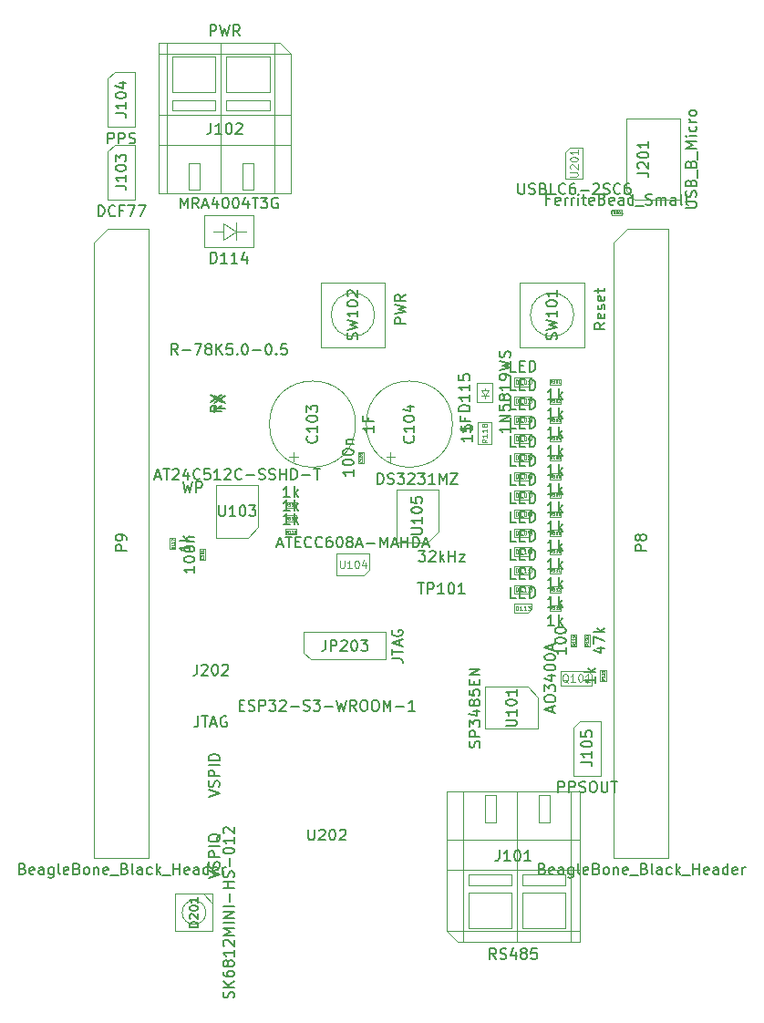
<source format=gbr>
%TF.GenerationSoftware,KiCad,Pcbnew,9.0.6+1*%
%TF.CreationDate,2025-12-07T10:11:00+00:00*%
%TF.ProjectId,com4bbb,636f6d34-6262-4622-9e6b-696361645f70,0.2*%
%TF.SameCoordinates,Original*%
%TF.FileFunction,AssemblyDrawing,Top*%
%FSLAX46Y46*%
G04 Gerber Fmt 4.6, Leading zero omitted, Abs format (unit mm)*
G04 Created by KiCad (PCBNEW 9.0.6+1) date 2025-12-07 10:11:00*
%MOMM*%
%LPD*%
G01*
G04 APERTURE LIST*
%ADD10C,0.150000*%
%ADD11C,0.040000*%
%ADD12C,0.060000*%
%ADD13C,0.110000*%
%ADD14C,0.080000*%
%ADD15C,0.105000*%
%ADD16C,0.100000*%
%ADD17C,0.120000*%
G04 APERTURE END LIST*
D10*
X156709622Y-120573409D02*
X156852479Y-120621028D01*
X156852479Y-120621028D02*
X156900098Y-120668647D01*
X156900098Y-120668647D02*
X156947717Y-120763885D01*
X156947717Y-120763885D02*
X156947717Y-120906742D01*
X156947717Y-120906742D02*
X156900098Y-121001980D01*
X156900098Y-121001980D02*
X156852479Y-121049600D01*
X156852479Y-121049600D02*
X156757241Y-121097219D01*
X156757241Y-121097219D02*
X156376289Y-121097219D01*
X156376289Y-121097219D02*
X156376289Y-120097219D01*
X156376289Y-120097219D02*
X156709622Y-120097219D01*
X156709622Y-120097219D02*
X156804860Y-120144838D01*
X156804860Y-120144838D02*
X156852479Y-120192457D01*
X156852479Y-120192457D02*
X156900098Y-120287695D01*
X156900098Y-120287695D02*
X156900098Y-120382933D01*
X156900098Y-120382933D02*
X156852479Y-120478171D01*
X156852479Y-120478171D02*
X156804860Y-120525790D01*
X156804860Y-120525790D02*
X156709622Y-120573409D01*
X156709622Y-120573409D02*
X156376289Y-120573409D01*
X157757241Y-121049600D02*
X157662003Y-121097219D01*
X157662003Y-121097219D02*
X157471527Y-121097219D01*
X157471527Y-121097219D02*
X157376289Y-121049600D01*
X157376289Y-121049600D02*
X157328670Y-120954361D01*
X157328670Y-120954361D02*
X157328670Y-120573409D01*
X157328670Y-120573409D02*
X157376289Y-120478171D01*
X157376289Y-120478171D02*
X157471527Y-120430552D01*
X157471527Y-120430552D02*
X157662003Y-120430552D01*
X157662003Y-120430552D02*
X157757241Y-120478171D01*
X157757241Y-120478171D02*
X157804860Y-120573409D01*
X157804860Y-120573409D02*
X157804860Y-120668647D01*
X157804860Y-120668647D02*
X157328670Y-120763885D01*
X158662003Y-121097219D02*
X158662003Y-120573409D01*
X158662003Y-120573409D02*
X158614384Y-120478171D01*
X158614384Y-120478171D02*
X158519146Y-120430552D01*
X158519146Y-120430552D02*
X158328670Y-120430552D01*
X158328670Y-120430552D02*
X158233432Y-120478171D01*
X158662003Y-121049600D02*
X158566765Y-121097219D01*
X158566765Y-121097219D02*
X158328670Y-121097219D01*
X158328670Y-121097219D02*
X158233432Y-121049600D01*
X158233432Y-121049600D02*
X158185813Y-120954361D01*
X158185813Y-120954361D02*
X158185813Y-120859123D01*
X158185813Y-120859123D02*
X158233432Y-120763885D01*
X158233432Y-120763885D02*
X158328670Y-120716266D01*
X158328670Y-120716266D02*
X158566765Y-120716266D01*
X158566765Y-120716266D02*
X158662003Y-120668647D01*
X159566765Y-120430552D02*
X159566765Y-121240076D01*
X159566765Y-121240076D02*
X159519146Y-121335314D01*
X159519146Y-121335314D02*
X159471527Y-121382933D01*
X159471527Y-121382933D02*
X159376289Y-121430552D01*
X159376289Y-121430552D02*
X159233432Y-121430552D01*
X159233432Y-121430552D02*
X159138194Y-121382933D01*
X159566765Y-121049600D02*
X159471527Y-121097219D01*
X159471527Y-121097219D02*
X159281051Y-121097219D01*
X159281051Y-121097219D02*
X159185813Y-121049600D01*
X159185813Y-121049600D02*
X159138194Y-121001980D01*
X159138194Y-121001980D02*
X159090575Y-120906742D01*
X159090575Y-120906742D02*
X159090575Y-120621028D01*
X159090575Y-120621028D02*
X159138194Y-120525790D01*
X159138194Y-120525790D02*
X159185813Y-120478171D01*
X159185813Y-120478171D02*
X159281051Y-120430552D01*
X159281051Y-120430552D02*
X159471527Y-120430552D01*
X159471527Y-120430552D02*
X159566765Y-120478171D01*
X160185813Y-121097219D02*
X160090575Y-121049600D01*
X160090575Y-121049600D02*
X160042956Y-120954361D01*
X160042956Y-120954361D02*
X160042956Y-120097219D01*
X160947718Y-121049600D02*
X160852480Y-121097219D01*
X160852480Y-121097219D02*
X160662004Y-121097219D01*
X160662004Y-121097219D02*
X160566766Y-121049600D01*
X160566766Y-121049600D02*
X160519147Y-120954361D01*
X160519147Y-120954361D02*
X160519147Y-120573409D01*
X160519147Y-120573409D02*
X160566766Y-120478171D01*
X160566766Y-120478171D02*
X160662004Y-120430552D01*
X160662004Y-120430552D02*
X160852480Y-120430552D01*
X160852480Y-120430552D02*
X160947718Y-120478171D01*
X160947718Y-120478171D02*
X160995337Y-120573409D01*
X160995337Y-120573409D02*
X160995337Y-120668647D01*
X160995337Y-120668647D02*
X160519147Y-120763885D01*
X161757242Y-120573409D02*
X161900099Y-120621028D01*
X161900099Y-120621028D02*
X161947718Y-120668647D01*
X161947718Y-120668647D02*
X161995337Y-120763885D01*
X161995337Y-120763885D02*
X161995337Y-120906742D01*
X161995337Y-120906742D02*
X161947718Y-121001980D01*
X161947718Y-121001980D02*
X161900099Y-121049600D01*
X161900099Y-121049600D02*
X161804861Y-121097219D01*
X161804861Y-121097219D02*
X161423909Y-121097219D01*
X161423909Y-121097219D02*
X161423909Y-120097219D01*
X161423909Y-120097219D02*
X161757242Y-120097219D01*
X161757242Y-120097219D02*
X161852480Y-120144838D01*
X161852480Y-120144838D02*
X161900099Y-120192457D01*
X161900099Y-120192457D02*
X161947718Y-120287695D01*
X161947718Y-120287695D02*
X161947718Y-120382933D01*
X161947718Y-120382933D02*
X161900099Y-120478171D01*
X161900099Y-120478171D02*
X161852480Y-120525790D01*
X161852480Y-120525790D02*
X161757242Y-120573409D01*
X161757242Y-120573409D02*
X161423909Y-120573409D01*
X162566766Y-121097219D02*
X162471528Y-121049600D01*
X162471528Y-121049600D02*
X162423909Y-121001980D01*
X162423909Y-121001980D02*
X162376290Y-120906742D01*
X162376290Y-120906742D02*
X162376290Y-120621028D01*
X162376290Y-120621028D02*
X162423909Y-120525790D01*
X162423909Y-120525790D02*
X162471528Y-120478171D01*
X162471528Y-120478171D02*
X162566766Y-120430552D01*
X162566766Y-120430552D02*
X162709623Y-120430552D01*
X162709623Y-120430552D02*
X162804861Y-120478171D01*
X162804861Y-120478171D02*
X162852480Y-120525790D01*
X162852480Y-120525790D02*
X162900099Y-120621028D01*
X162900099Y-120621028D02*
X162900099Y-120906742D01*
X162900099Y-120906742D02*
X162852480Y-121001980D01*
X162852480Y-121001980D02*
X162804861Y-121049600D01*
X162804861Y-121049600D02*
X162709623Y-121097219D01*
X162709623Y-121097219D02*
X162566766Y-121097219D01*
X163328671Y-120430552D02*
X163328671Y-121097219D01*
X163328671Y-120525790D02*
X163376290Y-120478171D01*
X163376290Y-120478171D02*
X163471528Y-120430552D01*
X163471528Y-120430552D02*
X163614385Y-120430552D01*
X163614385Y-120430552D02*
X163709623Y-120478171D01*
X163709623Y-120478171D02*
X163757242Y-120573409D01*
X163757242Y-120573409D02*
X163757242Y-121097219D01*
X164614385Y-121049600D02*
X164519147Y-121097219D01*
X164519147Y-121097219D02*
X164328671Y-121097219D01*
X164328671Y-121097219D02*
X164233433Y-121049600D01*
X164233433Y-121049600D02*
X164185814Y-120954361D01*
X164185814Y-120954361D02*
X164185814Y-120573409D01*
X164185814Y-120573409D02*
X164233433Y-120478171D01*
X164233433Y-120478171D02*
X164328671Y-120430552D01*
X164328671Y-120430552D02*
X164519147Y-120430552D01*
X164519147Y-120430552D02*
X164614385Y-120478171D01*
X164614385Y-120478171D02*
X164662004Y-120573409D01*
X164662004Y-120573409D02*
X164662004Y-120668647D01*
X164662004Y-120668647D02*
X164185814Y-120763885D01*
X164852481Y-121192457D02*
X165614385Y-121192457D01*
X166185814Y-120573409D02*
X166328671Y-120621028D01*
X166328671Y-120621028D02*
X166376290Y-120668647D01*
X166376290Y-120668647D02*
X166423909Y-120763885D01*
X166423909Y-120763885D02*
X166423909Y-120906742D01*
X166423909Y-120906742D02*
X166376290Y-121001980D01*
X166376290Y-121001980D02*
X166328671Y-121049600D01*
X166328671Y-121049600D02*
X166233433Y-121097219D01*
X166233433Y-121097219D02*
X165852481Y-121097219D01*
X165852481Y-121097219D02*
X165852481Y-120097219D01*
X165852481Y-120097219D02*
X166185814Y-120097219D01*
X166185814Y-120097219D02*
X166281052Y-120144838D01*
X166281052Y-120144838D02*
X166328671Y-120192457D01*
X166328671Y-120192457D02*
X166376290Y-120287695D01*
X166376290Y-120287695D02*
X166376290Y-120382933D01*
X166376290Y-120382933D02*
X166328671Y-120478171D01*
X166328671Y-120478171D02*
X166281052Y-120525790D01*
X166281052Y-120525790D02*
X166185814Y-120573409D01*
X166185814Y-120573409D02*
X165852481Y-120573409D01*
X166995338Y-121097219D02*
X166900100Y-121049600D01*
X166900100Y-121049600D02*
X166852481Y-120954361D01*
X166852481Y-120954361D02*
X166852481Y-120097219D01*
X167804862Y-121097219D02*
X167804862Y-120573409D01*
X167804862Y-120573409D02*
X167757243Y-120478171D01*
X167757243Y-120478171D02*
X167662005Y-120430552D01*
X167662005Y-120430552D02*
X167471529Y-120430552D01*
X167471529Y-120430552D02*
X167376291Y-120478171D01*
X167804862Y-121049600D02*
X167709624Y-121097219D01*
X167709624Y-121097219D02*
X167471529Y-121097219D01*
X167471529Y-121097219D02*
X167376291Y-121049600D01*
X167376291Y-121049600D02*
X167328672Y-120954361D01*
X167328672Y-120954361D02*
X167328672Y-120859123D01*
X167328672Y-120859123D02*
X167376291Y-120763885D01*
X167376291Y-120763885D02*
X167471529Y-120716266D01*
X167471529Y-120716266D02*
X167709624Y-120716266D01*
X167709624Y-120716266D02*
X167804862Y-120668647D01*
X168709624Y-121049600D02*
X168614386Y-121097219D01*
X168614386Y-121097219D02*
X168423910Y-121097219D01*
X168423910Y-121097219D02*
X168328672Y-121049600D01*
X168328672Y-121049600D02*
X168281053Y-121001980D01*
X168281053Y-121001980D02*
X168233434Y-120906742D01*
X168233434Y-120906742D02*
X168233434Y-120621028D01*
X168233434Y-120621028D02*
X168281053Y-120525790D01*
X168281053Y-120525790D02*
X168328672Y-120478171D01*
X168328672Y-120478171D02*
X168423910Y-120430552D01*
X168423910Y-120430552D02*
X168614386Y-120430552D01*
X168614386Y-120430552D02*
X168709624Y-120478171D01*
X169138196Y-121097219D02*
X169138196Y-120097219D01*
X169233434Y-120716266D02*
X169519148Y-121097219D01*
X169519148Y-120430552D02*
X169138196Y-120811504D01*
X169709625Y-121192457D02*
X170471529Y-121192457D01*
X170709625Y-121097219D02*
X170709625Y-120097219D01*
X170709625Y-120573409D02*
X171281053Y-120573409D01*
X171281053Y-121097219D02*
X171281053Y-120097219D01*
X172138196Y-121049600D02*
X172042958Y-121097219D01*
X172042958Y-121097219D02*
X171852482Y-121097219D01*
X171852482Y-121097219D02*
X171757244Y-121049600D01*
X171757244Y-121049600D02*
X171709625Y-120954361D01*
X171709625Y-120954361D02*
X171709625Y-120573409D01*
X171709625Y-120573409D02*
X171757244Y-120478171D01*
X171757244Y-120478171D02*
X171852482Y-120430552D01*
X171852482Y-120430552D02*
X172042958Y-120430552D01*
X172042958Y-120430552D02*
X172138196Y-120478171D01*
X172138196Y-120478171D02*
X172185815Y-120573409D01*
X172185815Y-120573409D02*
X172185815Y-120668647D01*
X172185815Y-120668647D02*
X171709625Y-120763885D01*
X173042958Y-121097219D02*
X173042958Y-120573409D01*
X173042958Y-120573409D02*
X172995339Y-120478171D01*
X172995339Y-120478171D02*
X172900101Y-120430552D01*
X172900101Y-120430552D02*
X172709625Y-120430552D01*
X172709625Y-120430552D02*
X172614387Y-120478171D01*
X173042958Y-121049600D02*
X172947720Y-121097219D01*
X172947720Y-121097219D02*
X172709625Y-121097219D01*
X172709625Y-121097219D02*
X172614387Y-121049600D01*
X172614387Y-121049600D02*
X172566768Y-120954361D01*
X172566768Y-120954361D02*
X172566768Y-120859123D01*
X172566768Y-120859123D02*
X172614387Y-120763885D01*
X172614387Y-120763885D02*
X172709625Y-120716266D01*
X172709625Y-120716266D02*
X172947720Y-120716266D01*
X172947720Y-120716266D02*
X173042958Y-120668647D01*
X173947720Y-121097219D02*
X173947720Y-120097219D01*
X173947720Y-121049600D02*
X173852482Y-121097219D01*
X173852482Y-121097219D02*
X173662006Y-121097219D01*
X173662006Y-121097219D02*
X173566768Y-121049600D01*
X173566768Y-121049600D02*
X173519149Y-121001980D01*
X173519149Y-121001980D02*
X173471530Y-120906742D01*
X173471530Y-120906742D02*
X173471530Y-120621028D01*
X173471530Y-120621028D02*
X173519149Y-120525790D01*
X173519149Y-120525790D02*
X173566768Y-120478171D01*
X173566768Y-120478171D02*
X173662006Y-120430552D01*
X173662006Y-120430552D02*
X173852482Y-120430552D01*
X173852482Y-120430552D02*
X173947720Y-120478171D01*
X174804863Y-121049600D02*
X174709625Y-121097219D01*
X174709625Y-121097219D02*
X174519149Y-121097219D01*
X174519149Y-121097219D02*
X174423911Y-121049600D01*
X174423911Y-121049600D02*
X174376292Y-120954361D01*
X174376292Y-120954361D02*
X174376292Y-120573409D01*
X174376292Y-120573409D02*
X174423911Y-120478171D01*
X174423911Y-120478171D02*
X174519149Y-120430552D01*
X174519149Y-120430552D02*
X174709625Y-120430552D01*
X174709625Y-120430552D02*
X174804863Y-120478171D01*
X174804863Y-120478171D02*
X174852482Y-120573409D01*
X174852482Y-120573409D02*
X174852482Y-120668647D01*
X174852482Y-120668647D02*
X174376292Y-120763885D01*
X175281054Y-121097219D02*
X175281054Y-120430552D01*
X175281054Y-120621028D02*
X175328673Y-120525790D01*
X175328673Y-120525790D02*
X175376292Y-120478171D01*
X175376292Y-120478171D02*
X175471530Y-120430552D01*
X175471530Y-120430552D02*
X175566768Y-120430552D01*
X166354919Y-91060494D02*
X165354919Y-91060494D01*
X165354919Y-91060494D02*
X165354919Y-90679542D01*
X165354919Y-90679542D02*
X165402538Y-90584304D01*
X165402538Y-90584304D02*
X165450157Y-90536685D01*
X165450157Y-90536685D02*
X165545395Y-90489066D01*
X165545395Y-90489066D02*
X165688252Y-90489066D01*
X165688252Y-90489066D02*
X165783490Y-90536685D01*
X165783490Y-90536685D02*
X165831109Y-90584304D01*
X165831109Y-90584304D02*
X165878728Y-90679542D01*
X165878728Y-90679542D02*
X165878728Y-91060494D01*
X165783490Y-89917637D02*
X165735871Y-90012875D01*
X165735871Y-90012875D02*
X165688252Y-90060494D01*
X165688252Y-90060494D02*
X165593014Y-90108113D01*
X165593014Y-90108113D02*
X165545395Y-90108113D01*
X165545395Y-90108113D02*
X165450157Y-90060494D01*
X165450157Y-90060494D02*
X165402538Y-90012875D01*
X165402538Y-90012875D02*
X165354919Y-89917637D01*
X165354919Y-89917637D02*
X165354919Y-89727161D01*
X165354919Y-89727161D02*
X165402538Y-89631923D01*
X165402538Y-89631923D02*
X165450157Y-89584304D01*
X165450157Y-89584304D02*
X165545395Y-89536685D01*
X165545395Y-89536685D02*
X165593014Y-89536685D01*
X165593014Y-89536685D02*
X165688252Y-89584304D01*
X165688252Y-89584304D02*
X165735871Y-89631923D01*
X165735871Y-89631923D02*
X165783490Y-89727161D01*
X165783490Y-89727161D02*
X165783490Y-89917637D01*
X165783490Y-89917637D02*
X165831109Y-90012875D01*
X165831109Y-90012875D02*
X165878728Y-90060494D01*
X165878728Y-90060494D02*
X165973966Y-90108113D01*
X165973966Y-90108113D02*
X166164442Y-90108113D01*
X166164442Y-90108113D02*
X166259680Y-90060494D01*
X166259680Y-90060494D02*
X166307300Y-90012875D01*
X166307300Y-90012875D02*
X166354919Y-89917637D01*
X166354919Y-89917637D02*
X166354919Y-89727161D01*
X166354919Y-89727161D02*
X166307300Y-89631923D01*
X166307300Y-89631923D02*
X166259680Y-89584304D01*
X166259680Y-89584304D02*
X166164442Y-89536685D01*
X166164442Y-89536685D02*
X165973966Y-89536685D01*
X165973966Y-89536685D02*
X165878728Y-89584304D01*
X165878728Y-89584304D02*
X165831109Y-89631923D01*
X165831109Y-89631923D02*
X165783490Y-89727161D01*
X108449622Y-120573409D02*
X108592479Y-120621028D01*
X108592479Y-120621028D02*
X108640098Y-120668647D01*
X108640098Y-120668647D02*
X108687717Y-120763885D01*
X108687717Y-120763885D02*
X108687717Y-120906742D01*
X108687717Y-120906742D02*
X108640098Y-121001980D01*
X108640098Y-121001980D02*
X108592479Y-121049600D01*
X108592479Y-121049600D02*
X108497241Y-121097219D01*
X108497241Y-121097219D02*
X108116289Y-121097219D01*
X108116289Y-121097219D02*
X108116289Y-120097219D01*
X108116289Y-120097219D02*
X108449622Y-120097219D01*
X108449622Y-120097219D02*
X108544860Y-120144838D01*
X108544860Y-120144838D02*
X108592479Y-120192457D01*
X108592479Y-120192457D02*
X108640098Y-120287695D01*
X108640098Y-120287695D02*
X108640098Y-120382933D01*
X108640098Y-120382933D02*
X108592479Y-120478171D01*
X108592479Y-120478171D02*
X108544860Y-120525790D01*
X108544860Y-120525790D02*
X108449622Y-120573409D01*
X108449622Y-120573409D02*
X108116289Y-120573409D01*
X109497241Y-121049600D02*
X109402003Y-121097219D01*
X109402003Y-121097219D02*
X109211527Y-121097219D01*
X109211527Y-121097219D02*
X109116289Y-121049600D01*
X109116289Y-121049600D02*
X109068670Y-120954361D01*
X109068670Y-120954361D02*
X109068670Y-120573409D01*
X109068670Y-120573409D02*
X109116289Y-120478171D01*
X109116289Y-120478171D02*
X109211527Y-120430552D01*
X109211527Y-120430552D02*
X109402003Y-120430552D01*
X109402003Y-120430552D02*
X109497241Y-120478171D01*
X109497241Y-120478171D02*
X109544860Y-120573409D01*
X109544860Y-120573409D02*
X109544860Y-120668647D01*
X109544860Y-120668647D02*
X109068670Y-120763885D01*
X110402003Y-121097219D02*
X110402003Y-120573409D01*
X110402003Y-120573409D02*
X110354384Y-120478171D01*
X110354384Y-120478171D02*
X110259146Y-120430552D01*
X110259146Y-120430552D02*
X110068670Y-120430552D01*
X110068670Y-120430552D02*
X109973432Y-120478171D01*
X110402003Y-121049600D02*
X110306765Y-121097219D01*
X110306765Y-121097219D02*
X110068670Y-121097219D01*
X110068670Y-121097219D02*
X109973432Y-121049600D01*
X109973432Y-121049600D02*
X109925813Y-120954361D01*
X109925813Y-120954361D02*
X109925813Y-120859123D01*
X109925813Y-120859123D02*
X109973432Y-120763885D01*
X109973432Y-120763885D02*
X110068670Y-120716266D01*
X110068670Y-120716266D02*
X110306765Y-120716266D01*
X110306765Y-120716266D02*
X110402003Y-120668647D01*
X111306765Y-120430552D02*
X111306765Y-121240076D01*
X111306765Y-121240076D02*
X111259146Y-121335314D01*
X111259146Y-121335314D02*
X111211527Y-121382933D01*
X111211527Y-121382933D02*
X111116289Y-121430552D01*
X111116289Y-121430552D02*
X110973432Y-121430552D01*
X110973432Y-121430552D02*
X110878194Y-121382933D01*
X111306765Y-121049600D02*
X111211527Y-121097219D01*
X111211527Y-121097219D02*
X111021051Y-121097219D01*
X111021051Y-121097219D02*
X110925813Y-121049600D01*
X110925813Y-121049600D02*
X110878194Y-121001980D01*
X110878194Y-121001980D02*
X110830575Y-120906742D01*
X110830575Y-120906742D02*
X110830575Y-120621028D01*
X110830575Y-120621028D02*
X110878194Y-120525790D01*
X110878194Y-120525790D02*
X110925813Y-120478171D01*
X110925813Y-120478171D02*
X111021051Y-120430552D01*
X111021051Y-120430552D02*
X111211527Y-120430552D01*
X111211527Y-120430552D02*
X111306765Y-120478171D01*
X111925813Y-121097219D02*
X111830575Y-121049600D01*
X111830575Y-121049600D02*
X111782956Y-120954361D01*
X111782956Y-120954361D02*
X111782956Y-120097219D01*
X112687718Y-121049600D02*
X112592480Y-121097219D01*
X112592480Y-121097219D02*
X112402004Y-121097219D01*
X112402004Y-121097219D02*
X112306766Y-121049600D01*
X112306766Y-121049600D02*
X112259147Y-120954361D01*
X112259147Y-120954361D02*
X112259147Y-120573409D01*
X112259147Y-120573409D02*
X112306766Y-120478171D01*
X112306766Y-120478171D02*
X112402004Y-120430552D01*
X112402004Y-120430552D02*
X112592480Y-120430552D01*
X112592480Y-120430552D02*
X112687718Y-120478171D01*
X112687718Y-120478171D02*
X112735337Y-120573409D01*
X112735337Y-120573409D02*
X112735337Y-120668647D01*
X112735337Y-120668647D02*
X112259147Y-120763885D01*
X113497242Y-120573409D02*
X113640099Y-120621028D01*
X113640099Y-120621028D02*
X113687718Y-120668647D01*
X113687718Y-120668647D02*
X113735337Y-120763885D01*
X113735337Y-120763885D02*
X113735337Y-120906742D01*
X113735337Y-120906742D02*
X113687718Y-121001980D01*
X113687718Y-121001980D02*
X113640099Y-121049600D01*
X113640099Y-121049600D02*
X113544861Y-121097219D01*
X113544861Y-121097219D02*
X113163909Y-121097219D01*
X113163909Y-121097219D02*
X113163909Y-120097219D01*
X113163909Y-120097219D02*
X113497242Y-120097219D01*
X113497242Y-120097219D02*
X113592480Y-120144838D01*
X113592480Y-120144838D02*
X113640099Y-120192457D01*
X113640099Y-120192457D02*
X113687718Y-120287695D01*
X113687718Y-120287695D02*
X113687718Y-120382933D01*
X113687718Y-120382933D02*
X113640099Y-120478171D01*
X113640099Y-120478171D02*
X113592480Y-120525790D01*
X113592480Y-120525790D02*
X113497242Y-120573409D01*
X113497242Y-120573409D02*
X113163909Y-120573409D01*
X114306766Y-121097219D02*
X114211528Y-121049600D01*
X114211528Y-121049600D02*
X114163909Y-121001980D01*
X114163909Y-121001980D02*
X114116290Y-120906742D01*
X114116290Y-120906742D02*
X114116290Y-120621028D01*
X114116290Y-120621028D02*
X114163909Y-120525790D01*
X114163909Y-120525790D02*
X114211528Y-120478171D01*
X114211528Y-120478171D02*
X114306766Y-120430552D01*
X114306766Y-120430552D02*
X114449623Y-120430552D01*
X114449623Y-120430552D02*
X114544861Y-120478171D01*
X114544861Y-120478171D02*
X114592480Y-120525790D01*
X114592480Y-120525790D02*
X114640099Y-120621028D01*
X114640099Y-120621028D02*
X114640099Y-120906742D01*
X114640099Y-120906742D02*
X114592480Y-121001980D01*
X114592480Y-121001980D02*
X114544861Y-121049600D01*
X114544861Y-121049600D02*
X114449623Y-121097219D01*
X114449623Y-121097219D02*
X114306766Y-121097219D01*
X115068671Y-120430552D02*
X115068671Y-121097219D01*
X115068671Y-120525790D02*
X115116290Y-120478171D01*
X115116290Y-120478171D02*
X115211528Y-120430552D01*
X115211528Y-120430552D02*
X115354385Y-120430552D01*
X115354385Y-120430552D02*
X115449623Y-120478171D01*
X115449623Y-120478171D02*
X115497242Y-120573409D01*
X115497242Y-120573409D02*
X115497242Y-121097219D01*
X116354385Y-121049600D02*
X116259147Y-121097219D01*
X116259147Y-121097219D02*
X116068671Y-121097219D01*
X116068671Y-121097219D02*
X115973433Y-121049600D01*
X115973433Y-121049600D02*
X115925814Y-120954361D01*
X115925814Y-120954361D02*
X115925814Y-120573409D01*
X115925814Y-120573409D02*
X115973433Y-120478171D01*
X115973433Y-120478171D02*
X116068671Y-120430552D01*
X116068671Y-120430552D02*
X116259147Y-120430552D01*
X116259147Y-120430552D02*
X116354385Y-120478171D01*
X116354385Y-120478171D02*
X116402004Y-120573409D01*
X116402004Y-120573409D02*
X116402004Y-120668647D01*
X116402004Y-120668647D02*
X115925814Y-120763885D01*
X116592481Y-121192457D02*
X117354385Y-121192457D01*
X117925814Y-120573409D02*
X118068671Y-120621028D01*
X118068671Y-120621028D02*
X118116290Y-120668647D01*
X118116290Y-120668647D02*
X118163909Y-120763885D01*
X118163909Y-120763885D02*
X118163909Y-120906742D01*
X118163909Y-120906742D02*
X118116290Y-121001980D01*
X118116290Y-121001980D02*
X118068671Y-121049600D01*
X118068671Y-121049600D02*
X117973433Y-121097219D01*
X117973433Y-121097219D02*
X117592481Y-121097219D01*
X117592481Y-121097219D02*
X117592481Y-120097219D01*
X117592481Y-120097219D02*
X117925814Y-120097219D01*
X117925814Y-120097219D02*
X118021052Y-120144838D01*
X118021052Y-120144838D02*
X118068671Y-120192457D01*
X118068671Y-120192457D02*
X118116290Y-120287695D01*
X118116290Y-120287695D02*
X118116290Y-120382933D01*
X118116290Y-120382933D02*
X118068671Y-120478171D01*
X118068671Y-120478171D02*
X118021052Y-120525790D01*
X118021052Y-120525790D02*
X117925814Y-120573409D01*
X117925814Y-120573409D02*
X117592481Y-120573409D01*
X118735338Y-121097219D02*
X118640100Y-121049600D01*
X118640100Y-121049600D02*
X118592481Y-120954361D01*
X118592481Y-120954361D02*
X118592481Y-120097219D01*
X119544862Y-121097219D02*
X119544862Y-120573409D01*
X119544862Y-120573409D02*
X119497243Y-120478171D01*
X119497243Y-120478171D02*
X119402005Y-120430552D01*
X119402005Y-120430552D02*
X119211529Y-120430552D01*
X119211529Y-120430552D02*
X119116291Y-120478171D01*
X119544862Y-121049600D02*
X119449624Y-121097219D01*
X119449624Y-121097219D02*
X119211529Y-121097219D01*
X119211529Y-121097219D02*
X119116291Y-121049600D01*
X119116291Y-121049600D02*
X119068672Y-120954361D01*
X119068672Y-120954361D02*
X119068672Y-120859123D01*
X119068672Y-120859123D02*
X119116291Y-120763885D01*
X119116291Y-120763885D02*
X119211529Y-120716266D01*
X119211529Y-120716266D02*
X119449624Y-120716266D01*
X119449624Y-120716266D02*
X119544862Y-120668647D01*
X120449624Y-121049600D02*
X120354386Y-121097219D01*
X120354386Y-121097219D02*
X120163910Y-121097219D01*
X120163910Y-121097219D02*
X120068672Y-121049600D01*
X120068672Y-121049600D02*
X120021053Y-121001980D01*
X120021053Y-121001980D02*
X119973434Y-120906742D01*
X119973434Y-120906742D02*
X119973434Y-120621028D01*
X119973434Y-120621028D02*
X120021053Y-120525790D01*
X120021053Y-120525790D02*
X120068672Y-120478171D01*
X120068672Y-120478171D02*
X120163910Y-120430552D01*
X120163910Y-120430552D02*
X120354386Y-120430552D01*
X120354386Y-120430552D02*
X120449624Y-120478171D01*
X120878196Y-121097219D02*
X120878196Y-120097219D01*
X120973434Y-120716266D02*
X121259148Y-121097219D01*
X121259148Y-120430552D02*
X120878196Y-120811504D01*
X121449625Y-121192457D02*
X122211529Y-121192457D01*
X122449625Y-121097219D02*
X122449625Y-120097219D01*
X122449625Y-120573409D02*
X123021053Y-120573409D01*
X123021053Y-121097219D02*
X123021053Y-120097219D01*
X123878196Y-121049600D02*
X123782958Y-121097219D01*
X123782958Y-121097219D02*
X123592482Y-121097219D01*
X123592482Y-121097219D02*
X123497244Y-121049600D01*
X123497244Y-121049600D02*
X123449625Y-120954361D01*
X123449625Y-120954361D02*
X123449625Y-120573409D01*
X123449625Y-120573409D02*
X123497244Y-120478171D01*
X123497244Y-120478171D02*
X123592482Y-120430552D01*
X123592482Y-120430552D02*
X123782958Y-120430552D01*
X123782958Y-120430552D02*
X123878196Y-120478171D01*
X123878196Y-120478171D02*
X123925815Y-120573409D01*
X123925815Y-120573409D02*
X123925815Y-120668647D01*
X123925815Y-120668647D02*
X123449625Y-120763885D01*
X124782958Y-121097219D02*
X124782958Y-120573409D01*
X124782958Y-120573409D02*
X124735339Y-120478171D01*
X124735339Y-120478171D02*
X124640101Y-120430552D01*
X124640101Y-120430552D02*
X124449625Y-120430552D01*
X124449625Y-120430552D02*
X124354387Y-120478171D01*
X124782958Y-121049600D02*
X124687720Y-121097219D01*
X124687720Y-121097219D02*
X124449625Y-121097219D01*
X124449625Y-121097219D02*
X124354387Y-121049600D01*
X124354387Y-121049600D02*
X124306768Y-120954361D01*
X124306768Y-120954361D02*
X124306768Y-120859123D01*
X124306768Y-120859123D02*
X124354387Y-120763885D01*
X124354387Y-120763885D02*
X124449625Y-120716266D01*
X124449625Y-120716266D02*
X124687720Y-120716266D01*
X124687720Y-120716266D02*
X124782958Y-120668647D01*
X125687720Y-121097219D02*
X125687720Y-120097219D01*
X125687720Y-121049600D02*
X125592482Y-121097219D01*
X125592482Y-121097219D02*
X125402006Y-121097219D01*
X125402006Y-121097219D02*
X125306768Y-121049600D01*
X125306768Y-121049600D02*
X125259149Y-121001980D01*
X125259149Y-121001980D02*
X125211530Y-120906742D01*
X125211530Y-120906742D02*
X125211530Y-120621028D01*
X125211530Y-120621028D02*
X125259149Y-120525790D01*
X125259149Y-120525790D02*
X125306768Y-120478171D01*
X125306768Y-120478171D02*
X125402006Y-120430552D01*
X125402006Y-120430552D02*
X125592482Y-120430552D01*
X125592482Y-120430552D02*
X125687720Y-120478171D01*
X126544863Y-121049600D02*
X126449625Y-121097219D01*
X126449625Y-121097219D02*
X126259149Y-121097219D01*
X126259149Y-121097219D02*
X126163911Y-121049600D01*
X126163911Y-121049600D02*
X126116292Y-120954361D01*
X126116292Y-120954361D02*
X126116292Y-120573409D01*
X126116292Y-120573409D02*
X126163911Y-120478171D01*
X126163911Y-120478171D02*
X126259149Y-120430552D01*
X126259149Y-120430552D02*
X126449625Y-120430552D01*
X126449625Y-120430552D02*
X126544863Y-120478171D01*
X126544863Y-120478171D02*
X126592482Y-120573409D01*
X126592482Y-120573409D02*
X126592482Y-120668647D01*
X126592482Y-120668647D02*
X126116292Y-120763885D01*
X127021054Y-121097219D02*
X127021054Y-120430552D01*
X127021054Y-120621028D02*
X127068673Y-120525790D01*
X127068673Y-120525790D02*
X127116292Y-120478171D01*
X127116292Y-120478171D02*
X127211530Y-120430552D01*
X127211530Y-120430552D02*
X127306768Y-120430552D01*
X118094919Y-91060494D02*
X117094919Y-91060494D01*
X117094919Y-91060494D02*
X117094919Y-90679542D01*
X117094919Y-90679542D02*
X117142538Y-90584304D01*
X117142538Y-90584304D02*
X117190157Y-90536685D01*
X117190157Y-90536685D02*
X117285395Y-90489066D01*
X117285395Y-90489066D02*
X117428252Y-90489066D01*
X117428252Y-90489066D02*
X117523490Y-90536685D01*
X117523490Y-90536685D02*
X117571109Y-90584304D01*
X117571109Y-90584304D02*
X117618728Y-90679542D01*
X117618728Y-90679542D02*
X117618728Y-91060494D01*
X118094919Y-90012875D02*
X118094919Y-89822399D01*
X118094919Y-89822399D02*
X118047300Y-89727161D01*
X118047300Y-89727161D02*
X117999680Y-89679542D01*
X117999680Y-89679542D02*
X117856823Y-89584304D01*
X117856823Y-89584304D02*
X117666347Y-89536685D01*
X117666347Y-89536685D02*
X117285395Y-89536685D01*
X117285395Y-89536685D02*
X117190157Y-89584304D01*
X117190157Y-89584304D02*
X117142538Y-89631923D01*
X117142538Y-89631923D02*
X117094919Y-89727161D01*
X117094919Y-89727161D02*
X117094919Y-89917637D01*
X117094919Y-89917637D02*
X117142538Y-90012875D01*
X117142538Y-90012875D02*
X117190157Y-90060494D01*
X117190157Y-90060494D02*
X117285395Y-90108113D01*
X117285395Y-90108113D02*
X117523490Y-90108113D01*
X117523490Y-90108113D02*
X117618728Y-90060494D01*
X117618728Y-90060494D02*
X117666347Y-90012875D01*
X117666347Y-90012875D02*
X117713966Y-89917637D01*
X117713966Y-89917637D02*
X117713966Y-89727161D01*
X117713966Y-89727161D02*
X117666347Y-89631923D01*
X117666347Y-89631923D02*
X117618728Y-89584304D01*
X117618728Y-89584304D02*
X117523490Y-89536685D01*
X124414919Y-92501447D02*
X124414919Y-93072875D01*
X124414919Y-92787161D02*
X123414919Y-92787161D01*
X123414919Y-92787161D02*
X123557776Y-92882399D01*
X123557776Y-92882399D02*
X123653014Y-92977637D01*
X123653014Y-92977637D02*
X123700633Y-93072875D01*
X123414919Y-91882399D02*
X123414919Y-91787161D01*
X123414919Y-91787161D02*
X123462538Y-91691923D01*
X123462538Y-91691923D02*
X123510157Y-91644304D01*
X123510157Y-91644304D02*
X123605395Y-91596685D01*
X123605395Y-91596685D02*
X123795871Y-91549066D01*
X123795871Y-91549066D02*
X124033966Y-91549066D01*
X124033966Y-91549066D02*
X124224442Y-91596685D01*
X124224442Y-91596685D02*
X124319680Y-91644304D01*
X124319680Y-91644304D02*
X124367300Y-91691923D01*
X124367300Y-91691923D02*
X124414919Y-91787161D01*
X124414919Y-91787161D02*
X124414919Y-91882399D01*
X124414919Y-91882399D02*
X124367300Y-91977637D01*
X124367300Y-91977637D02*
X124319680Y-92025256D01*
X124319680Y-92025256D02*
X124224442Y-92072875D01*
X124224442Y-92072875D02*
X124033966Y-92120494D01*
X124033966Y-92120494D02*
X123795871Y-92120494D01*
X123795871Y-92120494D02*
X123605395Y-92072875D01*
X123605395Y-92072875D02*
X123510157Y-92025256D01*
X123510157Y-92025256D02*
X123462538Y-91977637D01*
X123462538Y-91977637D02*
X123414919Y-91882399D01*
X123414919Y-90930018D02*
X123414919Y-90834780D01*
X123414919Y-90834780D02*
X123462538Y-90739542D01*
X123462538Y-90739542D02*
X123510157Y-90691923D01*
X123510157Y-90691923D02*
X123605395Y-90644304D01*
X123605395Y-90644304D02*
X123795871Y-90596685D01*
X123795871Y-90596685D02*
X124033966Y-90596685D01*
X124033966Y-90596685D02*
X124224442Y-90644304D01*
X124224442Y-90644304D02*
X124319680Y-90691923D01*
X124319680Y-90691923D02*
X124367300Y-90739542D01*
X124367300Y-90739542D02*
X124414919Y-90834780D01*
X124414919Y-90834780D02*
X124414919Y-90930018D01*
X124414919Y-90930018D02*
X124367300Y-91025256D01*
X124367300Y-91025256D02*
X124319680Y-91072875D01*
X124319680Y-91072875D02*
X124224442Y-91120494D01*
X124224442Y-91120494D02*
X124033966Y-91168113D01*
X124033966Y-91168113D02*
X123795871Y-91168113D01*
X123795871Y-91168113D02*
X123605395Y-91120494D01*
X123605395Y-91120494D02*
X123510157Y-91072875D01*
X123510157Y-91072875D02*
X123462538Y-91025256D01*
X123462538Y-91025256D02*
X123414919Y-90930018D01*
X123748252Y-90168113D02*
X124414919Y-90168113D01*
X123843490Y-90168113D02*
X123795871Y-90120494D01*
X123795871Y-90120494D02*
X123748252Y-90025256D01*
X123748252Y-90025256D02*
X123748252Y-89882399D01*
X123748252Y-89882399D02*
X123795871Y-89787161D01*
X123795871Y-89787161D02*
X123891109Y-89739542D01*
X123891109Y-89739542D02*
X124414919Y-89739542D01*
D11*
X125209865Y-91662161D02*
X125221770Y-91674065D01*
X125221770Y-91674065D02*
X125233674Y-91709780D01*
X125233674Y-91709780D02*
X125233674Y-91733589D01*
X125233674Y-91733589D02*
X125221770Y-91769303D01*
X125221770Y-91769303D02*
X125197960Y-91793113D01*
X125197960Y-91793113D02*
X125174150Y-91805018D01*
X125174150Y-91805018D02*
X125126531Y-91816922D01*
X125126531Y-91816922D02*
X125090817Y-91816922D01*
X125090817Y-91816922D02*
X125043198Y-91805018D01*
X125043198Y-91805018D02*
X125019389Y-91793113D01*
X125019389Y-91793113D02*
X124995579Y-91769303D01*
X124995579Y-91769303D02*
X124983674Y-91733589D01*
X124983674Y-91733589D02*
X124983674Y-91709780D01*
X124983674Y-91709780D02*
X124995579Y-91674065D01*
X124995579Y-91674065D02*
X125007484Y-91662161D01*
X125233674Y-91424065D02*
X125233674Y-91566922D01*
X125233674Y-91495494D02*
X124983674Y-91495494D01*
X124983674Y-91495494D02*
X125019389Y-91519303D01*
X125019389Y-91519303D02*
X125043198Y-91543113D01*
X125043198Y-91543113D02*
X125055103Y-91566922D01*
X124983674Y-91269304D02*
X124983674Y-91245494D01*
X124983674Y-91245494D02*
X124995579Y-91221685D01*
X124995579Y-91221685D02*
X125007484Y-91209780D01*
X125007484Y-91209780D02*
X125031293Y-91197875D01*
X125031293Y-91197875D02*
X125078912Y-91185970D01*
X125078912Y-91185970D02*
X125138436Y-91185970D01*
X125138436Y-91185970D02*
X125186055Y-91197875D01*
X125186055Y-91197875D02*
X125209865Y-91209780D01*
X125209865Y-91209780D02*
X125221770Y-91221685D01*
X125221770Y-91221685D02*
X125233674Y-91245494D01*
X125233674Y-91245494D02*
X125233674Y-91269304D01*
X125233674Y-91269304D02*
X125221770Y-91293113D01*
X125221770Y-91293113D02*
X125209865Y-91305018D01*
X125209865Y-91305018D02*
X125186055Y-91316923D01*
X125186055Y-91316923D02*
X125138436Y-91328827D01*
X125138436Y-91328827D02*
X125078912Y-91328827D01*
X125078912Y-91328827D02*
X125031293Y-91316923D01*
X125031293Y-91316923D02*
X125007484Y-91305018D01*
X125007484Y-91305018D02*
X124995579Y-91293113D01*
X124995579Y-91293113D02*
X124983674Y-91269304D01*
X125233674Y-90947875D02*
X125233674Y-91090732D01*
X125233674Y-91019304D02*
X124983674Y-91019304D01*
X124983674Y-91019304D02*
X125019389Y-91043113D01*
X125019389Y-91043113D02*
X125043198Y-91066923D01*
X125043198Y-91066923D02*
X125055103Y-91090732D01*
D10*
X152424861Y-128957219D02*
X152091528Y-128481028D01*
X151853433Y-128957219D02*
X151853433Y-127957219D01*
X151853433Y-127957219D02*
X152234385Y-127957219D01*
X152234385Y-127957219D02*
X152329623Y-128004838D01*
X152329623Y-128004838D02*
X152377242Y-128052457D01*
X152377242Y-128052457D02*
X152424861Y-128147695D01*
X152424861Y-128147695D02*
X152424861Y-128290552D01*
X152424861Y-128290552D02*
X152377242Y-128385790D01*
X152377242Y-128385790D02*
X152329623Y-128433409D01*
X152329623Y-128433409D02*
X152234385Y-128481028D01*
X152234385Y-128481028D02*
X151853433Y-128481028D01*
X152805814Y-128909600D02*
X152948671Y-128957219D01*
X152948671Y-128957219D02*
X153186766Y-128957219D01*
X153186766Y-128957219D02*
X153282004Y-128909600D01*
X153282004Y-128909600D02*
X153329623Y-128861980D01*
X153329623Y-128861980D02*
X153377242Y-128766742D01*
X153377242Y-128766742D02*
X153377242Y-128671504D01*
X153377242Y-128671504D02*
X153329623Y-128576266D01*
X153329623Y-128576266D02*
X153282004Y-128528647D01*
X153282004Y-128528647D02*
X153186766Y-128481028D01*
X153186766Y-128481028D02*
X152996290Y-128433409D01*
X152996290Y-128433409D02*
X152901052Y-128385790D01*
X152901052Y-128385790D02*
X152853433Y-128338171D01*
X152853433Y-128338171D02*
X152805814Y-128242933D01*
X152805814Y-128242933D02*
X152805814Y-128147695D01*
X152805814Y-128147695D02*
X152853433Y-128052457D01*
X152853433Y-128052457D02*
X152901052Y-128004838D01*
X152901052Y-128004838D02*
X152996290Y-127957219D01*
X152996290Y-127957219D02*
X153234385Y-127957219D01*
X153234385Y-127957219D02*
X153377242Y-128004838D01*
X154234385Y-128290552D02*
X154234385Y-128957219D01*
X153996290Y-127909600D02*
X153758195Y-128623885D01*
X153758195Y-128623885D02*
X154377242Y-128623885D01*
X154901052Y-128385790D02*
X154805814Y-128338171D01*
X154805814Y-128338171D02*
X154758195Y-128290552D01*
X154758195Y-128290552D02*
X154710576Y-128195314D01*
X154710576Y-128195314D02*
X154710576Y-128147695D01*
X154710576Y-128147695D02*
X154758195Y-128052457D01*
X154758195Y-128052457D02*
X154805814Y-128004838D01*
X154805814Y-128004838D02*
X154901052Y-127957219D01*
X154901052Y-127957219D02*
X155091528Y-127957219D01*
X155091528Y-127957219D02*
X155186766Y-128004838D01*
X155186766Y-128004838D02*
X155234385Y-128052457D01*
X155234385Y-128052457D02*
X155282004Y-128147695D01*
X155282004Y-128147695D02*
X155282004Y-128195314D01*
X155282004Y-128195314D02*
X155234385Y-128290552D01*
X155234385Y-128290552D02*
X155186766Y-128338171D01*
X155186766Y-128338171D02*
X155091528Y-128385790D01*
X155091528Y-128385790D02*
X154901052Y-128385790D01*
X154901052Y-128385790D02*
X154805814Y-128433409D01*
X154805814Y-128433409D02*
X154758195Y-128481028D01*
X154758195Y-128481028D02*
X154710576Y-128576266D01*
X154710576Y-128576266D02*
X154710576Y-128766742D01*
X154710576Y-128766742D02*
X154758195Y-128861980D01*
X154758195Y-128861980D02*
X154805814Y-128909600D01*
X154805814Y-128909600D02*
X154901052Y-128957219D01*
X154901052Y-128957219D02*
X155091528Y-128957219D01*
X155091528Y-128957219D02*
X155186766Y-128909600D01*
X155186766Y-128909600D02*
X155234385Y-128861980D01*
X155234385Y-128861980D02*
X155282004Y-128766742D01*
X155282004Y-128766742D02*
X155282004Y-128576266D01*
X155282004Y-128576266D02*
X155234385Y-128481028D01*
X155234385Y-128481028D02*
X155186766Y-128433409D01*
X155186766Y-128433409D02*
X155091528Y-128385790D01*
X156186766Y-127957219D02*
X155710576Y-127957219D01*
X155710576Y-127957219D02*
X155662957Y-128433409D01*
X155662957Y-128433409D02*
X155710576Y-128385790D01*
X155710576Y-128385790D02*
X155805814Y-128338171D01*
X155805814Y-128338171D02*
X156043909Y-128338171D01*
X156043909Y-128338171D02*
X156139147Y-128385790D01*
X156139147Y-128385790D02*
X156186766Y-128433409D01*
X156186766Y-128433409D02*
X156234385Y-128528647D01*
X156234385Y-128528647D02*
X156234385Y-128766742D01*
X156234385Y-128766742D02*
X156186766Y-128861980D01*
X156186766Y-128861980D02*
X156139147Y-128909600D01*
X156139147Y-128909600D02*
X156043909Y-128957219D01*
X156043909Y-128957219D02*
X155805814Y-128957219D01*
X155805814Y-128957219D02*
X155710576Y-128909600D01*
X155710576Y-128909600D02*
X155662957Y-128861980D01*
X152734385Y-118837219D02*
X152734385Y-119551504D01*
X152734385Y-119551504D02*
X152686766Y-119694361D01*
X152686766Y-119694361D02*
X152591528Y-119789600D01*
X152591528Y-119789600D02*
X152448671Y-119837219D01*
X152448671Y-119837219D02*
X152353433Y-119837219D01*
X153734385Y-119837219D02*
X153162957Y-119837219D01*
X153448671Y-119837219D02*
X153448671Y-118837219D01*
X153448671Y-118837219D02*
X153353433Y-118980076D01*
X153353433Y-118980076D02*
X153258195Y-119075314D01*
X153258195Y-119075314D02*
X153162957Y-119122933D01*
X154353433Y-118837219D02*
X154448671Y-118837219D01*
X154448671Y-118837219D02*
X154543909Y-118884838D01*
X154543909Y-118884838D02*
X154591528Y-118932457D01*
X154591528Y-118932457D02*
X154639147Y-119027695D01*
X154639147Y-119027695D02*
X154686766Y-119218171D01*
X154686766Y-119218171D02*
X154686766Y-119456266D01*
X154686766Y-119456266D02*
X154639147Y-119646742D01*
X154639147Y-119646742D02*
X154591528Y-119741980D01*
X154591528Y-119741980D02*
X154543909Y-119789600D01*
X154543909Y-119789600D02*
X154448671Y-119837219D01*
X154448671Y-119837219D02*
X154353433Y-119837219D01*
X154353433Y-119837219D02*
X154258195Y-119789600D01*
X154258195Y-119789600D02*
X154210576Y-119741980D01*
X154210576Y-119741980D02*
X154162957Y-119646742D01*
X154162957Y-119646742D02*
X154115338Y-119456266D01*
X154115338Y-119456266D02*
X154115338Y-119218171D01*
X154115338Y-119218171D02*
X154162957Y-119027695D01*
X154162957Y-119027695D02*
X154210576Y-118932457D01*
X154210576Y-118932457D02*
X154258195Y-118884838D01*
X154258195Y-118884838D02*
X154353433Y-118837219D01*
X155639147Y-119837219D02*
X155067719Y-119837219D01*
X155353433Y-119837219D02*
X155353433Y-118837219D01*
X155353433Y-118837219D02*
X155258195Y-118980076D01*
X155258195Y-118980076D02*
X155162957Y-119075314D01*
X155162957Y-119075314D02*
X155067719Y-119122933D01*
X126224919Y-78144304D02*
X126224919Y-77572876D01*
X127224919Y-77858590D02*
X126224919Y-77858590D01*
X126224919Y-77334780D02*
X127224919Y-76668114D01*
X126224919Y-76668114D02*
X127224919Y-77334780D01*
X126924919Y-77549066D02*
X126448728Y-77882399D01*
X126924919Y-78120494D02*
X125924919Y-78120494D01*
X125924919Y-78120494D02*
X125924919Y-77739542D01*
X125924919Y-77739542D02*
X125972538Y-77644304D01*
X125972538Y-77644304D02*
X126020157Y-77596685D01*
X126020157Y-77596685D02*
X126115395Y-77549066D01*
X126115395Y-77549066D02*
X126258252Y-77549066D01*
X126258252Y-77549066D02*
X126353490Y-77596685D01*
X126353490Y-77596685D02*
X126401109Y-77644304D01*
X126401109Y-77644304D02*
X126448728Y-77739542D01*
X126448728Y-77739542D02*
X126448728Y-78120494D01*
X125924919Y-77215732D02*
X126924919Y-76549066D01*
X125924919Y-76549066D02*
X126924919Y-77215732D01*
X125724919Y-121453827D02*
X126724919Y-121120494D01*
X126724919Y-121120494D02*
X125724919Y-120787161D01*
X126677300Y-120501446D02*
X126724919Y-120358589D01*
X126724919Y-120358589D02*
X126724919Y-120120494D01*
X126724919Y-120120494D02*
X126677300Y-120025256D01*
X126677300Y-120025256D02*
X126629680Y-119977637D01*
X126629680Y-119977637D02*
X126534442Y-119930018D01*
X126534442Y-119930018D02*
X126439204Y-119930018D01*
X126439204Y-119930018D02*
X126343966Y-119977637D01*
X126343966Y-119977637D02*
X126296347Y-120025256D01*
X126296347Y-120025256D02*
X126248728Y-120120494D01*
X126248728Y-120120494D02*
X126201109Y-120310970D01*
X126201109Y-120310970D02*
X126153490Y-120406208D01*
X126153490Y-120406208D02*
X126105871Y-120453827D01*
X126105871Y-120453827D02*
X126010633Y-120501446D01*
X126010633Y-120501446D02*
X125915395Y-120501446D01*
X125915395Y-120501446D02*
X125820157Y-120453827D01*
X125820157Y-120453827D02*
X125772538Y-120406208D01*
X125772538Y-120406208D02*
X125724919Y-120310970D01*
X125724919Y-120310970D02*
X125724919Y-120072875D01*
X125724919Y-120072875D02*
X125772538Y-119930018D01*
X126724919Y-119501446D02*
X125724919Y-119501446D01*
X125724919Y-119501446D02*
X125724919Y-119120494D01*
X125724919Y-119120494D02*
X125772538Y-119025256D01*
X125772538Y-119025256D02*
X125820157Y-118977637D01*
X125820157Y-118977637D02*
X125915395Y-118930018D01*
X125915395Y-118930018D02*
X126058252Y-118930018D01*
X126058252Y-118930018D02*
X126153490Y-118977637D01*
X126153490Y-118977637D02*
X126201109Y-119025256D01*
X126201109Y-119025256D02*
X126248728Y-119120494D01*
X126248728Y-119120494D02*
X126248728Y-119501446D01*
X126724919Y-118501446D02*
X125724919Y-118501446D01*
X126820157Y-117358590D02*
X126772538Y-117453828D01*
X126772538Y-117453828D02*
X126677300Y-117549066D01*
X126677300Y-117549066D02*
X126534442Y-117691923D01*
X126534442Y-117691923D02*
X126486823Y-117787161D01*
X126486823Y-117787161D02*
X126486823Y-117882399D01*
X126724919Y-117834780D02*
X126677300Y-117930018D01*
X126677300Y-117930018D02*
X126582061Y-118025256D01*
X126582061Y-118025256D02*
X126391585Y-118072875D01*
X126391585Y-118072875D02*
X126058252Y-118072875D01*
X126058252Y-118072875D02*
X125867776Y-118025256D01*
X125867776Y-118025256D02*
X125772538Y-117930018D01*
X125772538Y-117930018D02*
X125724919Y-117834780D01*
X125724919Y-117834780D02*
X125724919Y-117644304D01*
X125724919Y-117644304D02*
X125772538Y-117549066D01*
X125772538Y-117549066D02*
X125867776Y-117453828D01*
X125867776Y-117453828D02*
X126058252Y-117406209D01*
X126058252Y-117406209D02*
X126391585Y-117406209D01*
X126391585Y-117406209D02*
X126582061Y-117453828D01*
X126582061Y-117453828D02*
X126677300Y-117549066D01*
X126677300Y-117549066D02*
X126724919Y-117644304D01*
X126724919Y-117644304D02*
X126724919Y-117834780D01*
X125724919Y-113930018D02*
X126724919Y-113596685D01*
X126724919Y-113596685D02*
X125724919Y-113263352D01*
X126677300Y-112977637D02*
X126724919Y-112834780D01*
X126724919Y-112834780D02*
X126724919Y-112596685D01*
X126724919Y-112596685D02*
X126677300Y-112501447D01*
X126677300Y-112501447D02*
X126629680Y-112453828D01*
X126629680Y-112453828D02*
X126534442Y-112406209D01*
X126534442Y-112406209D02*
X126439204Y-112406209D01*
X126439204Y-112406209D02*
X126343966Y-112453828D01*
X126343966Y-112453828D02*
X126296347Y-112501447D01*
X126296347Y-112501447D02*
X126248728Y-112596685D01*
X126248728Y-112596685D02*
X126201109Y-112787161D01*
X126201109Y-112787161D02*
X126153490Y-112882399D01*
X126153490Y-112882399D02*
X126105871Y-112930018D01*
X126105871Y-112930018D02*
X126010633Y-112977637D01*
X126010633Y-112977637D02*
X125915395Y-112977637D01*
X125915395Y-112977637D02*
X125820157Y-112930018D01*
X125820157Y-112930018D02*
X125772538Y-112882399D01*
X125772538Y-112882399D02*
X125724919Y-112787161D01*
X125724919Y-112787161D02*
X125724919Y-112549066D01*
X125724919Y-112549066D02*
X125772538Y-112406209D01*
X126724919Y-111977637D02*
X125724919Y-111977637D01*
X125724919Y-111977637D02*
X125724919Y-111596685D01*
X125724919Y-111596685D02*
X125772538Y-111501447D01*
X125772538Y-111501447D02*
X125820157Y-111453828D01*
X125820157Y-111453828D02*
X125915395Y-111406209D01*
X125915395Y-111406209D02*
X126058252Y-111406209D01*
X126058252Y-111406209D02*
X126153490Y-111453828D01*
X126153490Y-111453828D02*
X126201109Y-111501447D01*
X126201109Y-111501447D02*
X126248728Y-111596685D01*
X126248728Y-111596685D02*
X126248728Y-111977637D01*
X126724919Y-110977637D02*
X125724919Y-110977637D01*
X126724919Y-110501447D02*
X125724919Y-110501447D01*
X125724919Y-110501447D02*
X125724919Y-110263352D01*
X125724919Y-110263352D02*
X125772538Y-110120495D01*
X125772538Y-110120495D02*
X125867776Y-110025257D01*
X125867776Y-110025257D02*
X125963014Y-109977638D01*
X125963014Y-109977638D02*
X126153490Y-109930019D01*
X126153490Y-109930019D02*
X126296347Y-109930019D01*
X126296347Y-109930019D02*
X126486823Y-109977638D01*
X126486823Y-109977638D02*
X126582061Y-110025257D01*
X126582061Y-110025257D02*
X126677300Y-110120495D01*
X126677300Y-110120495D02*
X126724919Y-110263352D01*
X126724919Y-110263352D02*
X126724919Y-110501447D01*
X157792052Y-77007219D02*
X157220624Y-77007219D01*
X157506338Y-77007219D02*
X157506338Y-76007219D01*
X157506338Y-76007219D02*
X157411100Y-76150076D01*
X157411100Y-76150076D02*
X157315862Y-76245314D01*
X157315862Y-76245314D02*
X157220624Y-76292933D01*
X158220624Y-77007219D02*
X158220624Y-76007219D01*
X158315862Y-76626266D02*
X158601576Y-77007219D01*
X158601576Y-76340552D02*
X158220624Y-76721504D01*
D11*
X157620148Y-75500600D02*
X157533481Y-75376791D01*
X157471576Y-75500600D02*
X157471576Y-75240600D01*
X157471576Y-75240600D02*
X157570624Y-75240600D01*
X157570624Y-75240600D02*
X157595386Y-75252981D01*
X157595386Y-75252981D02*
X157607767Y-75265362D01*
X157607767Y-75265362D02*
X157620148Y-75290124D01*
X157620148Y-75290124D02*
X157620148Y-75327267D01*
X157620148Y-75327267D02*
X157607767Y-75352029D01*
X157607767Y-75352029D02*
X157595386Y-75364410D01*
X157595386Y-75364410D02*
X157570624Y-75376791D01*
X157570624Y-75376791D02*
X157471576Y-75376791D01*
X157867767Y-75500600D02*
X157719195Y-75500600D01*
X157793481Y-75500600D02*
X157793481Y-75240600D01*
X157793481Y-75240600D02*
X157768719Y-75277743D01*
X157768719Y-75277743D02*
X157743957Y-75302505D01*
X157743957Y-75302505D02*
X157719195Y-75314886D01*
X158028719Y-75240600D02*
X158053481Y-75240600D01*
X158053481Y-75240600D02*
X158078243Y-75252981D01*
X158078243Y-75252981D02*
X158090624Y-75265362D01*
X158090624Y-75265362D02*
X158103005Y-75290124D01*
X158103005Y-75290124D02*
X158115386Y-75339648D01*
X158115386Y-75339648D02*
X158115386Y-75401553D01*
X158115386Y-75401553D02*
X158103005Y-75451077D01*
X158103005Y-75451077D02*
X158090624Y-75475839D01*
X158090624Y-75475839D02*
X158078243Y-75488220D01*
X158078243Y-75488220D02*
X158053481Y-75500600D01*
X158053481Y-75500600D02*
X158028719Y-75500600D01*
X158028719Y-75500600D02*
X158003957Y-75488220D01*
X158003957Y-75488220D02*
X157991576Y-75475839D01*
X157991576Y-75475839D02*
X157979195Y-75451077D01*
X157979195Y-75451077D02*
X157966814Y-75401553D01*
X157966814Y-75401553D02*
X157966814Y-75339648D01*
X157966814Y-75339648D02*
X157979195Y-75290124D01*
X157979195Y-75290124D02*
X157991576Y-75265362D01*
X157991576Y-75265362D02*
X158003957Y-75252981D01*
X158003957Y-75252981D02*
X158028719Y-75240600D01*
X158363005Y-75500600D02*
X158214433Y-75500600D01*
X158288719Y-75500600D02*
X158288719Y-75240600D01*
X158288719Y-75240600D02*
X158263957Y-75277743D01*
X158263957Y-75277743D02*
X158239195Y-75302505D01*
X158239195Y-75302505D02*
X158214433Y-75314886D01*
D10*
X157792052Y-78757219D02*
X157220624Y-78757219D01*
X157506338Y-78757219D02*
X157506338Y-77757219D01*
X157506338Y-77757219D02*
X157411100Y-77900076D01*
X157411100Y-77900076D02*
X157315862Y-77995314D01*
X157315862Y-77995314D02*
X157220624Y-78042933D01*
X158220624Y-78757219D02*
X158220624Y-77757219D01*
X158315862Y-78376266D02*
X158601576Y-78757219D01*
X158601576Y-78090552D02*
X158220624Y-78471504D01*
D11*
X157620148Y-77250600D02*
X157533481Y-77126791D01*
X157471576Y-77250600D02*
X157471576Y-76990600D01*
X157471576Y-76990600D02*
X157570624Y-76990600D01*
X157570624Y-76990600D02*
X157595386Y-77002981D01*
X157595386Y-77002981D02*
X157607767Y-77015362D01*
X157607767Y-77015362D02*
X157620148Y-77040124D01*
X157620148Y-77040124D02*
X157620148Y-77077267D01*
X157620148Y-77077267D02*
X157607767Y-77102029D01*
X157607767Y-77102029D02*
X157595386Y-77114410D01*
X157595386Y-77114410D02*
X157570624Y-77126791D01*
X157570624Y-77126791D02*
X157471576Y-77126791D01*
X157867767Y-77250600D02*
X157719195Y-77250600D01*
X157793481Y-77250600D02*
X157793481Y-76990600D01*
X157793481Y-76990600D02*
X157768719Y-77027743D01*
X157768719Y-77027743D02*
X157743957Y-77052505D01*
X157743957Y-77052505D02*
X157719195Y-77064886D01*
X158028719Y-76990600D02*
X158053481Y-76990600D01*
X158053481Y-76990600D02*
X158078243Y-77002981D01*
X158078243Y-77002981D02*
X158090624Y-77015362D01*
X158090624Y-77015362D02*
X158103005Y-77040124D01*
X158103005Y-77040124D02*
X158115386Y-77089648D01*
X158115386Y-77089648D02*
X158115386Y-77151553D01*
X158115386Y-77151553D02*
X158103005Y-77201077D01*
X158103005Y-77201077D02*
X158090624Y-77225839D01*
X158090624Y-77225839D02*
X158078243Y-77238220D01*
X158078243Y-77238220D02*
X158053481Y-77250600D01*
X158053481Y-77250600D02*
X158028719Y-77250600D01*
X158028719Y-77250600D02*
X158003957Y-77238220D01*
X158003957Y-77238220D02*
X157991576Y-77225839D01*
X157991576Y-77225839D02*
X157979195Y-77201077D01*
X157979195Y-77201077D02*
X157966814Y-77151553D01*
X157966814Y-77151553D02*
X157966814Y-77089648D01*
X157966814Y-77089648D02*
X157979195Y-77040124D01*
X157979195Y-77040124D02*
X157991576Y-77015362D01*
X157991576Y-77015362D02*
X158003957Y-77002981D01*
X158003957Y-77002981D02*
X158028719Y-76990600D01*
X158214433Y-77015362D02*
X158226814Y-77002981D01*
X158226814Y-77002981D02*
X158251576Y-76990600D01*
X158251576Y-76990600D02*
X158313481Y-76990600D01*
X158313481Y-76990600D02*
X158338243Y-77002981D01*
X158338243Y-77002981D02*
X158350624Y-77015362D01*
X158350624Y-77015362D02*
X158363005Y-77040124D01*
X158363005Y-77040124D02*
X158363005Y-77064886D01*
X158363005Y-77064886D02*
X158350624Y-77102029D01*
X158350624Y-77102029D02*
X158202052Y-77250600D01*
X158202052Y-77250600D02*
X158363005Y-77250600D01*
D10*
X157792052Y-82257219D02*
X157220624Y-82257219D01*
X157506338Y-82257219D02*
X157506338Y-81257219D01*
X157506338Y-81257219D02*
X157411100Y-81400076D01*
X157411100Y-81400076D02*
X157315862Y-81495314D01*
X157315862Y-81495314D02*
X157220624Y-81542933D01*
X158220624Y-82257219D02*
X158220624Y-81257219D01*
X158315862Y-81876266D02*
X158601576Y-82257219D01*
X158601576Y-81590552D02*
X158220624Y-81971504D01*
D11*
X157620148Y-80750600D02*
X157533481Y-80626791D01*
X157471576Y-80750600D02*
X157471576Y-80490600D01*
X157471576Y-80490600D02*
X157570624Y-80490600D01*
X157570624Y-80490600D02*
X157595386Y-80502981D01*
X157595386Y-80502981D02*
X157607767Y-80515362D01*
X157607767Y-80515362D02*
X157620148Y-80540124D01*
X157620148Y-80540124D02*
X157620148Y-80577267D01*
X157620148Y-80577267D02*
X157607767Y-80602029D01*
X157607767Y-80602029D02*
X157595386Y-80614410D01*
X157595386Y-80614410D02*
X157570624Y-80626791D01*
X157570624Y-80626791D02*
X157471576Y-80626791D01*
X157867767Y-80750600D02*
X157719195Y-80750600D01*
X157793481Y-80750600D02*
X157793481Y-80490600D01*
X157793481Y-80490600D02*
X157768719Y-80527743D01*
X157768719Y-80527743D02*
X157743957Y-80552505D01*
X157743957Y-80552505D02*
X157719195Y-80564886D01*
X158028719Y-80490600D02*
X158053481Y-80490600D01*
X158053481Y-80490600D02*
X158078243Y-80502981D01*
X158078243Y-80502981D02*
X158090624Y-80515362D01*
X158090624Y-80515362D02*
X158103005Y-80540124D01*
X158103005Y-80540124D02*
X158115386Y-80589648D01*
X158115386Y-80589648D02*
X158115386Y-80651553D01*
X158115386Y-80651553D02*
X158103005Y-80701077D01*
X158103005Y-80701077D02*
X158090624Y-80725839D01*
X158090624Y-80725839D02*
X158078243Y-80738220D01*
X158078243Y-80738220D02*
X158053481Y-80750600D01*
X158053481Y-80750600D02*
X158028719Y-80750600D01*
X158028719Y-80750600D02*
X158003957Y-80738220D01*
X158003957Y-80738220D02*
X157991576Y-80725839D01*
X157991576Y-80725839D02*
X157979195Y-80701077D01*
X157979195Y-80701077D02*
X157966814Y-80651553D01*
X157966814Y-80651553D02*
X157966814Y-80589648D01*
X157966814Y-80589648D02*
X157979195Y-80540124D01*
X157979195Y-80540124D02*
X157991576Y-80515362D01*
X157991576Y-80515362D02*
X158003957Y-80502981D01*
X158003957Y-80502981D02*
X158028719Y-80490600D01*
X158338243Y-80577267D02*
X158338243Y-80750600D01*
X158276338Y-80478220D02*
X158214433Y-80663934D01*
X158214433Y-80663934D02*
X158375386Y-80663934D01*
D10*
X162524919Y-69870495D02*
X162048728Y-70203828D01*
X162524919Y-70441923D02*
X161524919Y-70441923D01*
X161524919Y-70441923D02*
X161524919Y-70060971D01*
X161524919Y-70060971D02*
X161572538Y-69965733D01*
X161572538Y-69965733D02*
X161620157Y-69918114D01*
X161620157Y-69918114D02*
X161715395Y-69870495D01*
X161715395Y-69870495D02*
X161858252Y-69870495D01*
X161858252Y-69870495D02*
X161953490Y-69918114D01*
X161953490Y-69918114D02*
X162001109Y-69965733D01*
X162001109Y-69965733D02*
X162048728Y-70060971D01*
X162048728Y-70060971D02*
X162048728Y-70441923D01*
X162477300Y-69060971D02*
X162524919Y-69156209D01*
X162524919Y-69156209D02*
X162524919Y-69346685D01*
X162524919Y-69346685D02*
X162477300Y-69441923D01*
X162477300Y-69441923D02*
X162382061Y-69489542D01*
X162382061Y-69489542D02*
X162001109Y-69489542D01*
X162001109Y-69489542D02*
X161905871Y-69441923D01*
X161905871Y-69441923D02*
X161858252Y-69346685D01*
X161858252Y-69346685D02*
X161858252Y-69156209D01*
X161858252Y-69156209D02*
X161905871Y-69060971D01*
X161905871Y-69060971D02*
X162001109Y-69013352D01*
X162001109Y-69013352D02*
X162096347Y-69013352D01*
X162096347Y-69013352D02*
X162191585Y-69489542D01*
X162477300Y-68632399D02*
X162524919Y-68537161D01*
X162524919Y-68537161D02*
X162524919Y-68346685D01*
X162524919Y-68346685D02*
X162477300Y-68251447D01*
X162477300Y-68251447D02*
X162382061Y-68203828D01*
X162382061Y-68203828D02*
X162334442Y-68203828D01*
X162334442Y-68203828D02*
X162239204Y-68251447D01*
X162239204Y-68251447D02*
X162191585Y-68346685D01*
X162191585Y-68346685D02*
X162191585Y-68489542D01*
X162191585Y-68489542D02*
X162143966Y-68584780D01*
X162143966Y-68584780D02*
X162048728Y-68632399D01*
X162048728Y-68632399D02*
X162001109Y-68632399D01*
X162001109Y-68632399D02*
X161905871Y-68584780D01*
X161905871Y-68584780D02*
X161858252Y-68489542D01*
X161858252Y-68489542D02*
X161858252Y-68346685D01*
X161858252Y-68346685D02*
X161905871Y-68251447D01*
X162477300Y-67394304D02*
X162524919Y-67489542D01*
X162524919Y-67489542D02*
X162524919Y-67680018D01*
X162524919Y-67680018D02*
X162477300Y-67775256D01*
X162477300Y-67775256D02*
X162382061Y-67822875D01*
X162382061Y-67822875D02*
X162001109Y-67822875D01*
X162001109Y-67822875D02*
X161905871Y-67775256D01*
X161905871Y-67775256D02*
X161858252Y-67680018D01*
X161858252Y-67680018D02*
X161858252Y-67489542D01*
X161858252Y-67489542D02*
X161905871Y-67394304D01*
X161905871Y-67394304D02*
X162001109Y-67346685D01*
X162001109Y-67346685D02*
X162096347Y-67346685D01*
X162096347Y-67346685D02*
X162191585Y-67822875D01*
X161858252Y-67060970D02*
X161858252Y-66680018D01*
X161524919Y-66918113D02*
X162382061Y-66918113D01*
X162382061Y-66918113D02*
X162477300Y-66870494D01*
X162477300Y-66870494D02*
X162524919Y-66775256D01*
X162524919Y-66775256D02*
X162524919Y-66680018D01*
X158027300Y-71418113D02*
X158074919Y-71275256D01*
X158074919Y-71275256D02*
X158074919Y-71037161D01*
X158074919Y-71037161D02*
X158027300Y-70941923D01*
X158027300Y-70941923D02*
X157979680Y-70894304D01*
X157979680Y-70894304D02*
X157884442Y-70846685D01*
X157884442Y-70846685D02*
X157789204Y-70846685D01*
X157789204Y-70846685D02*
X157693966Y-70894304D01*
X157693966Y-70894304D02*
X157646347Y-70941923D01*
X157646347Y-70941923D02*
X157598728Y-71037161D01*
X157598728Y-71037161D02*
X157551109Y-71227637D01*
X157551109Y-71227637D02*
X157503490Y-71322875D01*
X157503490Y-71322875D02*
X157455871Y-71370494D01*
X157455871Y-71370494D02*
X157360633Y-71418113D01*
X157360633Y-71418113D02*
X157265395Y-71418113D01*
X157265395Y-71418113D02*
X157170157Y-71370494D01*
X157170157Y-71370494D02*
X157122538Y-71322875D01*
X157122538Y-71322875D02*
X157074919Y-71227637D01*
X157074919Y-71227637D02*
X157074919Y-70989542D01*
X157074919Y-70989542D02*
X157122538Y-70846685D01*
X157074919Y-70513351D02*
X158074919Y-70275256D01*
X158074919Y-70275256D02*
X157360633Y-70084780D01*
X157360633Y-70084780D02*
X158074919Y-69894304D01*
X158074919Y-69894304D02*
X157074919Y-69656209D01*
X158074919Y-68751447D02*
X158074919Y-69322875D01*
X158074919Y-69037161D02*
X157074919Y-69037161D01*
X157074919Y-69037161D02*
X157217776Y-69132399D01*
X157217776Y-69132399D02*
X157313014Y-69227637D01*
X157313014Y-69227637D02*
X157360633Y-69322875D01*
X157074919Y-68132399D02*
X157074919Y-68037161D01*
X157074919Y-68037161D02*
X157122538Y-67941923D01*
X157122538Y-67941923D02*
X157170157Y-67894304D01*
X157170157Y-67894304D02*
X157265395Y-67846685D01*
X157265395Y-67846685D02*
X157455871Y-67799066D01*
X157455871Y-67799066D02*
X157693966Y-67799066D01*
X157693966Y-67799066D02*
X157884442Y-67846685D01*
X157884442Y-67846685D02*
X157979680Y-67894304D01*
X157979680Y-67894304D02*
X158027300Y-67941923D01*
X158027300Y-67941923D02*
X158074919Y-68037161D01*
X158074919Y-68037161D02*
X158074919Y-68132399D01*
X158074919Y-68132399D02*
X158027300Y-68227637D01*
X158027300Y-68227637D02*
X157979680Y-68275256D01*
X157979680Y-68275256D02*
X157884442Y-68322875D01*
X157884442Y-68322875D02*
X157693966Y-68370494D01*
X157693966Y-68370494D02*
X157455871Y-68370494D01*
X157455871Y-68370494D02*
X157265395Y-68322875D01*
X157265395Y-68322875D02*
X157170157Y-68275256D01*
X157170157Y-68275256D02*
X157122538Y-68227637D01*
X157122538Y-68227637D02*
X157074919Y-68132399D01*
X158074919Y-66846685D02*
X158074919Y-67418113D01*
X158074919Y-67132399D02*
X157074919Y-67132399D01*
X157074919Y-67132399D02*
X157217776Y-67227637D01*
X157217776Y-67227637D02*
X157313014Y-67322875D01*
X157313014Y-67322875D02*
X157360633Y-67418113D01*
X144024919Y-69965732D02*
X143024919Y-69965732D01*
X143024919Y-69965732D02*
X143024919Y-69584780D01*
X143024919Y-69584780D02*
X143072538Y-69489542D01*
X143072538Y-69489542D02*
X143120157Y-69441923D01*
X143120157Y-69441923D02*
X143215395Y-69394304D01*
X143215395Y-69394304D02*
X143358252Y-69394304D01*
X143358252Y-69394304D02*
X143453490Y-69441923D01*
X143453490Y-69441923D02*
X143501109Y-69489542D01*
X143501109Y-69489542D02*
X143548728Y-69584780D01*
X143548728Y-69584780D02*
X143548728Y-69965732D01*
X143024919Y-69060970D02*
X144024919Y-68822875D01*
X144024919Y-68822875D02*
X143310633Y-68632399D01*
X143310633Y-68632399D02*
X144024919Y-68441923D01*
X144024919Y-68441923D02*
X143024919Y-68203828D01*
X144024919Y-67251447D02*
X143548728Y-67584780D01*
X144024919Y-67822875D02*
X143024919Y-67822875D01*
X143024919Y-67822875D02*
X143024919Y-67441923D01*
X143024919Y-67441923D02*
X143072538Y-67346685D01*
X143072538Y-67346685D02*
X143120157Y-67299066D01*
X143120157Y-67299066D02*
X143215395Y-67251447D01*
X143215395Y-67251447D02*
X143358252Y-67251447D01*
X143358252Y-67251447D02*
X143453490Y-67299066D01*
X143453490Y-67299066D02*
X143501109Y-67346685D01*
X143501109Y-67346685D02*
X143548728Y-67441923D01*
X143548728Y-67441923D02*
X143548728Y-67822875D01*
X139527300Y-71418113D02*
X139574919Y-71275256D01*
X139574919Y-71275256D02*
X139574919Y-71037161D01*
X139574919Y-71037161D02*
X139527300Y-70941923D01*
X139527300Y-70941923D02*
X139479680Y-70894304D01*
X139479680Y-70894304D02*
X139384442Y-70846685D01*
X139384442Y-70846685D02*
X139289204Y-70846685D01*
X139289204Y-70846685D02*
X139193966Y-70894304D01*
X139193966Y-70894304D02*
X139146347Y-70941923D01*
X139146347Y-70941923D02*
X139098728Y-71037161D01*
X139098728Y-71037161D02*
X139051109Y-71227637D01*
X139051109Y-71227637D02*
X139003490Y-71322875D01*
X139003490Y-71322875D02*
X138955871Y-71370494D01*
X138955871Y-71370494D02*
X138860633Y-71418113D01*
X138860633Y-71418113D02*
X138765395Y-71418113D01*
X138765395Y-71418113D02*
X138670157Y-71370494D01*
X138670157Y-71370494D02*
X138622538Y-71322875D01*
X138622538Y-71322875D02*
X138574919Y-71227637D01*
X138574919Y-71227637D02*
X138574919Y-70989542D01*
X138574919Y-70989542D02*
X138622538Y-70846685D01*
X138574919Y-70513351D02*
X139574919Y-70275256D01*
X139574919Y-70275256D02*
X138860633Y-70084780D01*
X138860633Y-70084780D02*
X139574919Y-69894304D01*
X139574919Y-69894304D02*
X138574919Y-69656209D01*
X139574919Y-68751447D02*
X139574919Y-69322875D01*
X139574919Y-69037161D02*
X138574919Y-69037161D01*
X138574919Y-69037161D02*
X138717776Y-69132399D01*
X138717776Y-69132399D02*
X138813014Y-69227637D01*
X138813014Y-69227637D02*
X138860633Y-69322875D01*
X138574919Y-68132399D02*
X138574919Y-68037161D01*
X138574919Y-68037161D02*
X138622538Y-67941923D01*
X138622538Y-67941923D02*
X138670157Y-67894304D01*
X138670157Y-67894304D02*
X138765395Y-67846685D01*
X138765395Y-67846685D02*
X138955871Y-67799066D01*
X138955871Y-67799066D02*
X139193966Y-67799066D01*
X139193966Y-67799066D02*
X139384442Y-67846685D01*
X139384442Y-67846685D02*
X139479680Y-67894304D01*
X139479680Y-67894304D02*
X139527300Y-67941923D01*
X139527300Y-67941923D02*
X139574919Y-68037161D01*
X139574919Y-68037161D02*
X139574919Y-68132399D01*
X139574919Y-68132399D02*
X139527300Y-68227637D01*
X139527300Y-68227637D02*
X139479680Y-68275256D01*
X139479680Y-68275256D02*
X139384442Y-68322875D01*
X139384442Y-68322875D02*
X139193966Y-68370494D01*
X139193966Y-68370494D02*
X138955871Y-68370494D01*
X138955871Y-68370494D02*
X138765395Y-68322875D01*
X138765395Y-68322875D02*
X138670157Y-68275256D01*
X138670157Y-68275256D02*
X138622538Y-68227637D01*
X138622538Y-68227637D02*
X138574919Y-68132399D01*
X138670157Y-67418113D02*
X138622538Y-67370494D01*
X138622538Y-67370494D02*
X138574919Y-67275256D01*
X138574919Y-67275256D02*
X138574919Y-67037161D01*
X138574919Y-67037161D02*
X138622538Y-66941923D01*
X138622538Y-66941923D02*
X138670157Y-66894304D01*
X138670157Y-66894304D02*
X138765395Y-66846685D01*
X138765395Y-66846685D02*
X138860633Y-66846685D01*
X138860633Y-66846685D02*
X139003490Y-66894304D01*
X139003490Y-66894304D02*
X139574919Y-67465732D01*
X139574919Y-67465732D02*
X139574919Y-66846685D01*
X120774862Y-84151504D02*
X121251052Y-84151504D01*
X120679624Y-84437219D02*
X121012957Y-83437219D01*
X121012957Y-83437219D02*
X121346290Y-84437219D01*
X121536767Y-83437219D02*
X122108195Y-83437219D01*
X121822481Y-84437219D02*
X121822481Y-83437219D01*
X122393910Y-83532457D02*
X122441529Y-83484838D01*
X122441529Y-83484838D02*
X122536767Y-83437219D01*
X122536767Y-83437219D02*
X122774862Y-83437219D01*
X122774862Y-83437219D02*
X122870100Y-83484838D01*
X122870100Y-83484838D02*
X122917719Y-83532457D01*
X122917719Y-83532457D02*
X122965338Y-83627695D01*
X122965338Y-83627695D02*
X122965338Y-83722933D01*
X122965338Y-83722933D02*
X122917719Y-83865790D01*
X122917719Y-83865790D02*
X122346291Y-84437219D01*
X122346291Y-84437219D02*
X122965338Y-84437219D01*
X123822481Y-83770552D02*
X123822481Y-84437219D01*
X123584386Y-83389600D02*
X123346291Y-84103885D01*
X123346291Y-84103885D02*
X123965338Y-84103885D01*
X124917719Y-84341980D02*
X124870100Y-84389600D01*
X124870100Y-84389600D02*
X124727243Y-84437219D01*
X124727243Y-84437219D02*
X124632005Y-84437219D01*
X124632005Y-84437219D02*
X124489148Y-84389600D01*
X124489148Y-84389600D02*
X124393910Y-84294361D01*
X124393910Y-84294361D02*
X124346291Y-84199123D01*
X124346291Y-84199123D02*
X124298672Y-84008647D01*
X124298672Y-84008647D02*
X124298672Y-83865790D01*
X124298672Y-83865790D02*
X124346291Y-83675314D01*
X124346291Y-83675314D02*
X124393910Y-83580076D01*
X124393910Y-83580076D02*
X124489148Y-83484838D01*
X124489148Y-83484838D02*
X124632005Y-83437219D01*
X124632005Y-83437219D02*
X124727243Y-83437219D01*
X124727243Y-83437219D02*
X124870100Y-83484838D01*
X124870100Y-83484838D02*
X124917719Y-83532457D01*
X125822481Y-83437219D02*
X125346291Y-83437219D01*
X125346291Y-83437219D02*
X125298672Y-83913409D01*
X125298672Y-83913409D02*
X125346291Y-83865790D01*
X125346291Y-83865790D02*
X125441529Y-83818171D01*
X125441529Y-83818171D02*
X125679624Y-83818171D01*
X125679624Y-83818171D02*
X125774862Y-83865790D01*
X125774862Y-83865790D02*
X125822481Y-83913409D01*
X125822481Y-83913409D02*
X125870100Y-84008647D01*
X125870100Y-84008647D02*
X125870100Y-84246742D01*
X125870100Y-84246742D02*
X125822481Y-84341980D01*
X125822481Y-84341980D02*
X125774862Y-84389600D01*
X125774862Y-84389600D02*
X125679624Y-84437219D01*
X125679624Y-84437219D02*
X125441529Y-84437219D01*
X125441529Y-84437219D02*
X125346291Y-84389600D01*
X125346291Y-84389600D02*
X125298672Y-84341980D01*
X126822481Y-84437219D02*
X126251053Y-84437219D01*
X126536767Y-84437219D02*
X126536767Y-83437219D01*
X126536767Y-83437219D02*
X126441529Y-83580076D01*
X126441529Y-83580076D02*
X126346291Y-83675314D01*
X126346291Y-83675314D02*
X126251053Y-83722933D01*
X127203434Y-83532457D02*
X127251053Y-83484838D01*
X127251053Y-83484838D02*
X127346291Y-83437219D01*
X127346291Y-83437219D02*
X127584386Y-83437219D01*
X127584386Y-83437219D02*
X127679624Y-83484838D01*
X127679624Y-83484838D02*
X127727243Y-83532457D01*
X127727243Y-83532457D02*
X127774862Y-83627695D01*
X127774862Y-83627695D02*
X127774862Y-83722933D01*
X127774862Y-83722933D02*
X127727243Y-83865790D01*
X127727243Y-83865790D02*
X127155815Y-84437219D01*
X127155815Y-84437219D02*
X127774862Y-84437219D01*
X128774862Y-84341980D02*
X128727243Y-84389600D01*
X128727243Y-84389600D02*
X128584386Y-84437219D01*
X128584386Y-84437219D02*
X128489148Y-84437219D01*
X128489148Y-84437219D02*
X128346291Y-84389600D01*
X128346291Y-84389600D02*
X128251053Y-84294361D01*
X128251053Y-84294361D02*
X128203434Y-84199123D01*
X128203434Y-84199123D02*
X128155815Y-84008647D01*
X128155815Y-84008647D02*
X128155815Y-83865790D01*
X128155815Y-83865790D02*
X128203434Y-83675314D01*
X128203434Y-83675314D02*
X128251053Y-83580076D01*
X128251053Y-83580076D02*
X128346291Y-83484838D01*
X128346291Y-83484838D02*
X128489148Y-83437219D01*
X128489148Y-83437219D02*
X128584386Y-83437219D01*
X128584386Y-83437219D02*
X128727243Y-83484838D01*
X128727243Y-83484838D02*
X128774862Y-83532457D01*
X129203434Y-84056266D02*
X129965339Y-84056266D01*
X130393910Y-84389600D02*
X130536767Y-84437219D01*
X130536767Y-84437219D02*
X130774862Y-84437219D01*
X130774862Y-84437219D02*
X130870100Y-84389600D01*
X130870100Y-84389600D02*
X130917719Y-84341980D01*
X130917719Y-84341980D02*
X130965338Y-84246742D01*
X130965338Y-84246742D02*
X130965338Y-84151504D01*
X130965338Y-84151504D02*
X130917719Y-84056266D01*
X130917719Y-84056266D02*
X130870100Y-84008647D01*
X130870100Y-84008647D02*
X130774862Y-83961028D01*
X130774862Y-83961028D02*
X130584386Y-83913409D01*
X130584386Y-83913409D02*
X130489148Y-83865790D01*
X130489148Y-83865790D02*
X130441529Y-83818171D01*
X130441529Y-83818171D02*
X130393910Y-83722933D01*
X130393910Y-83722933D02*
X130393910Y-83627695D01*
X130393910Y-83627695D02*
X130441529Y-83532457D01*
X130441529Y-83532457D02*
X130489148Y-83484838D01*
X130489148Y-83484838D02*
X130584386Y-83437219D01*
X130584386Y-83437219D02*
X130822481Y-83437219D01*
X130822481Y-83437219D02*
X130965338Y-83484838D01*
X131346291Y-84389600D02*
X131489148Y-84437219D01*
X131489148Y-84437219D02*
X131727243Y-84437219D01*
X131727243Y-84437219D02*
X131822481Y-84389600D01*
X131822481Y-84389600D02*
X131870100Y-84341980D01*
X131870100Y-84341980D02*
X131917719Y-84246742D01*
X131917719Y-84246742D02*
X131917719Y-84151504D01*
X131917719Y-84151504D02*
X131870100Y-84056266D01*
X131870100Y-84056266D02*
X131822481Y-84008647D01*
X131822481Y-84008647D02*
X131727243Y-83961028D01*
X131727243Y-83961028D02*
X131536767Y-83913409D01*
X131536767Y-83913409D02*
X131441529Y-83865790D01*
X131441529Y-83865790D02*
X131393910Y-83818171D01*
X131393910Y-83818171D02*
X131346291Y-83722933D01*
X131346291Y-83722933D02*
X131346291Y-83627695D01*
X131346291Y-83627695D02*
X131393910Y-83532457D01*
X131393910Y-83532457D02*
X131441529Y-83484838D01*
X131441529Y-83484838D02*
X131536767Y-83437219D01*
X131536767Y-83437219D02*
X131774862Y-83437219D01*
X131774862Y-83437219D02*
X131917719Y-83484838D01*
X132346291Y-84437219D02*
X132346291Y-83437219D01*
X132346291Y-83913409D02*
X132917719Y-83913409D01*
X132917719Y-84437219D02*
X132917719Y-83437219D01*
X133393910Y-84437219D02*
X133393910Y-83437219D01*
X133393910Y-83437219D02*
X133632005Y-83437219D01*
X133632005Y-83437219D02*
X133774862Y-83484838D01*
X133774862Y-83484838D02*
X133870100Y-83580076D01*
X133870100Y-83580076D02*
X133917719Y-83675314D01*
X133917719Y-83675314D02*
X133965338Y-83865790D01*
X133965338Y-83865790D02*
X133965338Y-84008647D01*
X133965338Y-84008647D02*
X133917719Y-84199123D01*
X133917719Y-84199123D02*
X133870100Y-84294361D01*
X133870100Y-84294361D02*
X133774862Y-84389600D01*
X133774862Y-84389600D02*
X133632005Y-84437219D01*
X133632005Y-84437219D02*
X133393910Y-84437219D01*
X134393910Y-84056266D02*
X135155815Y-84056266D01*
X135489148Y-83437219D02*
X136060576Y-83437219D01*
X135774862Y-84437219D02*
X135774862Y-83437219D01*
X126690100Y-86847966D02*
X126690100Y-87641300D01*
X126690100Y-87641300D02*
X126736767Y-87734633D01*
X126736767Y-87734633D02*
X126783433Y-87781300D01*
X126783433Y-87781300D02*
X126876767Y-87827966D01*
X126876767Y-87827966D02*
X127063433Y-87827966D01*
X127063433Y-87827966D02*
X127156767Y-87781300D01*
X127156767Y-87781300D02*
X127203433Y-87734633D01*
X127203433Y-87734633D02*
X127250100Y-87641300D01*
X127250100Y-87641300D02*
X127250100Y-86847966D01*
X128230100Y-87827966D02*
X127670100Y-87827966D01*
X127950100Y-87827966D02*
X127950100Y-86847966D01*
X127950100Y-86847966D02*
X127856767Y-86987966D01*
X127856767Y-86987966D02*
X127763434Y-87081300D01*
X127763434Y-87081300D02*
X127670100Y-87127966D01*
X128836767Y-86847966D02*
X128930100Y-86847966D01*
X128930100Y-86847966D02*
X129023433Y-86894633D01*
X129023433Y-86894633D02*
X129070100Y-86941300D01*
X129070100Y-86941300D02*
X129116767Y-87034633D01*
X129116767Y-87034633D02*
X129163433Y-87221300D01*
X129163433Y-87221300D02*
X129163433Y-87454633D01*
X129163433Y-87454633D02*
X129116767Y-87641300D01*
X129116767Y-87641300D02*
X129070100Y-87734633D01*
X129070100Y-87734633D02*
X129023433Y-87781300D01*
X129023433Y-87781300D02*
X128930100Y-87827966D01*
X128930100Y-87827966D02*
X128836767Y-87827966D01*
X128836767Y-87827966D02*
X128743433Y-87781300D01*
X128743433Y-87781300D02*
X128696767Y-87734633D01*
X128696767Y-87734633D02*
X128650100Y-87641300D01*
X128650100Y-87641300D02*
X128603433Y-87454633D01*
X128603433Y-87454633D02*
X128603433Y-87221300D01*
X128603433Y-87221300D02*
X128650100Y-87034633D01*
X128650100Y-87034633D02*
X128696767Y-86941300D01*
X128696767Y-86941300D02*
X128743433Y-86894633D01*
X128743433Y-86894633D02*
X128836767Y-86847966D01*
X129490100Y-86847966D02*
X130096766Y-86847966D01*
X130096766Y-86847966D02*
X129770100Y-87221300D01*
X129770100Y-87221300D02*
X129910100Y-87221300D01*
X129910100Y-87221300D02*
X130003433Y-87267966D01*
X130003433Y-87267966D02*
X130050100Y-87314633D01*
X130050100Y-87314633D02*
X130096766Y-87407966D01*
X130096766Y-87407966D02*
X130096766Y-87641300D01*
X130096766Y-87641300D02*
X130050100Y-87734633D01*
X130050100Y-87734633D02*
X130003433Y-87781300D01*
X130003433Y-87781300D02*
X129910100Y-87827966D01*
X129910100Y-87827966D02*
X129630100Y-87827966D01*
X129630100Y-87827966D02*
X129536766Y-87781300D01*
X129536766Y-87781300D02*
X129490100Y-87734633D01*
X154268242Y-74407219D02*
X153792052Y-74407219D01*
X153792052Y-74407219D02*
X153792052Y-73407219D01*
X154601576Y-73883409D02*
X154934909Y-73883409D01*
X155077766Y-74407219D02*
X154601576Y-74407219D01*
X154601576Y-74407219D02*
X154601576Y-73407219D01*
X154601576Y-73407219D02*
X155077766Y-73407219D01*
X155506338Y-74407219D02*
X155506338Y-73407219D01*
X155506338Y-73407219D02*
X155744433Y-73407219D01*
X155744433Y-73407219D02*
X155887290Y-73454838D01*
X155887290Y-73454838D02*
X155982528Y-73550076D01*
X155982528Y-73550076D02*
X156030147Y-73645314D01*
X156030147Y-73645314D02*
X156077766Y-73835790D01*
X156077766Y-73835790D02*
X156077766Y-73978647D01*
X156077766Y-73978647D02*
X156030147Y-74169123D01*
X156030147Y-74169123D02*
X155982528Y-74264361D01*
X155982528Y-74264361D02*
X155887290Y-74359600D01*
X155887290Y-74359600D02*
X155744433Y-74407219D01*
X155744433Y-74407219D02*
X155506338Y-74407219D01*
D12*
X154234910Y-75564327D02*
X154234910Y-75164327D01*
X154234910Y-75164327D02*
X154330148Y-75164327D01*
X154330148Y-75164327D02*
X154387291Y-75183375D01*
X154387291Y-75183375D02*
X154425386Y-75221470D01*
X154425386Y-75221470D02*
X154444433Y-75259565D01*
X154444433Y-75259565D02*
X154463481Y-75335756D01*
X154463481Y-75335756D02*
X154463481Y-75392899D01*
X154463481Y-75392899D02*
X154444433Y-75469089D01*
X154444433Y-75469089D02*
X154425386Y-75507184D01*
X154425386Y-75507184D02*
X154387291Y-75545280D01*
X154387291Y-75545280D02*
X154330148Y-75564327D01*
X154330148Y-75564327D02*
X154234910Y-75564327D01*
X154844433Y-75564327D02*
X154615862Y-75564327D01*
X154730148Y-75564327D02*
X154730148Y-75164327D01*
X154730148Y-75164327D02*
X154692052Y-75221470D01*
X154692052Y-75221470D02*
X154653957Y-75259565D01*
X154653957Y-75259565D02*
X154615862Y-75278613D01*
X155092052Y-75164327D02*
X155130147Y-75164327D01*
X155130147Y-75164327D02*
X155168243Y-75183375D01*
X155168243Y-75183375D02*
X155187290Y-75202422D01*
X155187290Y-75202422D02*
X155206338Y-75240518D01*
X155206338Y-75240518D02*
X155225385Y-75316708D01*
X155225385Y-75316708D02*
X155225385Y-75411946D01*
X155225385Y-75411946D02*
X155206338Y-75488137D01*
X155206338Y-75488137D02*
X155187290Y-75526232D01*
X155187290Y-75526232D02*
X155168243Y-75545280D01*
X155168243Y-75545280D02*
X155130147Y-75564327D01*
X155130147Y-75564327D02*
X155092052Y-75564327D01*
X155092052Y-75564327D02*
X155053957Y-75545280D01*
X155053957Y-75545280D02*
X155034909Y-75526232D01*
X155034909Y-75526232D02*
X155015862Y-75488137D01*
X155015862Y-75488137D02*
X154996814Y-75411946D01*
X154996814Y-75411946D02*
X154996814Y-75316708D01*
X154996814Y-75316708D02*
X155015862Y-75240518D01*
X155015862Y-75240518D02*
X155034909Y-75202422D01*
X155034909Y-75202422D02*
X155053957Y-75183375D01*
X155053957Y-75183375D02*
X155092052Y-75164327D01*
X155606337Y-75564327D02*
X155377766Y-75564327D01*
X155492052Y-75564327D02*
X155492052Y-75164327D01*
X155492052Y-75164327D02*
X155453956Y-75221470D01*
X155453956Y-75221470D02*
X155415861Y-75259565D01*
X155415861Y-75259565D02*
X155377766Y-75278613D01*
D10*
X154268242Y-76157219D02*
X153792052Y-76157219D01*
X153792052Y-76157219D02*
X153792052Y-75157219D01*
X154601576Y-75633409D02*
X154934909Y-75633409D01*
X155077766Y-76157219D02*
X154601576Y-76157219D01*
X154601576Y-76157219D02*
X154601576Y-75157219D01*
X154601576Y-75157219D02*
X155077766Y-75157219D01*
X155506338Y-76157219D02*
X155506338Y-75157219D01*
X155506338Y-75157219D02*
X155744433Y-75157219D01*
X155744433Y-75157219D02*
X155887290Y-75204838D01*
X155887290Y-75204838D02*
X155982528Y-75300076D01*
X155982528Y-75300076D02*
X156030147Y-75395314D01*
X156030147Y-75395314D02*
X156077766Y-75585790D01*
X156077766Y-75585790D02*
X156077766Y-75728647D01*
X156077766Y-75728647D02*
X156030147Y-75919123D01*
X156030147Y-75919123D02*
X155982528Y-76014361D01*
X155982528Y-76014361D02*
X155887290Y-76109600D01*
X155887290Y-76109600D02*
X155744433Y-76157219D01*
X155744433Y-76157219D02*
X155506338Y-76157219D01*
D12*
X154234910Y-77314327D02*
X154234910Y-76914327D01*
X154234910Y-76914327D02*
X154330148Y-76914327D01*
X154330148Y-76914327D02*
X154387291Y-76933375D01*
X154387291Y-76933375D02*
X154425386Y-76971470D01*
X154425386Y-76971470D02*
X154444433Y-77009565D01*
X154444433Y-77009565D02*
X154463481Y-77085756D01*
X154463481Y-77085756D02*
X154463481Y-77142899D01*
X154463481Y-77142899D02*
X154444433Y-77219089D01*
X154444433Y-77219089D02*
X154425386Y-77257184D01*
X154425386Y-77257184D02*
X154387291Y-77295280D01*
X154387291Y-77295280D02*
X154330148Y-77314327D01*
X154330148Y-77314327D02*
X154234910Y-77314327D01*
X154844433Y-77314327D02*
X154615862Y-77314327D01*
X154730148Y-77314327D02*
X154730148Y-76914327D01*
X154730148Y-76914327D02*
X154692052Y-76971470D01*
X154692052Y-76971470D02*
X154653957Y-77009565D01*
X154653957Y-77009565D02*
X154615862Y-77028613D01*
X155092052Y-76914327D02*
X155130147Y-76914327D01*
X155130147Y-76914327D02*
X155168243Y-76933375D01*
X155168243Y-76933375D02*
X155187290Y-76952422D01*
X155187290Y-76952422D02*
X155206338Y-76990518D01*
X155206338Y-76990518D02*
X155225385Y-77066708D01*
X155225385Y-77066708D02*
X155225385Y-77161946D01*
X155225385Y-77161946D02*
X155206338Y-77238137D01*
X155206338Y-77238137D02*
X155187290Y-77276232D01*
X155187290Y-77276232D02*
X155168243Y-77295280D01*
X155168243Y-77295280D02*
X155130147Y-77314327D01*
X155130147Y-77314327D02*
X155092052Y-77314327D01*
X155092052Y-77314327D02*
X155053957Y-77295280D01*
X155053957Y-77295280D02*
X155034909Y-77276232D01*
X155034909Y-77276232D02*
X155015862Y-77238137D01*
X155015862Y-77238137D02*
X154996814Y-77161946D01*
X154996814Y-77161946D02*
X154996814Y-77066708D01*
X154996814Y-77066708D02*
X155015862Y-76990518D01*
X155015862Y-76990518D02*
X155034909Y-76952422D01*
X155034909Y-76952422D02*
X155053957Y-76933375D01*
X155053957Y-76933375D02*
X155092052Y-76914327D01*
X155377766Y-76952422D02*
X155396814Y-76933375D01*
X155396814Y-76933375D02*
X155434909Y-76914327D01*
X155434909Y-76914327D02*
X155530147Y-76914327D01*
X155530147Y-76914327D02*
X155568242Y-76933375D01*
X155568242Y-76933375D02*
X155587290Y-76952422D01*
X155587290Y-76952422D02*
X155606337Y-76990518D01*
X155606337Y-76990518D02*
X155606337Y-77028613D01*
X155606337Y-77028613D02*
X155587290Y-77085756D01*
X155587290Y-77085756D02*
X155358718Y-77314327D01*
X155358718Y-77314327D02*
X155606337Y-77314327D01*
D10*
X154268242Y-77907219D02*
X153792052Y-77907219D01*
X153792052Y-77907219D02*
X153792052Y-76907219D01*
X154601576Y-77383409D02*
X154934909Y-77383409D01*
X155077766Y-77907219D02*
X154601576Y-77907219D01*
X154601576Y-77907219D02*
X154601576Y-76907219D01*
X154601576Y-76907219D02*
X155077766Y-76907219D01*
X155506338Y-77907219D02*
X155506338Y-76907219D01*
X155506338Y-76907219D02*
X155744433Y-76907219D01*
X155744433Y-76907219D02*
X155887290Y-76954838D01*
X155887290Y-76954838D02*
X155982528Y-77050076D01*
X155982528Y-77050076D02*
X156030147Y-77145314D01*
X156030147Y-77145314D02*
X156077766Y-77335790D01*
X156077766Y-77335790D02*
X156077766Y-77478647D01*
X156077766Y-77478647D02*
X156030147Y-77669123D01*
X156030147Y-77669123D02*
X155982528Y-77764361D01*
X155982528Y-77764361D02*
X155887290Y-77859600D01*
X155887290Y-77859600D02*
X155744433Y-77907219D01*
X155744433Y-77907219D02*
X155506338Y-77907219D01*
D12*
X154234910Y-79064327D02*
X154234910Y-78664327D01*
X154234910Y-78664327D02*
X154330148Y-78664327D01*
X154330148Y-78664327D02*
X154387291Y-78683375D01*
X154387291Y-78683375D02*
X154425386Y-78721470D01*
X154425386Y-78721470D02*
X154444433Y-78759565D01*
X154444433Y-78759565D02*
X154463481Y-78835756D01*
X154463481Y-78835756D02*
X154463481Y-78892899D01*
X154463481Y-78892899D02*
X154444433Y-78969089D01*
X154444433Y-78969089D02*
X154425386Y-79007184D01*
X154425386Y-79007184D02*
X154387291Y-79045280D01*
X154387291Y-79045280D02*
X154330148Y-79064327D01*
X154330148Y-79064327D02*
X154234910Y-79064327D01*
X154844433Y-79064327D02*
X154615862Y-79064327D01*
X154730148Y-79064327D02*
X154730148Y-78664327D01*
X154730148Y-78664327D02*
X154692052Y-78721470D01*
X154692052Y-78721470D02*
X154653957Y-78759565D01*
X154653957Y-78759565D02*
X154615862Y-78778613D01*
X155092052Y-78664327D02*
X155130147Y-78664327D01*
X155130147Y-78664327D02*
X155168243Y-78683375D01*
X155168243Y-78683375D02*
X155187290Y-78702422D01*
X155187290Y-78702422D02*
X155206338Y-78740518D01*
X155206338Y-78740518D02*
X155225385Y-78816708D01*
X155225385Y-78816708D02*
X155225385Y-78911946D01*
X155225385Y-78911946D02*
X155206338Y-78988137D01*
X155206338Y-78988137D02*
X155187290Y-79026232D01*
X155187290Y-79026232D02*
X155168243Y-79045280D01*
X155168243Y-79045280D02*
X155130147Y-79064327D01*
X155130147Y-79064327D02*
X155092052Y-79064327D01*
X155092052Y-79064327D02*
X155053957Y-79045280D01*
X155053957Y-79045280D02*
X155034909Y-79026232D01*
X155034909Y-79026232D02*
X155015862Y-78988137D01*
X155015862Y-78988137D02*
X154996814Y-78911946D01*
X154996814Y-78911946D02*
X154996814Y-78816708D01*
X154996814Y-78816708D02*
X155015862Y-78740518D01*
X155015862Y-78740518D02*
X155034909Y-78702422D01*
X155034909Y-78702422D02*
X155053957Y-78683375D01*
X155053957Y-78683375D02*
X155092052Y-78664327D01*
X155358718Y-78664327D02*
X155606337Y-78664327D01*
X155606337Y-78664327D02*
X155473004Y-78816708D01*
X155473004Y-78816708D02*
X155530147Y-78816708D01*
X155530147Y-78816708D02*
X155568242Y-78835756D01*
X155568242Y-78835756D02*
X155587290Y-78854803D01*
X155587290Y-78854803D02*
X155606337Y-78892899D01*
X155606337Y-78892899D02*
X155606337Y-78988137D01*
X155606337Y-78988137D02*
X155587290Y-79026232D01*
X155587290Y-79026232D02*
X155568242Y-79045280D01*
X155568242Y-79045280D02*
X155530147Y-79064327D01*
X155530147Y-79064327D02*
X155415861Y-79064327D01*
X155415861Y-79064327D02*
X155377766Y-79045280D01*
X155377766Y-79045280D02*
X155358718Y-79026232D01*
D10*
X154268242Y-79657219D02*
X153792052Y-79657219D01*
X153792052Y-79657219D02*
X153792052Y-78657219D01*
X154601576Y-79133409D02*
X154934909Y-79133409D01*
X155077766Y-79657219D02*
X154601576Y-79657219D01*
X154601576Y-79657219D02*
X154601576Y-78657219D01*
X154601576Y-78657219D02*
X155077766Y-78657219D01*
X155506338Y-79657219D02*
X155506338Y-78657219D01*
X155506338Y-78657219D02*
X155744433Y-78657219D01*
X155744433Y-78657219D02*
X155887290Y-78704838D01*
X155887290Y-78704838D02*
X155982528Y-78800076D01*
X155982528Y-78800076D02*
X156030147Y-78895314D01*
X156030147Y-78895314D02*
X156077766Y-79085790D01*
X156077766Y-79085790D02*
X156077766Y-79228647D01*
X156077766Y-79228647D02*
X156030147Y-79419123D01*
X156030147Y-79419123D02*
X155982528Y-79514361D01*
X155982528Y-79514361D02*
X155887290Y-79609600D01*
X155887290Y-79609600D02*
X155744433Y-79657219D01*
X155744433Y-79657219D02*
X155506338Y-79657219D01*
D12*
X154234910Y-80814327D02*
X154234910Y-80414327D01*
X154234910Y-80414327D02*
X154330148Y-80414327D01*
X154330148Y-80414327D02*
X154387291Y-80433375D01*
X154387291Y-80433375D02*
X154425386Y-80471470D01*
X154425386Y-80471470D02*
X154444433Y-80509565D01*
X154444433Y-80509565D02*
X154463481Y-80585756D01*
X154463481Y-80585756D02*
X154463481Y-80642899D01*
X154463481Y-80642899D02*
X154444433Y-80719089D01*
X154444433Y-80719089D02*
X154425386Y-80757184D01*
X154425386Y-80757184D02*
X154387291Y-80795280D01*
X154387291Y-80795280D02*
X154330148Y-80814327D01*
X154330148Y-80814327D02*
X154234910Y-80814327D01*
X154844433Y-80814327D02*
X154615862Y-80814327D01*
X154730148Y-80814327D02*
X154730148Y-80414327D01*
X154730148Y-80414327D02*
X154692052Y-80471470D01*
X154692052Y-80471470D02*
X154653957Y-80509565D01*
X154653957Y-80509565D02*
X154615862Y-80528613D01*
X155092052Y-80414327D02*
X155130147Y-80414327D01*
X155130147Y-80414327D02*
X155168243Y-80433375D01*
X155168243Y-80433375D02*
X155187290Y-80452422D01*
X155187290Y-80452422D02*
X155206338Y-80490518D01*
X155206338Y-80490518D02*
X155225385Y-80566708D01*
X155225385Y-80566708D02*
X155225385Y-80661946D01*
X155225385Y-80661946D02*
X155206338Y-80738137D01*
X155206338Y-80738137D02*
X155187290Y-80776232D01*
X155187290Y-80776232D02*
X155168243Y-80795280D01*
X155168243Y-80795280D02*
X155130147Y-80814327D01*
X155130147Y-80814327D02*
X155092052Y-80814327D01*
X155092052Y-80814327D02*
X155053957Y-80795280D01*
X155053957Y-80795280D02*
X155034909Y-80776232D01*
X155034909Y-80776232D02*
X155015862Y-80738137D01*
X155015862Y-80738137D02*
X154996814Y-80661946D01*
X154996814Y-80661946D02*
X154996814Y-80566708D01*
X154996814Y-80566708D02*
X155015862Y-80490518D01*
X155015862Y-80490518D02*
X155034909Y-80452422D01*
X155034909Y-80452422D02*
X155053957Y-80433375D01*
X155053957Y-80433375D02*
X155092052Y-80414327D01*
X155568242Y-80547660D02*
X155568242Y-80814327D01*
X155473004Y-80395280D02*
X155377766Y-80680994D01*
X155377766Y-80680994D02*
X155625385Y-80680994D01*
D10*
X154268242Y-81407219D02*
X153792052Y-81407219D01*
X153792052Y-81407219D02*
X153792052Y-80407219D01*
X154601576Y-80883409D02*
X154934909Y-80883409D01*
X155077766Y-81407219D02*
X154601576Y-81407219D01*
X154601576Y-81407219D02*
X154601576Y-80407219D01*
X154601576Y-80407219D02*
X155077766Y-80407219D01*
X155506338Y-81407219D02*
X155506338Y-80407219D01*
X155506338Y-80407219D02*
X155744433Y-80407219D01*
X155744433Y-80407219D02*
X155887290Y-80454838D01*
X155887290Y-80454838D02*
X155982528Y-80550076D01*
X155982528Y-80550076D02*
X156030147Y-80645314D01*
X156030147Y-80645314D02*
X156077766Y-80835790D01*
X156077766Y-80835790D02*
X156077766Y-80978647D01*
X156077766Y-80978647D02*
X156030147Y-81169123D01*
X156030147Y-81169123D02*
X155982528Y-81264361D01*
X155982528Y-81264361D02*
X155887290Y-81359600D01*
X155887290Y-81359600D02*
X155744433Y-81407219D01*
X155744433Y-81407219D02*
X155506338Y-81407219D01*
D12*
X154234910Y-82564327D02*
X154234910Y-82164327D01*
X154234910Y-82164327D02*
X154330148Y-82164327D01*
X154330148Y-82164327D02*
X154387291Y-82183375D01*
X154387291Y-82183375D02*
X154425386Y-82221470D01*
X154425386Y-82221470D02*
X154444433Y-82259565D01*
X154444433Y-82259565D02*
X154463481Y-82335756D01*
X154463481Y-82335756D02*
X154463481Y-82392899D01*
X154463481Y-82392899D02*
X154444433Y-82469089D01*
X154444433Y-82469089D02*
X154425386Y-82507184D01*
X154425386Y-82507184D02*
X154387291Y-82545280D01*
X154387291Y-82545280D02*
X154330148Y-82564327D01*
X154330148Y-82564327D02*
X154234910Y-82564327D01*
X154844433Y-82564327D02*
X154615862Y-82564327D01*
X154730148Y-82564327D02*
X154730148Y-82164327D01*
X154730148Y-82164327D02*
X154692052Y-82221470D01*
X154692052Y-82221470D02*
X154653957Y-82259565D01*
X154653957Y-82259565D02*
X154615862Y-82278613D01*
X155092052Y-82164327D02*
X155130147Y-82164327D01*
X155130147Y-82164327D02*
X155168243Y-82183375D01*
X155168243Y-82183375D02*
X155187290Y-82202422D01*
X155187290Y-82202422D02*
X155206338Y-82240518D01*
X155206338Y-82240518D02*
X155225385Y-82316708D01*
X155225385Y-82316708D02*
X155225385Y-82411946D01*
X155225385Y-82411946D02*
X155206338Y-82488137D01*
X155206338Y-82488137D02*
X155187290Y-82526232D01*
X155187290Y-82526232D02*
X155168243Y-82545280D01*
X155168243Y-82545280D02*
X155130147Y-82564327D01*
X155130147Y-82564327D02*
X155092052Y-82564327D01*
X155092052Y-82564327D02*
X155053957Y-82545280D01*
X155053957Y-82545280D02*
X155034909Y-82526232D01*
X155034909Y-82526232D02*
X155015862Y-82488137D01*
X155015862Y-82488137D02*
X154996814Y-82411946D01*
X154996814Y-82411946D02*
X154996814Y-82316708D01*
X154996814Y-82316708D02*
X155015862Y-82240518D01*
X155015862Y-82240518D02*
X155034909Y-82202422D01*
X155034909Y-82202422D02*
X155053957Y-82183375D01*
X155053957Y-82183375D02*
X155092052Y-82164327D01*
X155587290Y-82164327D02*
X155396814Y-82164327D01*
X155396814Y-82164327D02*
X155377766Y-82354803D01*
X155377766Y-82354803D02*
X155396814Y-82335756D01*
X155396814Y-82335756D02*
X155434909Y-82316708D01*
X155434909Y-82316708D02*
X155530147Y-82316708D01*
X155530147Y-82316708D02*
X155568242Y-82335756D01*
X155568242Y-82335756D02*
X155587290Y-82354803D01*
X155587290Y-82354803D02*
X155606337Y-82392899D01*
X155606337Y-82392899D02*
X155606337Y-82488137D01*
X155606337Y-82488137D02*
X155587290Y-82526232D01*
X155587290Y-82526232D02*
X155568242Y-82545280D01*
X155568242Y-82545280D02*
X155530147Y-82564327D01*
X155530147Y-82564327D02*
X155434909Y-82564327D01*
X155434909Y-82564327D02*
X155396814Y-82545280D01*
X155396814Y-82545280D02*
X155377766Y-82526232D01*
D10*
X154268242Y-83157219D02*
X153792052Y-83157219D01*
X153792052Y-83157219D02*
X153792052Y-82157219D01*
X154601576Y-82633409D02*
X154934909Y-82633409D01*
X155077766Y-83157219D02*
X154601576Y-83157219D01*
X154601576Y-83157219D02*
X154601576Y-82157219D01*
X154601576Y-82157219D02*
X155077766Y-82157219D01*
X155506338Y-83157219D02*
X155506338Y-82157219D01*
X155506338Y-82157219D02*
X155744433Y-82157219D01*
X155744433Y-82157219D02*
X155887290Y-82204838D01*
X155887290Y-82204838D02*
X155982528Y-82300076D01*
X155982528Y-82300076D02*
X156030147Y-82395314D01*
X156030147Y-82395314D02*
X156077766Y-82585790D01*
X156077766Y-82585790D02*
X156077766Y-82728647D01*
X156077766Y-82728647D02*
X156030147Y-82919123D01*
X156030147Y-82919123D02*
X155982528Y-83014361D01*
X155982528Y-83014361D02*
X155887290Y-83109600D01*
X155887290Y-83109600D02*
X155744433Y-83157219D01*
X155744433Y-83157219D02*
X155506338Y-83157219D01*
D12*
X154234910Y-84314327D02*
X154234910Y-83914327D01*
X154234910Y-83914327D02*
X154330148Y-83914327D01*
X154330148Y-83914327D02*
X154387291Y-83933375D01*
X154387291Y-83933375D02*
X154425386Y-83971470D01*
X154425386Y-83971470D02*
X154444433Y-84009565D01*
X154444433Y-84009565D02*
X154463481Y-84085756D01*
X154463481Y-84085756D02*
X154463481Y-84142899D01*
X154463481Y-84142899D02*
X154444433Y-84219089D01*
X154444433Y-84219089D02*
X154425386Y-84257184D01*
X154425386Y-84257184D02*
X154387291Y-84295280D01*
X154387291Y-84295280D02*
X154330148Y-84314327D01*
X154330148Y-84314327D02*
X154234910Y-84314327D01*
X154844433Y-84314327D02*
X154615862Y-84314327D01*
X154730148Y-84314327D02*
X154730148Y-83914327D01*
X154730148Y-83914327D02*
X154692052Y-83971470D01*
X154692052Y-83971470D02*
X154653957Y-84009565D01*
X154653957Y-84009565D02*
X154615862Y-84028613D01*
X155092052Y-83914327D02*
X155130147Y-83914327D01*
X155130147Y-83914327D02*
X155168243Y-83933375D01*
X155168243Y-83933375D02*
X155187290Y-83952422D01*
X155187290Y-83952422D02*
X155206338Y-83990518D01*
X155206338Y-83990518D02*
X155225385Y-84066708D01*
X155225385Y-84066708D02*
X155225385Y-84161946D01*
X155225385Y-84161946D02*
X155206338Y-84238137D01*
X155206338Y-84238137D02*
X155187290Y-84276232D01*
X155187290Y-84276232D02*
X155168243Y-84295280D01*
X155168243Y-84295280D02*
X155130147Y-84314327D01*
X155130147Y-84314327D02*
X155092052Y-84314327D01*
X155092052Y-84314327D02*
X155053957Y-84295280D01*
X155053957Y-84295280D02*
X155034909Y-84276232D01*
X155034909Y-84276232D02*
X155015862Y-84238137D01*
X155015862Y-84238137D02*
X154996814Y-84161946D01*
X154996814Y-84161946D02*
X154996814Y-84066708D01*
X154996814Y-84066708D02*
X155015862Y-83990518D01*
X155015862Y-83990518D02*
X155034909Y-83952422D01*
X155034909Y-83952422D02*
X155053957Y-83933375D01*
X155053957Y-83933375D02*
X155092052Y-83914327D01*
X155568242Y-83914327D02*
X155492052Y-83914327D01*
X155492052Y-83914327D02*
X155453956Y-83933375D01*
X155453956Y-83933375D02*
X155434909Y-83952422D01*
X155434909Y-83952422D02*
X155396814Y-84009565D01*
X155396814Y-84009565D02*
X155377766Y-84085756D01*
X155377766Y-84085756D02*
X155377766Y-84238137D01*
X155377766Y-84238137D02*
X155396814Y-84276232D01*
X155396814Y-84276232D02*
X155415861Y-84295280D01*
X155415861Y-84295280D02*
X155453956Y-84314327D01*
X155453956Y-84314327D02*
X155530147Y-84314327D01*
X155530147Y-84314327D02*
X155568242Y-84295280D01*
X155568242Y-84295280D02*
X155587290Y-84276232D01*
X155587290Y-84276232D02*
X155606337Y-84238137D01*
X155606337Y-84238137D02*
X155606337Y-84142899D01*
X155606337Y-84142899D02*
X155587290Y-84104803D01*
X155587290Y-84104803D02*
X155568242Y-84085756D01*
X155568242Y-84085756D02*
X155530147Y-84066708D01*
X155530147Y-84066708D02*
X155453956Y-84066708D01*
X155453956Y-84066708D02*
X155415861Y-84085756D01*
X155415861Y-84085756D02*
X155396814Y-84104803D01*
X155396814Y-84104803D02*
X155377766Y-84142899D01*
D10*
X154268242Y-84907219D02*
X153792052Y-84907219D01*
X153792052Y-84907219D02*
X153792052Y-83907219D01*
X154601576Y-84383409D02*
X154934909Y-84383409D01*
X155077766Y-84907219D02*
X154601576Y-84907219D01*
X154601576Y-84907219D02*
X154601576Y-83907219D01*
X154601576Y-83907219D02*
X155077766Y-83907219D01*
X155506338Y-84907219D02*
X155506338Y-83907219D01*
X155506338Y-83907219D02*
X155744433Y-83907219D01*
X155744433Y-83907219D02*
X155887290Y-83954838D01*
X155887290Y-83954838D02*
X155982528Y-84050076D01*
X155982528Y-84050076D02*
X156030147Y-84145314D01*
X156030147Y-84145314D02*
X156077766Y-84335790D01*
X156077766Y-84335790D02*
X156077766Y-84478647D01*
X156077766Y-84478647D02*
X156030147Y-84669123D01*
X156030147Y-84669123D02*
X155982528Y-84764361D01*
X155982528Y-84764361D02*
X155887290Y-84859600D01*
X155887290Y-84859600D02*
X155744433Y-84907219D01*
X155744433Y-84907219D02*
X155506338Y-84907219D01*
D12*
X154234910Y-86064327D02*
X154234910Y-85664327D01*
X154234910Y-85664327D02*
X154330148Y-85664327D01*
X154330148Y-85664327D02*
X154387291Y-85683375D01*
X154387291Y-85683375D02*
X154425386Y-85721470D01*
X154425386Y-85721470D02*
X154444433Y-85759565D01*
X154444433Y-85759565D02*
X154463481Y-85835756D01*
X154463481Y-85835756D02*
X154463481Y-85892899D01*
X154463481Y-85892899D02*
X154444433Y-85969089D01*
X154444433Y-85969089D02*
X154425386Y-86007184D01*
X154425386Y-86007184D02*
X154387291Y-86045280D01*
X154387291Y-86045280D02*
X154330148Y-86064327D01*
X154330148Y-86064327D02*
X154234910Y-86064327D01*
X154844433Y-86064327D02*
X154615862Y-86064327D01*
X154730148Y-86064327D02*
X154730148Y-85664327D01*
X154730148Y-85664327D02*
X154692052Y-85721470D01*
X154692052Y-85721470D02*
X154653957Y-85759565D01*
X154653957Y-85759565D02*
X154615862Y-85778613D01*
X155092052Y-85664327D02*
X155130147Y-85664327D01*
X155130147Y-85664327D02*
X155168243Y-85683375D01*
X155168243Y-85683375D02*
X155187290Y-85702422D01*
X155187290Y-85702422D02*
X155206338Y-85740518D01*
X155206338Y-85740518D02*
X155225385Y-85816708D01*
X155225385Y-85816708D02*
X155225385Y-85911946D01*
X155225385Y-85911946D02*
X155206338Y-85988137D01*
X155206338Y-85988137D02*
X155187290Y-86026232D01*
X155187290Y-86026232D02*
X155168243Y-86045280D01*
X155168243Y-86045280D02*
X155130147Y-86064327D01*
X155130147Y-86064327D02*
X155092052Y-86064327D01*
X155092052Y-86064327D02*
X155053957Y-86045280D01*
X155053957Y-86045280D02*
X155034909Y-86026232D01*
X155034909Y-86026232D02*
X155015862Y-85988137D01*
X155015862Y-85988137D02*
X154996814Y-85911946D01*
X154996814Y-85911946D02*
X154996814Y-85816708D01*
X154996814Y-85816708D02*
X155015862Y-85740518D01*
X155015862Y-85740518D02*
X155034909Y-85702422D01*
X155034909Y-85702422D02*
X155053957Y-85683375D01*
X155053957Y-85683375D02*
X155092052Y-85664327D01*
X155358718Y-85664327D02*
X155625385Y-85664327D01*
X155625385Y-85664327D02*
X155453956Y-86064327D01*
D10*
X154268242Y-86657219D02*
X153792052Y-86657219D01*
X153792052Y-86657219D02*
X153792052Y-85657219D01*
X154601576Y-86133409D02*
X154934909Y-86133409D01*
X155077766Y-86657219D02*
X154601576Y-86657219D01*
X154601576Y-86657219D02*
X154601576Y-85657219D01*
X154601576Y-85657219D02*
X155077766Y-85657219D01*
X155506338Y-86657219D02*
X155506338Y-85657219D01*
X155506338Y-85657219D02*
X155744433Y-85657219D01*
X155744433Y-85657219D02*
X155887290Y-85704838D01*
X155887290Y-85704838D02*
X155982528Y-85800076D01*
X155982528Y-85800076D02*
X156030147Y-85895314D01*
X156030147Y-85895314D02*
X156077766Y-86085790D01*
X156077766Y-86085790D02*
X156077766Y-86228647D01*
X156077766Y-86228647D02*
X156030147Y-86419123D01*
X156030147Y-86419123D02*
X155982528Y-86514361D01*
X155982528Y-86514361D02*
X155887290Y-86609600D01*
X155887290Y-86609600D02*
X155744433Y-86657219D01*
X155744433Y-86657219D02*
X155506338Y-86657219D01*
D12*
X154234910Y-87814327D02*
X154234910Y-87414327D01*
X154234910Y-87414327D02*
X154330148Y-87414327D01*
X154330148Y-87414327D02*
X154387291Y-87433375D01*
X154387291Y-87433375D02*
X154425386Y-87471470D01*
X154425386Y-87471470D02*
X154444433Y-87509565D01*
X154444433Y-87509565D02*
X154463481Y-87585756D01*
X154463481Y-87585756D02*
X154463481Y-87642899D01*
X154463481Y-87642899D02*
X154444433Y-87719089D01*
X154444433Y-87719089D02*
X154425386Y-87757184D01*
X154425386Y-87757184D02*
X154387291Y-87795280D01*
X154387291Y-87795280D02*
X154330148Y-87814327D01*
X154330148Y-87814327D02*
X154234910Y-87814327D01*
X154844433Y-87814327D02*
X154615862Y-87814327D01*
X154730148Y-87814327D02*
X154730148Y-87414327D01*
X154730148Y-87414327D02*
X154692052Y-87471470D01*
X154692052Y-87471470D02*
X154653957Y-87509565D01*
X154653957Y-87509565D02*
X154615862Y-87528613D01*
X155092052Y-87414327D02*
X155130147Y-87414327D01*
X155130147Y-87414327D02*
X155168243Y-87433375D01*
X155168243Y-87433375D02*
X155187290Y-87452422D01*
X155187290Y-87452422D02*
X155206338Y-87490518D01*
X155206338Y-87490518D02*
X155225385Y-87566708D01*
X155225385Y-87566708D02*
X155225385Y-87661946D01*
X155225385Y-87661946D02*
X155206338Y-87738137D01*
X155206338Y-87738137D02*
X155187290Y-87776232D01*
X155187290Y-87776232D02*
X155168243Y-87795280D01*
X155168243Y-87795280D02*
X155130147Y-87814327D01*
X155130147Y-87814327D02*
X155092052Y-87814327D01*
X155092052Y-87814327D02*
X155053957Y-87795280D01*
X155053957Y-87795280D02*
X155034909Y-87776232D01*
X155034909Y-87776232D02*
X155015862Y-87738137D01*
X155015862Y-87738137D02*
X154996814Y-87661946D01*
X154996814Y-87661946D02*
X154996814Y-87566708D01*
X154996814Y-87566708D02*
X155015862Y-87490518D01*
X155015862Y-87490518D02*
X155034909Y-87452422D01*
X155034909Y-87452422D02*
X155053957Y-87433375D01*
X155053957Y-87433375D02*
X155092052Y-87414327D01*
X155453956Y-87585756D02*
X155415861Y-87566708D01*
X155415861Y-87566708D02*
X155396814Y-87547660D01*
X155396814Y-87547660D02*
X155377766Y-87509565D01*
X155377766Y-87509565D02*
X155377766Y-87490518D01*
X155377766Y-87490518D02*
X155396814Y-87452422D01*
X155396814Y-87452422D02*
X155415861Y-87433375D01*
X155415861Y-87433375D02*
X155453956Y-87414327D01*
X155453956Y-87414327D02*
X155530147Y-87414327D01*
X155530147Y-87414327D02*
X155568242Y-87433375D01*
X155568242Y-87433375D02*
X155587290Y-87452422D01*
X155587290Y-87452422D02*
X155606337Y-87490518D01*
X155606337Y-87490518D02*
X155606337Y-87509565D01*
X155606337Y-87509565D02*
X155587290Y-87547660D01*
X155587290Y-87547660D02*
X155568242Y-87566708D01*
X155568242Y-87566708D02*
X155530147Y-87585756D01*
X155530147Y-87585756D02*
X155453956Y-87585756D01*
X155453956Y-87585756D02*
X155415861Y-87604803D01*
X155415861Y-87604803D02*
X155396814Y-87623851D01*
X155396814Y-87623851D02*
X155377766Y-87661946D01*
X155377766Y-87661946D02*
X155377766Y-87738137D01*
X155377766Y-87738137D02*
X155396814Y-87776232D01*
X155396814Y-87776232D02*
X155415861Y-87795280D01*
X155415861Y-87795280D02*
X155453956Y-87814327D01*
X155453956Y-87814327D02*
X155530147Y-87814327D01*
X155530147Y-87814327D02*
X155568242Y-87795280D01*
X155568242Y-87795280D02*
X155587290Y-87776232D01*
X155587290Y-87776232D02*
X155606337Y-87738137D01*
X155606337Y-87738137D02*
X155606337Y-87661946D01*
X155606337Y-87661946D02*
X155587290Y-87623851D01*
X155587290Y-87623851D02*
X155568242Y-87604803D01*
X155568242Y-87604803D02*
X155530147Y-87585756D01*
D10*
X154268242Y-88407219D02*
X153792052Y-88407219D01*
X153792052Y-88407219D02*
X153792052Y-87407219D01*
X154601576Y-87883409D02*
X154934909Y-87883409D01*
X155077766Y-88407219D02*
X154601576Y-88407219D01*
X154601576Y-88407219D02*
X154601576Y-87407219D01*
X154601576Y-87407219D02*
X155077766Y-87407219D01*
X155506338Y-88407219D02*
X155506338Y-87407219D01*
X155506338Y-87407219D02*
X155744433Y-87407219D01*
X155744433Y-87407219D02*
X155887290Y-87454838D01*
X155887290Y-87454838D02*
X155982528Y-87550076D01*
X155982528Y-87550076D02*
X156030147Y-87645314D01*
X156030147Y-87645314D02*
X156077766Y-87835790D01*
X156077766Y-87835790D02*
X156077766Y-87978647D01*
X156077766Y-87978647D02*
X156030147Y-88169123D01*
X156030147Y-88169123D02*
X155982528Y-88264361D01*
X155982528Y-88264361D02*
X155887290Y-88359600D01*
X155887290Y-88359600D02*
X155744433Y-88407219D01*
X155744433Y-88407219D02*
X155506338Y-88407219D01*
D12*
X154234910Y-89564327D02*
X154234910Y-89164327D01*
X154234910Y-89164327D02*
X154330148Y-89164327D01*
X154330148Y-89164327D02*
X154387291Y-89183375D01*
X154387291Y-89183375D02*
X154425386Y-89221470D01*
X154425386Y-89221470D02*
X154444433Y-89259565D01*
X154444433Y-89259565D02*
X154463481Y-89335756D01*
X154463481Y-89335756D02*
X154463481Y-89392899D01*
X154463481Y-89392899D02*
X154444433Y-89469089D01*
X154444433Y-89469089D02*
X154425386Y-89507184D01*
X154425386Y-89507184D02*
X154387291Y-89545280D01*
X154387291Y-89545280D02*
X154330148Y-89564327D01*
X154330148Y-89564327D02*
X154234910Y-89564327D01*
X154844433Y-89564327D02*
X154615862Y-89564327D01*
X154730148Y-89564327D02*
X154730148Y-89164327D01*
X154730148Y-89164327D02*
X154692052Y-89221470D01*
X154692052Y-89221470D02*
X154653957Y-89259565D01*
X154653957Y-89259565D02*
X154615862Y-89278613D01*
X155092052Y-89164327D02*
X155130147Y-89164327D01*
X155130147Y-89164327D02*
X155168243Y-89183375D01*
X155168243Y-89183375D02*
X155187290Y-89202422D01*
X155187290Y-89202422D02*
X155206338Y-89240518D01*
X155206338Y-89240518D02*
X155225385Y-89316708D01*
X155225385Y-89316708D02*
X155225385Y-89411946D01*
X155225385Y-89411946D02*
X155206338Y-89488137D01*
X155206338Y-89488137D02*
X155187290Y-89526232D01*
X155187290Y-89526232D02*
X155168243Y-89545280D01*
X155168243Y-89545280D02*
X155130147Y-89564327D01*
X155130147Y-89564327D02*
X155092052Y-89564327D01*
X155092052Y-89564327D02*
X155053957Y-89545280D01*
X155053957Y-89545280D02*
X155034909Y-89526232D01*
X155034909Y-89526232D02*
X155015862Y-89488137D01*
X155015862Y-89488137D02*
X154996814Y-89411946D01*
X154996814Y-89411946D02*
X154996814Y-89316708D01*
X154996814Y-89316708D02*
X155015862Y-89240518D01*
X155015862Y-89240518D02*
X155034909Y-89202422D01*
X155034909Y-89202422D02*
X155053957Y-89183375D01*
X155053957Y-89183375D02*
X155092052Y-89164327D01*
X155415861Y-89564327D02*
X155492052Y-89564327D01*
X155492052Y-89564327D02*
X155530147Y-89545280D01*
X155530147Y-89545280D02*
X155549195Y-89526232D01*
X155549195Y-89526232D02*
X155587290Y-89469089D01*
X155587290Y-89469089D02*
X155606337Y-89392899D01*
X155606337Y-89392899D02*
X155606337Y-89240518D01*
X155606337Y-89240518D02*
X155587290Y-89202422D01*
X155587290Y-89202422D02*
X155568242Y-89183375D01*
X155568242Y-89183375D02*
X155530147Y-89164327D01*
X155530147Y-89164327D02*
X155453956Y-89164327D01*
X155453956Y-89164327D02*
X155415861Y-89183375D01*
X155415861Y-89183375D02*
X155396814Y-89202422D01*
X155396814Y-89202422D02*
X155377766Y-89240518D01*
X155377766Y-89240518D02*
X155377766Y-89335756D01*
X155377766Y-89335756D02*
X155396814Y-89373851D01*
X155396814Y-89373851D02*
X155415861Y-89392899D01*
X155415861Y-89392899D02*
X155453956Y-89411946D01*
X155453956Y-89411946D02*
X155530147Y-89411946D01*
X155530147Y-89411946D02*
X155568242Y-89392899D01*
X155568242Y-89392899D02*
X155587290Y-89373851D01*
X155587290Y-89373851D02*
X155606337Y-89335756D01*
D10*
X154268242Y-90157219D02*
X153792052Y-90157219D01*
X153792052Y-90157219D02*
X153792052Y-89157219D01*
X154601576Y-89633409D02*
X154934909Y-89633409D01*
X155077766Y-90157219D02*
X154601576Y-90157219D01*
X154601576Y-90157219D02*
X154601576Y-89157219D01*
X154601576Y-89157219D02*
X155077766Y-89157219D01*
X155506338Y-90157219D02*
X155506338Y-89157219D01*
X155506338Y-89157219D02*
X155744433Y-89157219D01*
X155744433Y-89157219D02*
X155887290Y-89204838D01*
X155887290Y-89204838D02*
X155982528Y-89300076D01*
X155982528Y-89300076D02*
X156030147Y-89395314D01*
X156030147Y-89395314D02*
X156077766Y-89585790D01*
X156077766Y-89585790D02*
X156077766Y-89728647D01*
X156077766Y-89728647D02*
X156030147Y-89919123D01*
X156030147Y-89919123D02*
X155982528Y-90014361D01*
X155982528Y-90014361D02*
X155887290Y-90109600D01*
X155887290Y-90109600D02*
X155744433Y-90157219D01*
X155744433Y-90157219D02*
X155506338Y-90157219D01*
D12*
X154234910Y-91314327D02*
X154234910Y-90914327D01*
X154234910Y-90914327D02*
X154330148Y-90914327D01*
X154330148Y-90914327D02*
X154387291Y-90933375D01*
X154387291Y-90933375D02*
X154425386Y-90971470D01*
X154425386Y-90971470D02*
X154444433Y-91009565D01*
X154444433Y-91009565D02*
X154463481Y-91085756D01*
X154463481Y-91085756D02*
X154463481Y-91142899D01*
X154463481Y-91142899D02*
X154444433Y-91219089D01*
X154444433Y-91219089D02*
X154425386Y-91257184D01*
X154425386Y-91257184D02*
X154387291Y-91295280D01*
X154387291Y-91295280D02*
X154330148Y-91314327D01*
X154330148Y-91314327D02*
X154234910Y-91314327D01*
X154844433Y-91314327D02*
X154615862Y-91314327D01*
X154730148Y-91314327D02*
X154730148Y-90914327D01*
X154730148Y-90914327D02*
X154692052Y-90971470D01*
X154692052Y-90971470D02*
X154653957Y-91009565D01*
X154653957Y-91009565D02*
X154615862Y-91028613D01*
X155225385Y-91314327D02*
X154996814Y-91314327D01*
X155111100Y-91314327D02*
X155111100Y-90914327D01*
X155111100Y-90914327D02*
X155073004Y-90971470D01*
X155073004Y-90971470D02*
X155034909Y-91009565D01*
X155034909Y-91009565D02*
X154996814Y-91028613D01*
X155473004Y-90914327D02*
X155511099Y-90914327D01*
X155511099Y-90914327D02*
X155549195Y-90933375D01*
X155549195Y-90933375D02*
X155568242Y-90952422D01*
X155568242Y-90952422D02*
X155587290Y-90990518D01*
X155587290Y-90990518D02*
X155606337Y-91066708D01*
X155606337Y-91066708D02*
X155606337Y-91161946D01*
X155606337Y-91161946D02*
X155587290Y-91238137D01*
X155587290Y-91238137D02*
X155568242Y-91276232D01*
X155568242Y-91276232D02*
X155549195Y-91295280D01*
X155549195Y-91295280D02*
X155511099Y-91314327D01*
X155511099Y-91314327D02*
X155473004Y-91314327D01*
X155473004Y-91314327D02*
X155434909Y-91295280D01*
X155434909Y-91295280D02*
X155415861Y-91276232D01*
X155415861Y-91276232D02*
X155396814Y-91238137D01*
X155396814Y-91238137D02*
X155377766Y-91161946D01*
X155377766Y-91161946D02*
X155377766Y-91066708D01*
X155377766Y-91066708D02*
X155396814Y-90990518D01*
X155396814Y-90990518D02*
X155415861Y-90952422D01*
X155415861Y-90952422D02*
X155434909Y-90933375D01*
X155434909Y-90933375D02*
X155473004Y-90914327D01*
D10*
X154268242Y-91907219D02*
X153792052Y-91907219D01*
X153792052Y-91907219D02*
X153792052Y-90907219D01*
X154601576Y-91383409D02*
X154934909Y-91383409D01*
X155077766Y-91907219D02*
X154601576Y-91907219D01*
X154601576Y-91907219D02*
X154601576Y-90907219D01*
X154601576Y-90907219D02*
X155077766Y-90907219D01*
X155506338Y-91907219D02*
X155506338Y-90907219D01*
X155506338Y-90907219D02*
X155744433Y-90907219D01*
X155744433Y-90907219D02*
X155887290Y-90954838D01*
X155887290Y-90954838D02*
X155982528Y-91050076D01*
X155982528Y-91050076D02*
X156030147Y-91145314D01*
X156030147Y-91145314D02*
X156077766Y-91335790D01*
X156077766Y-91335790D02*
X156077766Y-91478647D01*
X156077766Y-91478647D02*
X156030147Y-91669123D01*
X156030147Y-91669123D02*
X155982528Y-91764361D01*
X155982528Y-91764361D02*
X155887290Y-91859600D01*
X155887290Y-91859600D02*
X155744433Y-91907219D01*
X155744433Y-91907219D02*
X155506338Y-91907219D01*
D12*
X154234910Y-93064327D02*
X154234910Y-92664327D01*
X154234910Y-92664327D02*
X154330148Y-92664327D01*
X154330148Y-92664327D02*
X154387291Y-92683375D01*
X154387291Y-92683375D02*
X154425386Y-92721470D01*
X154425386Y-92721470D02*
X154444433Y-92759565D01*
X154444433Y-92759565D02*
X154463481Y-92835756D01*
X154463481Y-92835756D02*
X154463481Y-92892899D01*
X154463481Y-92892899D02*
X154444433Y-92969089D01*
X154444433Y-92969089D02*
X154425386Y-93007184D01*
X154425386Y-93007184D02*
X154387291Y-93045280D01*
X154387291Y-93045280D02*
X154330148Y-93064327D01*
X154330148Y-93064327D02*
X154234910Y-93064327D01*
X154844433Y-93064327D02*
X154615862Y-93064327D01*
X154730148Y-93064327D02*
X154730148Y-92664327D01*
X154730148Y-92664327D02*
X154692052Y-92721470D01*
X154692052Y-92721470D02*
X154653957Y-92759565D01*
X154653957Y-92759565D02*
X154615862Y-92778613D01*
X155225385Y-93064327D02*
X154996814Y-93064327D01*
X155111100Y-93064327D02*
X155111100Y-92664327D01*
X155111100Y-92664327D02*
X155073004Y-92721470D01*
X155073004Y-92721470D02*
X155034909Y-92759565D01*
X155034909Y-92759565D02*
X154996814Y-92778613D01*
X155606337Y-93064327D02*
X155377766Y-93064327D01*
X155492052Y-93064327D02*
X155492052Y-92664327D01*
X155492052Y-92664327D02*
X155453956Y-92721470D01*
X155453956Y-92721470D02*
X155415861Y-92759565D01*
X155415861Y-92759565D02*
X155377766Y-92778613D01*
D10*
X154268242Y-93657219D02*
X153792052Y-93657219D01*
X153792052Y-93657219D02*
X153792052Y-92657219D01*
X154601576Y-93133409D02*
X154934909Y-93133409D01*
X155077766Y-93657219D02*
X154601576Y-93657219D01*
X154601576Y-93657219D02*
X154601576Y-92657219D01*
X154601576Y-92657219D02*
X155077766Y-92657219D01*
X155506338Y-93657219D02*
X155506338Y-92657219D01*
X155506338Y-92657219D02*
X155744433Y-92657219D01*
X155744433Y-92657219D02*
X155887290Y-92704838D01*
X155887290Y-92704838D02*
X155982528Y-92800076D01*
X155982528Y-92800076D02*
X156030147Y-92895314D01*
X156030147Y-92895314D02*
X156077766Y-93085790D01*
X156077766Y-93085790D02*
X156077766Y-93228647D01*
X156077766Y-93228647D02*
X156030147Y-93419123D01*
X156030147Y-93419123D02*
X155982528Y-93514361D01*
X155982528Y-93514361D02*
X155887290Y-93609600D01*
X155887290Y-93609600D02*
X155744433Y-93657219D01*
X155744433Y-93657219D02*
X155506338Y-93657219D01*
D12*
X154234910Y-94814327D02*
X154234910Y-94414327D01*
X154234910Y-94414327D02*
X154330148Y-94414327D01*
X154330148Y-94414327D02*
X154387291Y-94433375D01*
X154387291Y-94433375D02*
X154425386Y-94471470D01*
X154425386Y-94471470D02*
X154444433Y-94509565D01*
X154444433Y-94509565D02*
X154463481Y-94585756D01*
X154463481Y-94585756D02*
X154463481Y-94642899D01*
X154463481Y-94642899D02*
X154444433Y-94719089D01*
X154444433Y-94719089D02*
X154425386Y-94757184D01*
X154425386Y-94757184D02*
X154387291Y-94795280D01*
X154387291Y-94795280D02*
X154330148Y-94814327D01*
X154330148Y-94814327D02*
X154234910Y-94814327D01*
X154844433Y-94814327D02*
X154615862Y-94814327D01*
X154730148Y-94814327D02*
X154730148Y-94414327D01*
X154730148Y-94414327D02*
X154692052Y-94471470D01*
X154692052Y-94471470D02*
X154653957Y-94509565D01*
X154653957Y-94509565D02*
X154615862Y-94528613D01*
X155225385Y-94814327D02*
X154996814Y-94814327D01*
X155111100Y-94814327D02*
X155111100Y-94414327D01*
X155111100Y-94414327D02*
X155073004Y-94471470D01*
X155073004Y-94471470D02*
X155034909Y-94509565D01*
X155034909Y-94509565D02*
X154996814Y-94528613D01*
X155377766Y-94452422D02*
X155396814Y-94433375D01*
X155396814Y-94433375D02*
X155434909Y-94414327D01*
X155434909Y-94414327D02*
X155530147Y-94414327D01*
X155530147Y-94414327D02*
X155568242Y-94433375D01*
X155568242Y-94433375D02*
X155587290Y-94452422D01*
X155587290Y-94452422D02*
X155606337Y-94490518D01*
X155606337Y-94490518D02*
X155606337Y-94528613D01*
X155606337Y-94528613D02*
X155587290Y-94585756D01*
X155587290Y-94585756D02*
X155358718Y-94814327D01*
X155358718Y-94814327D02*
X155606337Y-94814327D01*
D10*
X154268242Y-95407219D02*
X153792052Y-95407219D01*
X153792052Y-95407219D02*
X153792052Y-94407219D01*
X154601576Y-94883409D02*
X154934909Y-94883409D01*
X155077766Y-95407219D02*
X154601576Y-95407219D01*
X154601576Y-95407219D02*
X154601576Y-94407219D01*
X154601576Y-94407219D02*
X155077766Y-94407219D01*
X155506338Y-95407219D02*
X155506338Y-94407219D01*
X155506338Y-94407219D02*
X155744433Y-94407219D01*
X155744433Y-94407219D02*
X155887290Y-94454838D01*
X155887290Y-94454838D02*
X155982528Y-94550076D01*
X155982528Y-94550076D02*
X156030147Y-94645314D01*
X156030147Y-94645314D02*
X156077766Y-94835790D01*
X156077766Y-94835790D02*
X156077766Y-94978647D01*
X156077766Y-94978647D02*
X156030147Y-95169123D01*
X156030147Y-95169123D02*
X155982528Y-95264361D01*
X155982528Y-95264361D02*
X155887290Y-95359600D01*
X155887290Y-95359600D02*
X155744433Y-95407219D01*
X155744433Y-95407219D02*
X155506338Y-95407219D01*
D12*
X154234910Y-96564327D02*
X154234910Y-96164327D01*
X154234910Y-96164327D02*
X154330148Y-96164327D01*
X154330148Y-96164327D02*
X154387291Y-96183375D01*
X154387291Y-96183375D02*
X154425386Y-96221470D01*
X154425386Y-96221470D02*
X154444433Y-96259565D01*
X154444433Y-96259565D02*
X154463481Y-96335756D01*
X154463481Y-96335756D02*
X154463481Y-96392899D01*
X154463481Y-96392899D02*
X154444433Y-96469089D01*
X154444433Y-96469089D02*
X154425386Y-96507184D01*
X154425386Y-96507184D02*
X154387291Y-96545280D01*
X154387291Y-96545280D02*
X154330148Y-96564327D01*
X154330148Y-96564327D02*
X154234910Y-96564327D01*
X154844433Y-96564327D02*
X154615862Y-96564327D01*
X154730148Y-96564327D02*
X154730148Y-96164327D01*
X154730148Y-96164327D02*
X154692052Y-96221470D01*
X154692052Y-96221470D02*
X154653957Y-96259565D01*
X154653957Y-96259565D02*
X154615862Y-96278613D01*
X155225385Y-96564327D02*
X154996814Y-96564327D01*
X155111100Y-96564327D02*
X155111100Y-96164327D01*
X155111100Y-96164327D02*
X155073004Y-96221470D01*
X155073004Y-96221470D02*
X155034909Y-96259565D01*
X155034909Y-96259565D02*
X154996814Y-96278613D01*
X155358718Y-96164327D02*
X155606337Y-96164327D01*
X155606337Y-96164327D02*
X155473004Y-96316708D01*
X155473004Y-96316708D02*
X155530147Y-96316708D01*
X155530147Y-96316708D02*
X155568242Y-96335756D01*
X155568242Y-96335756D02*
X155587290Y-96354803D01*
X155587290Y-96354803D02*
X155606337Y-96392899D01*
X155606337Y-96392899D02*
X155606337Y-96488137D01*
X155606337Y-96488137D02*
X155587290Y-96526232D01*
X155587290Y-96526232D02*
X155568242Y-96545280D01*
X155568242Y-96545280D02*
X155530147Y-96564327D01*
X155530147Y-96564327D02*
X155415861Y-96564327D01*
X155415861Y-96564327D02*
X155377766Y-96545280D01*
X155377766Y-96545280D02*
X155358718Y-96526232D01*
D10*
X157782052Y-84007219D02*
X157210624Y-84007219D01*
X157496338Y-84007219D02*
X157496338Y-83007219D01*
X157496338Y-83007219D02*
X157401100Y-83150076D01*
X157401100Y-83150076D02*
X157305862Y-83245314D01*
X157305862Y-83245314D02*
X157210624Y-83292933D01*
X158210624Y-84007219D02*
X158210624Y-83007219D01*
X158305862Y-83626266D02*
X158591576Y-84007219D01*
X158591576Y-83340552D02*
X158210624Y-83721504D01*
D11*
X157610148Y-82500600D02*
X157523481Y-82376791D01*
X157461576Y-82500600D02*
X157461576Y-82240600D01*
X157461576Y-82240600D02*
X157560624Y-82240600D01*
X157560624Y-82240600D02*
X157585386Y-82252981D01*
X157585386Y-82252981D02*
X157597767Y-82265362D01*
X157597767Y-82265362D02*
X157610148Y-82290124D01*
X157610148Y-82290124D02*
X157610148Y-82327267D01*
X157610148Y-82327267D02*
X157597767Y-82352029D01*
X157597767Y-82352029D02*
X157585386Y-82364410D01*
X157585386Y-82364410D02*
X157560624Y-82376791D01*
X157560624Y-82376791D02*
X157461576Y-82376791D01*
X157857767Y-82500600D02*
X157709195Y-82500600D01*
X157783481Y-82500600D02*
X157783481Y-82240600D01*
X157783481Y-82240600D02*
X157758719Y-82277743D01*
X157758719Y-82277743D02*
X157733957Y-82302505D01*
X157733957Y-82302505D02*
X157709195Y-82314886D01*
X158018719Y-82240600D02*
X158043481Y-82240600D01*
X158043481Y-82240600D02*
X158068243Y-82252981D01*
X158068243Y-82252981D02*
X158080624Y-82265362D01*
X158080624Y-82265362D02*
X158093005Y-82290124D01*
X158093005Y-82290124D02*
X158105386Y-82339648D01*
X158105386Y-82339648D02*
X158105386Y-82401553D01*
X158105386Y-82401553D02*
X158093005Y-82451077D01*
X158093005Y-82451077D02*
X158080624Y-82475839D01*
X158080624Y-82475839D02*
X158068243Y-82488220D01*
X158068243Y-82488220D02*
X158043481Y-82500600D01*
X158043481Y-82500600D02*
X158018719Y-82500600D01*
X158018719Y-82500600D02*
X157993957Y-82488220D01*
X157993957Y-82488220D02*
X157981576Y-82475839D01*
X157981576Y-82475839D02*
X157969195Y-82451077D01*
X157969195Y-82451077D02*
X157956814Y-82401553D01*
X157956814Y-82401553D02*
X157956814Y-82339648D01*
X157956814Y-82339648D02*
X157969195Y-82290124D01*
X157969195Y-82290124D02*
X157981576Y-82265362D01*
X157981576Y-82265362D02*
X157993957Y-82252981D01*
X157993957Y-82252981D02*
X158018719Y-82240600D01*
X158340624Y-82240600D02*
X158216814Y-82240600D01*
X158216814Y-82240600D02*
X158204433Y-82364410D01*
X158204433Y-82364410D02*
X158216814Y-82352029D01*
X158216814Y-82352029D02*
X158241576Y-82339648D01*
X158241576Y-82339648D02*
X158303481Y-82339648D01*
X158303481Y-82339648D02*
X158328243Y-82352029D01*
X158328243Y-82352029D02*
X158340624Y-82364410D01*
X158340624Y-82364410D02*
X158353005Y-82389172D01*
X158353005Y-82389172D02*
X158353005Y-82451077D01*
X158353005Y-82451077D02*
X158340624Y-82475839D01*
X158340624Y-82475839D02*
X158328243Y-82488220D01*
X158328243Y-82488220D02*
X158303481Y-82500600D01*
X158303481Y-82500600D02*
X158241576Y-82500600D01*
X158241576Y-82500600D02*
X158216814Y-82488220D01*
X158216814Y-82488220D02*
X158204433Y-82475839D01*
D10*
X157792052Y-85757219D02*
X157220624Y-85757219D01*
X157506338Y-85757219D02*
X157506338Y-84757219D01*
X157506338Y-84757219D02*
X157411100Y-84900076D01*
X157411100Y-84900076D02*
X157315862Y-84995314D01*
X157315862Y-84995314D02*
X157220624Y-85042933D01*
X158220624Y-85757219D02*
X158220624Y-84757219D01*
X158315862Y-85376266D02*
X158601576Y-85757219D01*
X158601576Y-85090552D02*
X158220624Y-85471504D01*
D11*
X157620148Y-84250600D02*
X157533481Y-84126791D01*
X157471576Y-84250600D02*
X157471576Y-83990600D01*
X157471576Y-83990600D02*
X157570624Y-83990600D01*
X157570624Y-83990600D02*
X157595386Y-84002981D01*
X157595386Y-84002981D02*
X157607767Y-84015362D01*
X157607767Y-84015362D02*
X157620148Y-84040124D01*
X157620148Y-84040124D02*
X157620148Y-84077267D01*
X157620148Y-84077267D02*
X157607767Y-84102029D01*
X157607767Y-84102029D02*
X157595386Y-84114410D01*
X157595386Y-84114410D02*
X157570624Y-84126791D01*
X157570624Y-84126791D02*
X157471576Y-84126791D01*
X157867767Y-84250600D02*
X157719195Y-84250600D01*
X157793481Y-84250600D02*
X157793481Y-83990600D01*
X157793481Y-83990600D02*
X157768719Y-84027743D01*
X157768719Y-84027743D02*
X157743957Y-84052505D01*
X157743957Y-84052505D02*
X157719195Y-84064886D01*
X158028719Y-83990600D02*
X158053481Y-83990600D01*
X158053481Y-83990600D02*
X158078243Y-84002981D01*
X158078243Y-84002981D02*
X158090624Y-84015362D01*
X158090624Y-84015362D02*
X158103005Y-84040124D01*
X158103005Y-84040124D02*
X158115386Y-84089648D01*
X158115386Y-84089648D02*
X158115386Y-84151553D01*
X158115386Y-84151553D02*
X158103005Y-84201077D01*
X158103005Y-84201077D02*
X158090624Y-84225839D01*
X158090624Y-84225839D02*
X158078243Y-84238220D01*
X158078243Y-84238220D02*
X158053481Y-84250600D01*
X158053481Y-84250600D02*
X158028719Y-84250600D01*
X158028719Y-84250600D02*
X158003957Y-84238220D01*
X158003957Y-84238220D02*
X157991576Y-84225839D01*
X157991576Y-84225839D02*
X157979195Y-84201077D01*
X157979195Y-84201077D02*
X157966814Y-84151553D01*
X157966814Y-84151553D02*
X157966814Y-84089648D01*
X157966814Y-84089648D02*
X157979195Y-84040124D01*
X157979195Y-84040124D02*
X157991576Y-84015362D01*
X157991576Y-84015362D02*
X158003957Y-84002981D01*
X158003957Y-84002981D02*
X158028719Y-83990600D01*
X158338243Y-83990600D02*
X158288719Y-83990600D01*
X158288719Y-83990600D02*
X158263957Y-84002981D01*
X158263957Y-84002981D02*
X158251576Y-84015362D01*
X158251576Y-84015362D02*
X158226814Y-84052505D01*
X158226814Y-84052505D02*
X158214433Y-84102029D01*
X158214433Y-84102029D02*
X158214433Y-84201077D01*
X158214433Y-84201077D02*
X158226814Y-84225839D01*
X158226814Y-84225839D02*
X158239195Y-84238220D01*
X158239195Y-84238220D02*
X158263957Y-84250600D01*
X158263957Y-84250600D02*
X158313481Y-84250600D01*
X158313481Y-84250600D02*
X158338243Y-84238220D01*
X158338243Y-84238220D02*
X158350624Y-84225839D01*
X158350624Y-84225839D02*
X158363005Y-84201077D01*
X158363005Y-84201077D02*
X158363005Y-84139172D01*
X158363005Y-84139172D02*
X158350624Y-84114410D01*
X158350624Y-84114410D02*
X158338243Y-84102029D01*
X158338243Y-84102029D02*
X158313481Y-84089648D01*
X158313481Y-84089648D02*
X158263957Y-84089648D01*
X158263957Y-84089648D02*
X158239195Y-84102029D01*
X158239195Y-84102029D02*
X158226814Y-84114410D01*
X158226814Y-84114410D02*
X158214433Y-84139172D01*
D10*
X157792052Y-87507219D02*
X157220624Y-87507219D01*
X157506338Y-87507219D02*
X157506338Y-86507219D01*
X157506338Y-86507219D02*
X157411100Y-86650076D01*
X157411100Y-86650076D02*
X157315862Y-86745314D01*
X157315862Y-86745314D02*
X157220624Y-86792933D01*
X158220624Y-87507219D02*
X158220624Y-86507219D01*
X158315862Y-87126266D02*
X158601576Y-87507219D01*
X158601576Y-86840552D02*
X158220624Y-87221504D01*
D11*
X157620148Y-86000600D02*
X157533481Y-85876791D01*
X157471576Y-86000600D02*
X157471576Y-85740600D01*
X157471576Y-85740600D02*
X157570624Y-85740600D01*
X157570624Y-85740600D02*
X157595386Y-85752981D01*
X157595386Y-85752981D02*
X157607767Y-85765362D01*
X157607767Y-85765362D02*
X157620148Y-85790124D01*
X157620148Y-85790124D02*
X157620148Y-85827267D01*
X157620148Y-85827267D02*
X157607767Y-85852029D01*
X157607767Y-85852029D02*
X157595386Y-85864410D01*
X157595386Y-85864410D02*
X157570624Y-85876791D01*
X157570624Y-85876791D02*
X157471576Y-85876791D01*
X157867767Y-86000600D02*
X157719195Y-86000600D01*
X157793481Y-86000600D02*
X157793481Y-85740600D01*
X157793481Y-85740600D02*
X157768719Y-85777743D01*
X157768719Y-85777743D02*
X157743957Y-85802505D01*
X157743957Y-85802505D02*
X157719195Y-85814886D01*
X158028719Y-85740600D02*
X158053481Y-85740600D01*
X158053481Y-85740600D02*
X158078243Y-85752981D01*
X158078243Y-85752981D02*
X158090624Y-85765362D01*
X158090624Y-85765362D02*
X158103005Y-85790124D01*
X158103005Y-85790124D02*
X158115386Y-85839648D01*
X158115386Y-85839648D02*
X158115386Y-85901553D01*
X158115386Y-85901553D02*
X158103005Y-85951077D01*
X158103005Y-85951077D02*
X158090624Y-85975839D01*
X158090624Y-85975839D02*
X158078243Y-85988220D01*
X158078243Y-85988220D02*
X158053481Y-86000600D01*
X158053481Y-86000600D02*
X158028719Y-86000600D01*
X158028719Y-86000600D02*
X158003957Y-85988220D01*
X158003957Y-85988220D02*
X157991576Y-85975839D01*
X157991576Y-85975839D02*
X157979195Y-85951077D01*
X157979195Y-85951077D02*
X157966814Y-85901553D01*
X157966814Y-85901553D02*
X157966814Y-85839648D01*
X157966814Y-85839648D02*
X157979195Y-85790124D01*
X157979195Y-85790124D02*
X157991576Y-85765362D01*
X157991576Y-85765362D02*
X158003957Y-85752981D01*
X158003957Y-85752981D02*
X158028719Y-85740600D01*
X158202052Y-85740600D02*
X158375386Y-85740600D01*
X158375386Y-85740600D02*
X158263957Y-86000600D01*
D10*
X157792052Y-89257219D02*
X157220624Y-89257219D01*
X157506338Y-89257219D02*
X157506338Y-88257219D01*
X157506338Y-88257219D02*
X157411100Y-88400076D01*
X157411100Y-88400076D02*
X157315862Y-88495314D01*
X157315862Y-88495314D02*
X157220624Y-88542933D01*
X158220624Y-89257219D02*
X158220624Y-88257219D01*
X158315862Y-88876266D02*
X158601576Y-89257219D01*
X158601576Y-88590552D02*
X158220624Y-88971504D01*
D11*
X157620148Y-87750600D02*
X157533481Y-87626791D01*
X157471576Y-87750600D02*
X157471576Y-87490600D01*
X157471576Y-87490600D02*
X157570624Y-87490600D01*
X157570624Y-87490600D02*
X157595386Y-87502981D01*
X157595386Y-87502981D02*
X157607767Y-87515362D01*
X157607767Y-87515362D02*
X157620148Y-87540124D01*
X157620148Y-87540124D02*
X157620148Y-87577267D01*
X157620148Y-87577267D02*
X157607767Y-87602029D01*
X157607767Y-87602029D02*
X157595386Y-87614410D01*
X157595386Y-87614410D02*
X157570624Y-87626791D01*
X157570624Y-87626791D02*
X157471576Y-87626791D01*
X157867767Y-87750600D02*
X157719195Y-87750600D01*
X157793481Y-87750600D02*
X157793481Y-87490600D01*
X157793481Y-87490600D02*
X157768719Y-87527743D01*
X157768719Y-87527743D02*
X157743957Y-87552505D01*
X157743957Y-87552505D02*
X157719195Y-87564886D01*
X158028719Y-87490600D02*
X158053481Y-87490600D01*
X158053481Y-87490600D02*
X158078243Y-87502981D01*
X158078243Y-87502981D02*
X158090624Y-87515362D01*
X158090624Y-87515362D02*
X158103005Y-87540124D01*
X158103005Y-87540124D02*
X158115386Y-87589648D01*
X158115386Y-87589648D02*
X158115386Y-87651553D01*
X158115386Y-87651553D02*
X158103005Y-87701077D01*
X158103005Y-87701077D02*
X158090624Y-87725839D01*
X158090624Y-87725839D02*
X158078243Y-87738220D01*
X158078243Y-87738220D02*
X158053481Y-87750600D01*
X158053481Y-87750600D02*
X158028719Y-87750600D01*
X158028719Y-87750600D02*
X158003957Y-87738220D01*
X158003957Y-87738220D02*
X157991576Y-87725839D01*
X157991576Y-87725839D02*
X157979195Y-87701077D01*
X157979195Y-87701077D02*
X157966814Y-87651553D01*
X157966814Y-87651553D02*
X157966814Y-87589648D01*
X157966814Y-87589648D02*
X157979195Y-87540124D01*
X157979195Y-87540124D02*
X157991576Y-87515362D01*
X157991576Y-87515362D02*
X158003957Y-87502981D01*
X158003957Y-87502981D02*
X158028719Y-87490600D01*
X158263957Y-87602029D02*
X158239195Y-87589648D01*
X158239195Y-87589648D02*
X158226814Y-87577267D01*
X158226814Y-87577267D02*
X158214433Y-87552505D01*
X158214433Y-87552505D02*
X158214433Y-87540124D01*
X158214433Y-87540124D02*
X158226814Y-87515362D01*
X158226814Y-87515362D02*
X158239195Y-87502981D01*
X158239195Y-87502981D02*
X158263957Y-87490600D01*
X158263957Y-87490600D02*
X158313481Y-87490600D01*
X158313481Y-87490600D02*
X158338243Y-87502981D01*
X158338243Y-87502981D02*
X158350624Y-87515362D01*
X158350624Y-87515362D02*
X158363005Y-87540124D01*
X158363005Y-87540124D02*
X158363005Y-87552505D01*
X158363005Y-87552505D02*
X158350624Y-87577267D01*
X158350624Y-87577267D02*
X158338243Y-87589648D01*
X158338243Y-87589648D02*
X158313481Y-87602029D01*
X158313481Y-87602029D02*
X158263957Y-87602029D01*
X158263957Y-87602029D02*
X158239195Y-87614410D01*
X158239195Y-87614410D02*
X158226814Y-87626791D01*
X158226814Y-87626791D02*
X158214433Y-87651553D01*
X158214433Y-87651553D02*
X158214433Y-87701077D01*
X158214433Y-87701077D02*
X158226814Y-87725839D01*
X158226814Y-87725839D02*
X158239195Y-87738220D01*
X158239195Y-87738220D02*
X158263957Y-87750600D01*
X158263957Y-87750600D02*
X158313481Y-87750600D01*
X158313481Y-87750600D02*
X158338243Y-87738220D01*
X158338243Y-87738220D02*
X158350624Y-87725839D01*
X158350624Y-87725839D02*
X158363005Y-87701077D01*
X158363005Y-87701077D02*
X158363005Y-87651553D01*
X158363005Y-87651553D02*
X158350624Y-87626791D01*
X158350624Y-87626791D02*
X158338243Y-87614410D01*
X158338243Y-87614410D02*
X158313481Y-87602029D01*
D10*
X157792052Y-91007219D02*
X157220624Y-91007219D01*
X157506338Y-91007219D02*
X157506338Y-90007219D01*
X157506338Y-90007219D02*
X157411100Y-90150076D01*
X157411100Y-90150076D02*
X157315862Y-90245314D01*
X157315862Y-90245314D02*
X157220624Y-90292933D01*
X158220624Y-91007219D02*
X158220624Y-90007219D01*
X158315862Y-90626266D02*
X158601576Y-91007219D01*
X158601576Y-90340552D02*
X158220624Y-90721504D01*
D11*
X157620148Y-89500600D02*
X157533481Y-89376791D01*
X157471576Y-89500600D02*
X157471576Y-89240600D01*
X157471576Y-89240600D02*
X157570624Y-89240600D01*
X157570624Y-89240600D02*
X157595386Y-89252981D01*
X157595386Y-89252981D02*
X157607767Y-89265362D01*
X157607767Y-89265362D02*
X157620148Y-89290124D01*
X157620148Y-89290124D02*
X157620148Y-89327267D01*
X157620148Y-89327267D02*
X157607767Y-89352029D01*
X157607767Y-89352029D02*
X157595386Y-89364410D01*
X157595386Y-89364410D02*
X157570624Y-89376791D01*
X157570624Y-89376791D02*
X157471576Y-89376791D01*
X157867767Y-89500600D02*
X157719195Y-89500600D01*
X157793481Y-89500600D02*
X157793481Y-89240600D01*
X157793481Y-89240600D02*
X157768719Y-89277743D01*
X157768719Y-89277743D02*
X157743957Y-89302505D01*
X157743957Y-89302505D02*
X157719195Y-89314886D01*
X158028719Y-89240600D02*
X158053481Y-89240600D01*
X158053481Y-89240600D02*
X158078243Y-89252981D01*
X158078243Y-89252981D02*
X158090624Y-89265362D01*
X158090624Y-89265362D02*
X158103005Y-89290124D01*
X158103005Y-89290124D02*
X158115386Y-89339648D01*
X158115386Y-89339648D02*
X158115386Y-89401553D01*
X158115386Y-89401553D02*
X158103005Y-89451077D01*
X158103005Y-89451077D02*
X158090624Y-89475839D01*
X158090624Y-89475839D02*
X158078243Y-89488220D01*
X158078243Y-89488220D02*
X158053481Y-89500600D01*
X158053481Y-89500600D02*
X158028719Y-89500600D01*
X158028719Y-89500600D02*
X158003957Y-89488220D01*
X158003957Y-89488220D02*
X157991576Y-89475839D01*
X157991576Y-89475839D02*
X157979195Y-89451077D01*
X157979195Y-89451077D02*
X157966814Y-89401553D01*
X157966814Y-89401553D02*
X157966814Y-89339648D01*
X157966814Y-89339648D02*
X157979195Y-89290124D01*
X157979195Y-89290124D02*
X157991576Y-89265362D01*
X157991576Y-89265362D02*
X158003957Y-89252981D01*
X158003957Y-89252981D02*
X158028719Y-89240600D01*
X158239195Y-89500600D02*
X158288719Y-89500600D01*
X158288719Y-89500600D02*
X158313481Y-89488220D01*
X158313481Y-89488220D02*
X158325862Y-89475839D01*
X158325862Y-89475839D02*
X158350624Y-89438696D01*
X158350624Y-89438696D02*
X158363005Y-89389172D01*
X158363005Y-89389172D02*
X158363005Y-89290124D01*
X158363005Y-89290124D02*
X158350624Y-89265362D01*
X158350624Y-89265362D02*
X158338243Y-89252981D01*
X158338243Y-89252981D02*
X158313481Y-89240600D01*
X158313481Y-89240600D02*
X158263957Y-89240600D01*
X158263957Y-89240600D02*
X158239195Y-89252981D01*
X158239195Y-89252981D02*
X158226814Y-89265362D01*
X158226814Y-89265362D02*
X158214433Y-89290124D01*
X158214433Y-89290124D02*
X158214433Y-89352029D01*
X158214433Y-89352029D02*
X158226814Y-89376791D01*
X158226814Y-89376791D02*
X158239195Y-89389172D01*
X158239195Y-89389172D02*
X158263957Y-89401553D01*
X158263957Y-89401553D02*
X158313481Y-89401553D01*
X158313481Y-89401553D02*
X158338243Y-89389172D01*
X158338243Y-89389172D02*
X158350624Y-89376791D01*
X158350624Y-89376791D02*
X158363005Y-89352029D01*
D10*
X157792052Y-92757219D02*
X157220624Y-92757219D01*
X157506338Y-92757219D02*
X157506338Y-91757219D01*
X157506338Y-91757219D02*
X157411100Y-91900076D01*
X157411100Y-91900076D02*
X157315862Y-91995314D01*
X157315862Y-91995314D02*
X157220624Y-92042933D01*
X158220624Y-92757219D02*
X158220624Y-91757219D01*
X158315862Y-92376266D02*
X158601576Y-92757219D01*
X158601576Y-92090552D02*
X158220624Y-92471504D01*
D11*
X157620148Y-91250600D02*
X157533481Y-91126791D01*
X157471576Y-91250600D02*
X157471576Y-90990600D01*
X157471576Y-90990600D02*
X157570624Y-90990600D01*
X157570624Y-90990600D02*
X157595386Y-91002981D01*
X157595386Y-91002981D02*
X157607767Y-91015362D01*
X157607767Y-91015362D02*
X157620148Y-91040124D01*
X157620148Y-91040124D02*
X157620148Y-91077267D01*
X157620148Y-91077267D02*
X157607767Y-91102029D01*
X157607767Y-91102029D02*
X157595386Y-91114410D01*
X157595386Y-91114410D02*
X157570624Y-91126791D01*
X157570624Y-91126791D02*
X157471576Y-91126791D01*
X157867767Y-91250600D02*
X157719195Y-91250600D01*
X157793481Y-91250600D02*
X157793481Y-90990600D01*
X157793481Y-90990600D02*
X157768719Y-91027743D01*
X157768719Y-91027743D02*
X157743957Y-91052505D01*
X157743957Y-91052505D02*
X157719195Y-91064886D01*
X158115386Y-91250600D02*
X157966814Y-91250600D01*
X158041100Y-91250600D02*
X158041100Y-90990600D01*
X158041100Y-90990600D02*
X158016338Y-91027743D01*
X158016338Y-91027743D02*
X157991576Y-91052505D01*
X157991576Y-91052505D02*
X157966814Y-91064886D01*
X158276338Y-90990600D02*
X158301100Y-90990600D01*
X158301100Y-90990600D02*
X158325862Y-91002981D01*
X158325862Y-91002981D02*
X158338243Y-91015362D01*
X158338243Y-91015362D02*
X158350624Y-91040124D01*
X158350624Y-91040124D02*
X158363005Y-91089648D01*
X158363005Y-91089648D02*
X158363005Y-91151553D01*
X158363005Y-91151553D02*
X158350624Y-91201077D01*
X158350624Y-91201077D02*
X158338243Y-91225839D01*
X158338243Y-91225839D02*
X158325862Y-91238220D01*
X158325862Y-91238220D02*
X158301100Y-91250600D01*
X158301100Y-91250600D02*
X158276338Y-91250600D01*
X158276338Y-91250600D02*
X158251576Y-91238220D01*
X158251576Y-91238220D02*
X158239195Y-91225839D01*
X158239195Y-91225839D02*
X158226814Y-91201077D01*
X158226814Y-91201077D02*
X158214433Y-91151553D01*
X158214433Y-91151553D02*
X158214433Y-91089648D01*
X158214433Y-91089648D02*
X158226814Y-91040124D01*
X158226814Y-91040124D02*
X158239195Y-91015362D01*
X158239195Y-91015362D02*
X158251576Y-91002981D01*
X158251576Y-91002981D02*
X158276338Y-90990600D01*
D10*
X157792052Y-94507219D02*
X157220624Y-94507219D01*
X157506338Y-94507219D02*
X157506338Y-93507219D01*
X157506338Y-93507219D02*
X157411100Y-93650076D01*
X157411100Y-93650076D02*
X157315862Y-93745314D01*
X157315862Y-93745314D02*
X157220624Y-93792933D01*
X158220624Y-94507219D02*
X158220624Y-93507219D01*
X158315862Y-94126266D02*
X158601576Y-94507219D01*
X158601576Y-93840552D02*
X158220624Y-94221504D01*
D11*
X157620148Y-93000600D02*
X157533481Y-92876791D01*
X157471576Y-93000600D02*
X157471576Y-92740600D01*
X157471576Y-92740600D02*
X157570624Y-92740600D01*
X157570624Y-92740600D02*
X157595386Y-92752981D01*
X157595386Y-92752981D02*
X157607767Y-92765362D01*
X157607767Y-92765362D02*
X157620148Y-92790124D01*
X157620148Y-92790124D02*
X157620148Y-92827267D01*
X157620148Y-92827267D02*
X157607767Y-92852029D01*
X157607767Y-92852029D02*
X157595386Y-92864410D01*
X157595386Y-92864410D02*
X157570624Y-92876791D01*
X157570624Y-92876791D02*
X157471576Y-92876791D01*
X157867767Y-93000600D02*
X157719195Y-93000600D01*
X157793481Y-93000600D02*
X157793481Y-92740600D01*
X157793481Y-92740600D02*
X157768719Y-92777743D01*
X157768719Y-92777743D02*
X157743957Y-92802505D01*
X157743957Y-92802505D02*
X157719195Y-92814886D01*
X158115386Y-93000600D02*
X157966814Y-93000600D01*
X158041100Y-93000600D02*
X158041100Y-92740600D01*
X158041100Y-92740600D02*
X158016338Y-92777743D01*
X158016338Y-92777743D02*
X157991576Y-92802505D01*
X157991576Y-92802505D02*
X157966814Y-92814886D01*
X158363005Y-93000600D02*
X158214433Y-93000600D01*
X158288719Y-93000600D02*
X158288719Y-92740600D01*
X158288719Y-92740600D02*
X158263957Y-92777743D01*
X158263957Y-92777743D02*
X158239195Y-92802505D01*
X158239195Y-92802505D02*
X158214433Y-92814886D01*
D10*
X157792052Y-96257219D02*
X157220624Y-96257219D01*
X157506338Y-96257219D02*
X157506338Y-95257219D01*
X157506338Y-95257219D02*
X157411100Y-95400076D01*
X157411100Y-95400076D02*
X157315862Y-95495314D01*
X157315862Y-95495314D02*
X157220624Y-95542933D01*
X158220624Y-96257219D02*
X158220624Y-95257219D01*
X158315862Y-95876266D02*
X158601576Y-96257219D01*
X158601576Y-95590552D02*
X158220624Y-95971504D01*
D11*
X157620148Y-94750600D02*
X157533481Y-94626791D01*
X157471576Y-94750600D02*
X157471576Y-94490600D01*
X157471576Y-94490600D02*
X157570624Y-94490600D01*
X157570624Y-94490600D02*
X157595386Y-94502981D01*
X157595386Y-94502981D02*
X157607767Y-94515362D01*
X157607767Y-94515362D02*
X157620148Y-94540124D01*
X157620148Y-94540124D02*
X157620148Y-94577267D01*
X157620148Y-94577267D02*
X157607767Y-94602029D01*
X157607767Y-94602029D02*
X157595386Y-94614410D01*
X157595386Y-94614410D02*
X157570624Y-94626791D01*
X157570624Y-94626791D02*
X157471576Y-94626791D01*
X157867767Y-94750600D02*
X157719195Y-94750600D01*
X157793481Y-94750600D02*
X157793481Y-94490600D01*
X157793481Y-94490600D02*
X157768719Y-94527743D01*
X157768719Y-94527743D02*
X157743957Y-94552505D01*
X157743957Y-94552505D02*
X157719195Y-94564886D01*
X158115386Y-94750600D02*
X157966814Y-94750600D01*
X158041100Y-94750600D02*
X158041100Y-94490600D01*
X158041100Y-94490600D02*
X158016338Y-94527743D01*
X158016338Y-94527743D02*
X157991576Y-94552505D01*
X157991576Y-94552505D02*
X157966814Y-94564886D01*
X158214433Y-94515362D02*
X158226814Y-94502981D01*
X158226814Y-94502981D02*
X158251576Y-94490600D01*
X158251576Y-94490600D02*
X158313481Y-94490600D01*
X158313481Y-94490600D02*
X158338243Y-94502981D01*
X158338243Y-94502981D02*
X158350624Y-94515362D01*
X158350624Y-94515362D02*
X158363005Y-94540124D01*
X158363005Y-94540124D02*
X158363005Y-94564886D01*
X158363005Y-94564886D02*
X158350624Y-94602029D01*
X158350624Y-94602029D02*
X158202052Y-94750600D01*
X158202052Y-94750600D02*
X158363005Y-94750600D01*
D10*
X157792052Y-98007219D02*
X157220624Y-98007219D01*
X157506338Y-98007219D02*
X157506338Y-97007219D01*
X157506338Y-97007219D02*
X157411100Y-97150076D01*
X157411100Y-97150076D02*
X157315862Y-97245314D01*
X157315862Y-97245314D02*
X157220624Y-97292933D01*
X158220624Y-98007219D02*
X158220624Y-97007219D01*
X158315862Y-97626266D02*
X158601576Y-98007219D01*
X158601576Y-97340552D02*
X158220624Y-97721504D01*
D11*
X157620148Y-96500600D02*
X157533481Y-96376791D01*
X157471576Y-96500600D02*
X157471576Y-96240600D01*
X157471576Y-96240600D02*
X157570624Y-96240600D01*
X157570624Y-96240600D02*
X157595386Y-96252981D01*
X157595386Y-96252981D02*
X157607767Y-96265362D01*
X157607767Y-96265362D02*
X157620148Y-96290124D01*
X157620148Y-96290124D02*
X157620148Y-96327267D01*
X157620148Y-96327267D02*
X157607767Y-96352029D01*
X157607767Y-96352029D02*
X157595386Y-96364410D01*
X157595386Y-96364410D02*
X157570624Y-96376791D01*
X157570624Y-96376791D02*
X157471576Y-96376791D01*
X157867767Y-96500600D02*
X157719195Y-96500600D01*
X157793481Y-96500600D02*
X157793481Y-96240600D01*
X157793481Y-96240600D02*
X157768719Y-96277743D01*
X157768719Y-96277743D02*
X157743957Y-96302505D01*
X157743957Y-96302505D02*
X157719195Y-96314886D01*
X158115386Y-96500600D02*
X157966814Y-96500600D01*
X158041100Y-96500600D02*
X158041100Y-96240600D01*
X158041100Y-96240600D02*
X158016338Y-96277743D01*
X158016338Y-96277743D02*
X157991576Y-96302505D01*
X157991576Y-96302505D02*
X157966814Y-96314886D01*
X158202052Y-96240600D02*
X158363005Y-96240600D01*
X158363005Y-96240600D02*
X158276338Y-96339648D01*
X158276338Y-96339648D02*
X158313481Y-96339648D01*
X158313481Y-96339648D02*
X158338243Y-96352029D01*
X158338243Y-96352029D02*
X158350624Y-96364410D01*
X158350624Y-96364410D02*
X158363005Y-96389172D01*
X158363005Y-96389172D02*
X158363005Y-96451077D01*
X158363005Y-96451077D02*
X158350624Y-96475839D01*
X158350624Y-96475839D02*
X158338243Y-96488220D01*
X158338243Y-96488220D02*
X158313481Y-96500600D01*
X158313481Y-96500600D02*
X158239195Y-96500600D01*
X158239195Y-96500600D02*
X158214433Y-96488220D01*
X158214433Y-96488220D02*
X158202052Y-96475839D01*
D10*
X133241052Y-86067219D02*
X132669624Y-86067219D01*
X132955338Y-86067219D02*
X132955338Y-85067219D01*
X132955338Y-85067219D02*
X132860100Y-85210076D01*
X132860100Y-85210076D02*
X132764862Y-85305314D01*
X132764862Y-85305314D02*
X132669624Y-85352933D01*
X133669624Y-86067219D02*
X133669624Y-85067219D01*
X133764862Y-85686266D02*
X134050576Y-86067219D01*
X134050576Y-85400552D02*
X133669624Y-85781504D01*
D11*
X133069148Y-86900600D02*
X132982481Y-86776791D01*
X132920576Y-86900600D02*
X132920576Y-86640600D01*
X132920576Y-86640600D02*
X133019624Y-86640600D01*
X133019624Y-86640600D02*
X133044386Y-86652981D01*
X133044386Y-86652981D02*
X133056767Y-86665362D01*
X133056767Y-86665362D02*
X133069148Y-86690124D01*
X133069148Y-86690124D02*
X133069148Y-86727267D01*
X133069148Y-86727267D02*
X133056767Y-86752029D01*
X133056767Y-86752029D02*
X133044386Y-86764410D01*
X133044386Y-86764410D02*
X133019624Y-86776791D01*
X133019624Y-86776791D02*
X132920576Y-86776791D01*
X133316767Y-86900600D02*
X133168195Y-86900600D01*
X133242481Y-86900600D02*
X133242481Y-86640600D01*
X133242481Y-86640600D02*
X133217719Y-86677743D01*
X133217719Y-86677743D02*
X133192957Y-86702505D01*
X133192957Y-86702505D02*
X133168195Y-86714886D01*
X133564386Y-86900600D02*
X133415814Y-86900600D01*
X133490100Y-86900600D02*
X133490100Y-86640600D01*
X133490100Y-86640600D02*
X133465338Y-86677743D01*
X133465338Y-86677743D02*
X133440576Y-86702505D01*
X133440576Y-86702505D02*
X133415814Y-86714886D01*
X133787243Y-86727267D02*
X133787243Y-86900600D01*
X133725338Y-86628220D02*
X133663433Y-86813934D01*
X133663433Y-86813934D02*
X133824386Y-86813934D01*
D10*
X133241052Y-87317219D02*
X132669624Y-87317219D01*
X132955338Y-87317219D02*
X132955338Y-86317219D01*
X132955338Y-86317219D02*
X132860100Y-86460076D01*
X132860100Y-86460076D02*
X132764862Y-86555314D01*
X132764862Y-86555314D02*
X132669624Y-86602933D01*
X133669624Y-87317219D02*
X133669624Y-86317219D01*
X133764862Y-86936266D02*
X134050576Y-87317219D01*
X134050576Y-86650552D02*
X133669624Y-87031504D01*
D11*
X133069148Y-88150600D02*
X132982481Y-88026791D01*
X132920576Y-88150600D02*
X132920576Y-87890600D01*
X132920576Y-87890600D02*
X133019624Y-87890600D01*
X133019624Y-87890600D02*
X133044386Y-87902981D01*
X133044386Y-87902981D02*
X133056767Y-87915362D01*
X133056767Y-87915362D02*
X133069148Y-87940124D01*
X133069148Y-87940124D02*
X133069148Y-87977267D01*
X133069148Y-87977267D02*
X133056767Y-88002029D01*
X133056767Y-88002029D02*
X133044386Y-88014410D01*
X133044386Y-88014410D02*
X133019624Y-88026791D01*
X133019624Y-88026791D02*
X132920576Y-88026791D01*
X133316767Y-88150600D02*
X133168195Y-88150600D01*
X133242481Y-88150600D02*
X133242481Y-87890600D01*
X133242481Y-87890600D02*
X133217719Y-87927743D01*
X133217719Y-87927743D02*
X133192957Y-87952505D01*
X133192957Y-87952505D02*
X133168195Y-87964886D01*
X133564386Y-88150600D02*
X133415814Y-88150600D01*
X133490100Y-88150600D02*
X133490100Y-87890600D01*
X133490100Y-87890600D02*
X133465338Y-87927743D01*
X133465338Y-87927743D02*
X133440576Y-87952505D01*
X133440576Y-87952505D02*
X133415814Y-87964886D01*
X133799624Y-87890600D02*
X133675814Y-87890600D01*
X133675814Y-87890600D02*
X133663433Y-88014410D01*
X133663433Y-88014410D02*
X133675814Y-88002029D01*
X133675814Y-88002029D02*
X133700576Y-87989648D01*
X133700576Y-87989648D02*
X133762481Y-87989648D01*
X133762481Y-87989648D02*
X133787243Y-88002029D01*
X133787243Y-88002029D02*
X133799624Y-88014410D01*
X133799624Y-88014410D02*
X133812005Y-88039172D01*
X133812005Y-88039172D02*
X133812005Y-88101077D01*
X133812005Y-88101077D02*
X133799624Y-88125839D01*
X133799624Y-88125839D02*
X133787243Y-88138220D01*
X133787243Y-88138220D02*
X133762481Y-88150600D01*
X133762481Y-88150600D02*
X133700576Y-88150600D01*
X133700576Y-88150600D02*
X133675814Y-88138220D01*
X133675814Y-88138220D02*
X133663433Y-88125839D01*
D10*
X133251052Y-88567219D02*
X132679624Y-88567219D01*
X132965338Y-88567219D02*
X132965338Y-87567219D01*
X132965338Y-87567219D02*
X132870100Y-87710076D01*
X132870100Y-87710076D02*
X132774862Y-87805314D01*
X132774862Y-87805314D02*
X132679624Y-87852933D01*
X133679624Y-88567219D02*
X133679624Y-87567219D01*
X133774862Y-88186266D02*
X134060576Y-88567219D01*
X134060576Y-87900552D02*
X133679624Y-88281504D01*
D11*
X133079148Y-89400600D02*
X132992481Y-89276791D01*
X132930576Y-89400600D02*
X132930576Y-89140600D01*
X132930576Y-89140600D02*
X133029624Y-89140600D01*
X133029624Y-89140600D02*
X133054386Y-89152981D01*
X133054386Y-89152981D02*
X133066767Y-89165362D01*
X133066767Y-89165362D02*
X133079148Y-89190124D01*
X133079148Y-89190124D02*
X133079148Y-89227267D01*
X133079148Y-89227267D02*
X133066767Y-89252029D01*
X133066767Y-89252029D02*
X133054386Y-89264410D01*
X133054386Y-89264410D02*
X133029624Y-89276791D01*
X133029624Y-89276791D02*
X132930576Y-89276791D01*
X133326767Y-89400600D02*
X133178195Y-89400600D01*
X133252481Y-89400600D02*
X133252481Y-89140600D01*
X133252481Y-89140600D02*
X133227719Y-89177743D01*
X133227719Y-89177743D02*
X133202957Y-89202505D01*
X133202957Y-89202505D02*
X133178195Y-89214886D01*
X133574386Y-89400600D02*
X133425814Y-89400600D01*
X133500100Y-89400600D02*
X133500100Y-89140600D01*
X133500100Y-89140600D02*
X133475338Y-89177743D01*
X133475338Y-89177743D02*
X133450576Y-89202505D01*
X133450576Y-89202505D02*
X133425814Y-89214886D01*
X133797243Y-89140600D02*
X133747719Y-89140600D01*
X133747719Y-89140600D02*
X133722957Y-89152981D01*
X133722957Y-89152981D02*
X133710576Y-89165362D01*
X133710576Y-89165362D02*
X133685814Y-89202505D01*
X133685814Y-89202505D02*
X133673433Y-89252029D01*
X133673433Y-89252029D02*
X133673433Y-89351077D01*
X133673433Y-89351077D02*
X133685814Y-89375839D01*
X133685814Y-89375839D02*
X133698195Y-89388220D01*
X133698195Y-89388220D02*
X133722957Y-89400600D01*
X133722957Y-89400600D02*
X133772481Y-89400600D01*
X133772481Y-89400600D02*
X133797243Y-89388220D01*
X133797243Y-89388220D02*
X133809624Y-89375839D01*
X133809624Y-89375839D02*
X133822005Y-89351077D01*
X133822005Y-89351077D02*
X133822005Y-89289172D01*
X133822005Y-89289172D02*
X133809624Y-89264410D01*
X133809624Y-89264410D02*
X133797243Y-89252029D01*
X133797243Y-89252029D02*
X133772481Y-89239648D01*
X133772481Y-89239648D02*
X133722957Y-89239648D01*
X133722957Y-89239648D02*
X133698195Y-89252029D01*
X133698195Y-89252029D02*
X133685814Y-89264410D01*
X133685814Y-89264410D02*
X133673433Y-89289172D01*
D10*
X123994919Y-90501447D02*
X123994919Y-91072875D01*
X123994919Y-90787161D02*
X122994919Y-90787161D01*
X122994919Y-90787161D02*
X123137776Y-90882399D01*
X123137776Y-90882399D02*
X123233014Y-90977637D01*
X123233014Y-90977637D02*
X123280633Y-91072875D01*
X123994919Y-90072875D02*
X122994919Y-90072875D01*
X123613966Y-89977637D02*
X123994919Y-89691923D01*
X123328252Y-89691923D02*
X123709204Y-90072875D01*
D11*
X122488300Y-90673351D02*
X122364491Y-90760018D01*
X122488300Y-90821923D02*
X122228300Y-90821923D01*
X122228300Y-90821923D02*
X122228300Y-90722875D01*
X122228300Y-90722875D02*
X122240681Y-90698113D01*
X122240681Y-90698113D02*
X122253062Y-90685732D01*
X122253062Y-90685732D02*
X122277824Y-90673351D01*
X122277824Y-90673351D02*
X122314967Y-90673351D01*
X122314967Y-90673351D02*
X122339729Y-90685732D01*
X122339729Y-90685732D02*
X122352110Y-90698113D01*
X122352110Y-90698113D02*
X122364491Y-90722875D01*
X122364491Y-90722875D02*
X122364491Y-90821923D01*
X122488300Y-90425732D02*
X122488300Y-90574304D01*
X122488300Y-90500018D02*
X122228300Y-90500018D01*
X122228300Y-90500018D02*
X122265443Y-90524780D01*
X122265443Y-90524780D02*
X122290205Y-90549542D01*
X122290205Y-90549542D02*
X122302586Y-90574304D01*
X122488300Y-90178113D02*
X122488300Y-90326685D01*
X122488300Y-90252399D02*
X122228300Y-90252399D01*
X122228300Y-90252399D02*
X122265443Y-90277161D01*
X122265443Y-90277161D02*
X122290205Y-90301923D01*
X122290205Y-90301923D02*
X122302586Y-90326685D01*
X122228300Y-90091447D02*
X122228300Y-89918113D01*
X122228300Y-89918113D02*
X122488300Y-90029542D01*
D10*
X157792052Y-80507219D02*
X157220624Y-80507219D01*
X157506338Y-80507219D02*
X157506338Y-79507219D01*
X157506338Y-79507219D02*
X157411100Y-79650076D01*
X157411100Y-79650076D02*
X157315862Y-79745314D01*
X157315862Y-79745314D02*
X157220624Y-79792933D01*
X158220624Y-80507219D02*
X158220624Y-79507219D01*
X158315862Y-80126266D02*
X158601576Y-80507219D01*
X158601576Y-79840552D02*
X158220624Y-80221504D01*
D11*
X157620148Y-79000600D02*
X157533481Y-78876791D01*
X157471576Y-79000600D02*
X157471576Y-78740600D01*
X157471576Y-78740600D02*
X157570624Y-78740600D01*
X157570624Y-78740600D02*
X157595386Y-78752981D01*
X157595386Y-78752981D02*
X157607767Y-78765362D01*
X157607767Y-78765362D02*
X157620148Y-78790124D01*
X157620148Y-78790124D02*
X157620148Y-78827267D01*
X157620148Y-78827267D02*
X157607767Y-78852029D01*
X157607767Y-78852029D02*
X157595386Y-78864410D01*
X157595386Y-78864410D02*
X157570624Y-78876791D01*
X157570624Y-78876791D02*
X157471576Y-78876791D01*
X157867767Y-79000600D02*
X157719195Y-79000600D01*
X157793481Y-79000600D02*
X157793481Y-78740600D01*
X157793481Y-78740600D02*
X157768719Y-78777743D01*
X157768719Y-78777743D02*
X157743957Y-78802505D01*
X157743957Y-78802505D02*
X157719195Y-78814886D01*
X158028719Y-78740600D02*
X158053481Y-78740600D01*
X158053481Y-78740600D02*
X158078243Y-78752981D01*
X158078243Y-78752981D02*
X158090624Y-78765362D01*
X158090624Y-78765362D02*
X158103005Y-78790124D01*
X158103005Y-78790124D02*
X158115386Y-78839648D01*
X158115386Y-78839648D02*
X158115386Y-78901553D01*
X158115386Y-78901553D02*
X158103005Y-78951077D01*
X158103005Y-78951077D02*
X158090624Y-78975839D01*
X158090624Y-78975839D02*
X158078243Y-78988220D01*
X158078243Y-78988220D02*
X158053481Y-79000600D01*
X158053481Y-79000600D02*
X158028719Y-79000600D01*
X158028719Y-79000600D02*
X158003957Y-78988220D01*
X158003957Y-78988220D02*
X157991576Y-78975839D01*
X157991576Y-78975839D02*
X157979195Y-78951077D01*
X157979195Y-78951077D02*
X157966814Y-78901553D01*
X157966814Y-78901553D02*
X157966814Y-78839648D01*
X157966814Y-78839648D02*
X157979195Y-78790124D01*
X157979195Y-78790124D02*
X157991576Y-78765362D01*
X157991576Y-78765362D02*
X158003957Y-78752981D01*
X158003957Y-78752981D02*
X158028719Y-78740600D01*
X158202052Y-78740600D02*
X158363005Y-78740600D01*
X158363005Y-78740600D02*
X158276338Y-78839648D01*
X158276338Y-78839648D02*
X158313481Y-78839648D01*
X158313481Y-78839648D02*
X158338243Y-78852029D01*
X158338243Y-78852029D02*
X158350624Y-78864410D01*
X158350624Y-78864410D02*
X158363005Y-78889172D01*
X158363005Y-78889172D02*
X158363005Y-78951077D01*
X158363005Y-78951077D02*
X158350624Y-78975839D01*
X158350624Y-78975839D02*
X158338243Y-78988220D01*
X158338243Y-78988220D02*
X158313481Y-79000600D01*
X158313481Y-79000600D02*
X158239195Y-79000600D01*
X158239195Y-79000600D02*
X158214433Y-78988220D01*
X158214433Y-78988220D02*
X158202052Y-78975839D01*
D10*
X150877300Y-109299066D02*
X150924919Y-109156209D01*
X150924919Y-109156209D02*
X150924919Y-108918114D01*
X150924919Y-108918114D02*
X150877300Y-108822876D01*
X150877300Y-108822876D02*
X150829680Y-108775257D01*
X150829680Y-108775257D02*
X150734442Y-108727638D01*
X150734442Y-108727638D02*
X150639204Y-108727638D01*
X150639204Y-108727638D02*
X150543966Y-108775257D01*
X150543966Y-108775257D02*
X150496347Y-108822876D01*
X150496347Y-108822876D02*
X150448728Y-108918114D01*
X150448728Y-108918114D02*
X150401109Y-109108590D01*
X150401109Y-109108590D02*
X150353490Y-109203828D01*
X150353490Y-109203828D02*
X150305871Y-109251447D01*
X150305871Y-109251447D02*
X150210633Y-109299066D01*
X150210633Y-109299066D02*
X150115395Y-109299066D01*
X150115395Y-109299066D02*
X150020157Y-109251447D01*
X150020157Y-109251447D02*
X149972538Y-109203828D01*
X149972538Y-109203828D02*
X149924919Y-109108590D01*
X149924919Y-109108590D02*
X149924919Y-108870495D01*
X149924919Y-108870495D02*
X149972538Y-108727638D01*
X150924919Y-108299066D02*
X149924919Y-108299066D01*
X149924919Y-108299066D02*
X149924919Y-107918114D01*
X149924919Y-107918114D02*
X149972538Y-107822876D01*
X149972538Y-107822876D02*
X150020157Y-107775257D01*
X150020157Y-107775257D02*
X150115395Y-107727638D01*
X150115395Y-107727638D02*
X150258252Y-107727638D01*
X150258252Y-107727638D02*
X150353490Y-107775257D01*
X150353490Y-107775257D02*
X150401109Y-107822876D01*
X150401109Y-107822876D02*
X150448728Y-107918114D01*
X150448728Y-107918114D02*
X150448728Y-108299066D01*
X149924919Y-107394304D02*
X149924919Y-106775257D01*
X149924919Y-106775257D02*
X150305871Y-107108590D01*
X150305871Y-107108590D02*
X150305871Y-106965733D01*
X150305871Y-106965733D02*
X150353490Y-106870495D01*
X150353490Y-106870495D02*
X150401109Y-106822876D01*
X150401109Y-106822876D02*
X150496347Y-106775257D01*
X150496347Y-106775257D02*
X150734442Y-106775257D01*
X150734442Y-106775257D02*
X150829680Y-106822876D01*
X150829680Y-106822876D02*
X150877300Y-106870495D01*
X150877300Y-106870495D02*
X150924919Y-106965733D01*
X150924919Y-106965733D02*
X150924919Y-107251447D01*
X150924919Y-107251447D02*
X150877300Y-107346685D01*
X150877300Y-107346685D02*
X150829680Y-107394304D01*
X150258252Y-105918114D02*
X150924919Y-105918114D01*
X149877300Y-106156209D02*
X150591585Y-106394304D01*
X150591585Y-106394304D02*
X150591585Y-105775257D01*
X150353490Y-105251447D02*
X150305871Y-105346685D01*
X150305871Y-105346685D02*
X150258252Y-105394304D01*
X150258252Y-105394304D02*
X150163014Y-105441923D01*
X150163014Y-105441923D02*
X150115395Y-105441923D01*
X150115395Y-105441923D02*
X150020157Y-105394304D01*
X150020157Y-105394304D02*
X149972538Y-105346685D01*
X149972538Y-105346685D02*
X149924919Y-105251447D01*
X149924919Y-105251447D02*
X149924919Y-105060971D01*
X149924919Y-105060971D02*
X149972538Y-104965733D01*
X149972538Y-104965733D02*
X150020157Y-104918114D01*
X150020157Y-104918114D02*
X150115395Y-104870495D01*
X150115395Y-104870495D02*
X150163014Y-104870495D01*
X150163014Y-104870495D02*
X150258252Y-104918114D01*
X150258252Y-104918114D02*
X150305871Y-104965733D01*
X150305871Y-104965733D02*
X150353490Y-105060971D01*
X150353490Y-105060971D02*
X150353490Y-105251447D01*
X150353490Y-105251447D02*
X150401109Y-105346685D01*
X150401109Y-105346685D02*
X150448728Y-105394304D01*
X150448728Y-105394304D02*
X150543966Y-105441923D01*
X150543966Y-105441923D02*
X150734442Y-105441923D01*
X150734442Y-105441923D02*
X150829680Y-105394304D01*
X150829680Y-105394304D02*
X150877300Y-105346685D01*
X150877300Y-105346685D02*
X150924919Y-105251447D01*
X150924919Y-105251447D02*
X150924919Y-105060971D01*
X150924919Y-105060971D02*
X150877300Y-104965733D01*
X150877300Y-104965733D02*
X150829680Y-104918114D01*
X150829680Y-104918114D02*
X150734442Y-104870495D01*
X150734442Y-104870495D02*
X150543966Y-104870495D01*
X150543966Y-104870495D02*
X150448728Y-104918114D01*
X150448728Y-104918114D02*
X150401109Y-104965733D01*
X150401109Y-104965733D02*
X150353490Y-105060971D01*
X149924919Y-103965733D02*
X149924919Y-104441923D01*
X149924919Y-104441923D02*
X150401109Y-104489542D01*
X150401109Y-104489542D02*
X150353490Y-104441923D01*
X150353490Y-104441923D02*
X150305871Y-104346685D01*
X150305871Y-104346685D02*
X150305871Y-104108590D01*
X150305871Y-104108590D02*
X150353490Y-104013352D01*
X150353490Y-104013352D02*
X150401109Y-103965733D01*
X150401109Y-103965733D02*
X150496347Y-103918114D01*
X150496347Y-103918114D02*
X150734442Y-103918114D01*
X150734442Y-103918114D02*
X150829680Y-103965733D01*
X150829680Y-103965733D02*
X150877300Y-104013352D01*
X150877300Y-104013352D02*
X150924919Y-104108590D01*
X150924919Y-104108590D02*
X150924919Y-104346685D01*
X150924919Y-104346685D02*
X150877300Y-104441923D01*
X150877300Y-104441923D02*
X150829680Y-104489542D01*
X150401109Y-103489542D02*
X150401109Y-103156209D01*
X150924919Y-103013352D02*
X150924919Y-103489542D01*
X150924919Y-103489542D02*
X149924919Y-103489542D01*
X149924919Y-103489542D02*
X149924919Y-103013352D01*
X150924919Y-102584780D02*
X149924919Y-102584780D01*
X149924919Y-102584780D02*
X150924919Y-102013352D01*
X150924919Y-102013352D02*
X149924919Y-102013352D01*
X153335666Y-107312399D02*
X154129000Y-107312399D01*
X154129000Y-107312399D02*
X154222333Y-107265733D01*
X154222333Y-107265733D02*
X154269000Y-107219066D01*
X154269000Y-107219066D02*
X154315666Y-107125733D01*
X154315666Y-107125733D02*
X154315666Y-106939066D01*
X154315666Y-106939066D02*
X154269000Y-106845733D01*
X154269000Y-106845733D02*
X154222333Y-106799066D01*
X154222333Y-106799066D02*
X154129000Y-106752399D01*
X154129000Y-106752399D02*
X153335666Y-106752399D01*
X154315666Y-105772399D02*
X154315666Y-106332399D01*
X154315666Y-106052399D02*
X153335666Y-106052399D01*
X153335666Y-106052399D02*
X153475666Y-106145732D01*
X153475666Y-106145732D02*
X153569000Y-106239066D01*
X153569000Y-106239066D02*
X153615666Y-106332399D01*
X153335666Y-105165733D02*
X153335666Y-105072399D01*
X153335666Y-105072399D02*
X153382333Y-104979066D01*
X153382333Y-104979066D02*
X153429000Y-104932399D01*
X153429000Y-104932399D02*
X153522333Y-104885733D01*
X153522333Y-104885733D02*
X153709000Y-104839066D01*
X153709000Y-104839066D02*
X153942333Y-104839066D01*
X153942333Y-104839066D02*
X154129000Y-104885733D01*
X154129000Y-104885733D02*
X154222333Y-104932399D01*
X154222333Y-104932399D02*
X154269000Y-104979066D01*
X154269000Y-104979066D02*
X154315666Y-105072399D01*
X154315666Y-105072399D02*
X154315666Y-105165733D01*
X154315666Y-105165733D02*
X154269000Y-105259066D01*
X154269000Y-105259066D02*
X154222333Y-105305733D01*
X154222333Y-105305733D02*
X154129000Y-105352399D01*
X154129000Y-105352399D02*
X153942333Y-105399066D01*
X153942333Y-105399066D02*
X153709000Y-105399066D01*
X153709000Y-105399066D02*
X153522333Y-105352399D01*
X153522333Y-105352399D02*
X153429000Y-105305733D01*
X153429000Y-105305733D02*
X153382333Y-105259066D01*
X153382333Y-105259066D02*
X153335666Y-105165733D01*
X154315666Y-103905733D02*
X154315666Y-104465733D01*
X154315666Y-104185733D02*
X153335666Y-104185733D01*
X153335666Y-104185733D02*
X153475666Y-104279066D01*
X153475666Y-104279066D02*
X153569000Y-104372400D01*
X153569000Y-104372400D02*
X153615666Y-104465733D01*
X125886767Y-43217219D02*
X125886767Y-42217219D01*
X125886767Y-42217219D02*
X126267719Y-42217219D01*
X126267719Y-42217219D02*
X126362957Y-42264838D01*
X126362957Y-42264838D02*
X126410576Y-42312457D01*
X126410576Y-42312457D02*
X126458195Y-42407695D01*
X126458195Y-42407695D02*
X126458195Y-42550552D01*
X126458195Y-42550552D02*
X126410576Y-42645790D01*
X126410576Y-42645790D02*
X126362957Y-42693409D01*
X126362957Y-42693409D02*
X126267719Y-42741028D01*
X126267719Y-42741028D02*
X125886767Y-42741028D01*
X126791529Y-42217219D02*
X127029624Y-43217219D01*
X127029624Y-43217219D02*
X127220100Y-42502933D01*
X127220100Y-42502933D02*
X127410576Y-43217219D01*
X127410576Y-43217219D02*
X127648672Y-42217219D01*
X128601052Y-43217219D02*
X128267719Y-42741028D01*
X128029624Y-43217219D02*
X128029624Y-42217219D01*
X128029624Y-42217219D02*
X128410576Y-42217219D01*
X128410576Y-42217219D02*
X128505814Y-42264838D01*
X128505814Y-42264838D02*
X128553433Y-42312457D01*
X128553433Y-42312457D02*
X128601052Y-42407695D01*
X128601052Y-42407695D02*
X128601052Y-42550552D01*
X128601052Y-42550552D02*
X128553433Y-42645790D01*
X128553433Y-42645790D02*
X128505814Y-42693409D01*
X128505814Y-42693409D02*
X128410576Y-42741028D01*
X128410576Y-42741028D02*
X128029624Y-42741028D01*
X125934385Y-51337219D02*
X125934385Y-52051504D01*
X125934385Y-52051504D02*
X125886766Y-52194361D01*
X125886766Y-52194361D02*
X125791528Y-52289600D01*
X125791528Y-52289600D02*
X125648671Y-52337219D01*
X125648671Y-52337219D02*
X125553433Y-52337219D01*
X126934385Y-52337219D02*
X126362957Y-52337219D01*
X126648671Y-52337219D02*
X126648671Y-51337219D01*
X126648671Y-51337219D02*
X126553433Y-51480076D01*
X126553433Y-51480076D02*
X126458195Y-51575314D01*
X126458195Y-51575314D02*
X126362957Y-51622933D01*
X127553433Y-51337219D02*
X127648671Y-51337219D01*
X127648671Y-51337219D02*
X127743909Y-51384838D01*
X127743909Y-51384838D02*
X127791528Y-51432457D01*
X127791528Y-51432457D02*
X127839147Y-51527695D01*
X127839147Y-51527695D02*
X127886766Y-51718171D01*
X127886766Y-51718171D02*
X127886766Y-51956266D01*
X127886766Y-51956266D02*
X127839147Y-52146742D01*
X127839147Y-52146742D02*
X127791528Y-52241980D01*
X127791528Y-52241980D02*
X127743909Y-52289600D01*
X127743909Y-52289600D02*
X127648671Y-52337219D01*
X127648671Y-52337219D02*
X127553433Y-52337219D01*
X127553433Y-52337219D02*
X127458195Y-52289600D01*
X127458195Y-52289600D02*
X127410576Y-52241980D01*
X127410576Y-52241980D02*
X127362957Y-52146742D01*
X127362957Y-52146742D02*
X127315338Y-51956266D01*
X127315338Y-51956266D02*
X127315338Y-51718171D01*
X127315338Y-51718171D02*
X127362957Y-51527695D01*
X127362957Y-51527695D02*
X127410576Y-51432457D01*
X127410576Y-51432457D02*
X127458195Y-51384838D01*
X127458195Y-51384838D02*
X127553433Y-51337219D01*
X128267719Y-51432457D02*
X128315338Y-51384838D01*
X128315338Y-51384838D02*
X128410576Y-51337219D01*
X128410576Y-51337219D02*
X128648671Y-51337219D01*
X128648671Y-51337219D02*
X128743909Y-51384838D01*
X128743909Y-51384838D02*
X128791528Y-51432457D01*
X128791528Y-51432457D02*
X128839147Y-51527695D01*
X128839147Y-51527695D02*
X128839147Y-51622933D01*
X128839147Y-51622933D02*
X128791528Y-51765790D01*
X128791528Y-51765790D02*
X128220100Y-52337219D01*
X128220100Y-52337219D02*
X128839147Y-52337219D01*
X122858195Y-72837219D02*
X122524862Y-72361028D01*
X122286767Y-72837219D02*
X122286767Y-71837219D01*
X122286767Y-71837219D02*
X122667719Y-71837219D01*
X122667719Y-71837219D02*
X122762957Y-71884838D01*
X122762957Y-71884838D02*
X122810576Y-71932457D01*
X122810576Y-71932457D02*
X122858195Y-72027695D01*
X122858195Y-72027695D02*
X122858195Y-72170552D01*
X122858195Y-72170552D02*
X122810576Y-72265790D01*
X122810576Y-72265790D02*
X122762957Y-72313409D01*
X122762957Y-72313409D02*
X122667719Y-72361028D01*
X122667719Y-72361028D02*
X122286767Y-72361028D01*
X123286767Y-72456266D02*
X124048672Y-72456266D01*
X124429624Y-71837219D02*
X125096290Y-71837219D01*
X125096290Y-71837219D02*
X124667719Y-72837219D01*
X125620100Y-72265790D02*
X125524862Y-72218171D01*
X125524862Y-72218171D02*
X125477243Y-72170552D01*
X125477243Y-72170552D02*
X125429624Y-72075314D01*
X125429624Y-72075314D02*
X125429624Y-72027695D01*
X125429624Y-72027695D02*
X125477243Y-71932457D01*
X125477243Y-71932457D02*
X125524862Y-71884838D01*
X125524862Y-71884838D02*
X125620100Y-71837219D01*
X125620100Y-71837219D02*
X125810576Y-71837219D01*
X125810576Y-71837219D02*
X125905814Y-71884838D01*
X125905814Y-71884838D02*
X125953433Y-71932457D01*
X125953433Y-71932457D02*
X126001052Y-72027695D01*
X126001052Y-72027695D02*
X126001052Y-72075314D01*
X126001052Y-72075314D02*
X125953433Y-72170552D01*
X125953433Y-72170552D02*
X125905814Y-72218171D01*
X125905814Y-72218171D02*
X125810576Y-72265790D01*
X125810576Y-72265790D02*
X125620100Y-72265790D01*
X125620100Y-72265790D02*
X125524862Y-72313409D01*
X125524862Y-72313409D02*
X125477243Y-72361028D01*
X125477243Y-72361028D02*
X125429624Y-72456266D01*
X125429624Y-72456266D02*
X125429624Y-72646742D01*
X125429624Y-72646742D02*
X125477243Y-72741980D01*
X125477243Y-72741980D02*
X125524862Y-72789600D01*
X125524862Y-72789600D02*
X125620100Y-72837219D01*
X125620100Y-72837219D02*
X125810576Y-72837219D01*
X125810576Y-72837219D02*
X125905814Y-72789600D01*
X125905814Y-72789600D02*
X125953433Y-72741980D01*
X125953433Y-72741980D02*
X126001052Y-72646742D01*
X126001052Y-72646742D02*
X126001052Y-72456266D01*
X126001052Y-72456266D02*
X125953433Y-72361028D01*
X125953433Y-72361028D02*
X125905814Y-72313409D01*
X125905814Y-72313409D02*
X125810576Y-72265790D01*
X126429624Y-72837219D02*
X126429624Y-71837219D01*
X127001052Y-72837219D02*
X126572481Y-72265790D01*
X127001052Y-71837219D02*
X126429624Y-72408647D01*
X127905814Y-71837219D02*
X127429624Y-71837219D01*
X127429624Y-71837219D02*
X127382005Y-72313409D01*
X127382005Y-72313409D02*
X127429624Y-72265790D01*
X127429624Y-72265790D02*
X127524862Y-72218171D01*
X127524862Y-72218171D02*
X127762957Y-72218171D01*
X127762957Y-72218171D02*
X127858195Y-72265790D01*
X127858195Y-72265790D02*
X127905814Y-72313409D01*
X127905814Y-72313409D02*
X127953433Y-72408647D01*
X127953433Y-72408647D02*
X127953433Y-72646742D01*
X127953433Y-72646742D02*
X127905814Y-72741980D01*
X127905814Y-72741980D02*
X127858195Y-72789600D01*
X127858195Y-72789600D02*
X127762957Y-72837219D01*
X127762957Y-72837219D02*
X127524862Y-72837219D01*
X127524862Y-72837219D02*
X127429624Y-72789600D01*
X127429624Y-72789600D02*
X127382005Y-72741980D01*
X128382005Y-72741980D02*
X128429624Y-72789600D01*
X128429624Y-72789600D02*
X128382005Y-72837219D01*
X128382005Y-72837219D02*
X128334386Y-72789600D01*
X128334386Y-72789600D02*
X128382005Y-72741980D01*
X128382005Y-72741980D02*
X128382005Y-72837219D01*
X129048671Y-71837219D02*
X129143909Y-71837219D01*
X129143909Y-71837219D02*
X129239147Y-71884838D01*
X129239147Y-71884838D02*
X129286766Y-71932457D01*
X129286766Y-71932457D02*
X129334385Y-72027695D01*
X129334385Y-72027695D02*
X129382004Y-72218171D01*
X129382004Y-72218171D02*
X129382004Y-72456266D01*
X129382004Y-72456266D02*
X129334385Y-72646742D01*
X129334385Y-72646742D02*
X129286766Y-72741980D01*
X129286766Y-72741980D02*
X129239147Y-72789600D01*
X129239147Y-72789600D02*
X129143909Y-72837219D01*
X129143909Y-72837219D02*
X129048671Y-72837219D01*
X129048671Y-72837219D02*
X128953433Y-72789600D01*
X128953433Y-72789600D02*
X128905814Y-72741980D01*
X128905814Y-72741980D02*
X128858195Y-72646742D01*
X128858195Y-72646742D02*
X128810576Y-72456266D01*
X128810576Y-72456266D02*
X128810576Y-72218171D01*
X128810576Y-72218171D02*
X128858195Y-72027695D01*
X128858195Y-72027695D02*
X128905814Y-71932457D01*
X128905814Y-71932457D02*
X128953433Y-71884838D01*
X128953433Y-71884838D02*
X129048671Y-71837219D01*
X129810576Y-72456266D02*
X130572481Y-72456266D01*
X131239147Y-71837219D02*
X131334385Y-71837219D01*
X131334385Y-71837219D02*
X131429623Y-71884838D01*
X131429623Y-71884838D02*
X131477242Y-71932457D01*
X131477242Y-71932457D02*
X131524861Y-72027695D01*
X131524861Y-72027695D02*
X131572480Y-72218171D01*
X131572480Y-72218171D02*
X131572480Y-72456266D01*
X131572480Y-72456266D02*
X131524861Y-72646742D01*
X131524861Y-72646742D02*
X131477242Y-72741980D01*
X131477242Y-72741980D02*
X131429623Y-72789600D01*
X131429623Y-72789600D02*
X131334385Y-72837219D01*
X131334385Y-72837219D02*
X131239147Y-72837219D01*
X131239147Y-72837219D02*
X131143909Y-72789600D01*
X131143909Y-72789600D02*
X131096290Y-72741980D01*
X131096290Y-72741980D02*
X131048671Y-72646742D01*
X131048671Y-72646742D02*
X131001052Y-72456266D01*
X131001052Y-72456266D02*
X131001052Y-72218171D01*
X131001052Y-72218171D02*
X131048671Y-72027695D01*
X131048671Y-72027695D02*
X131096290Y-71932457D01*
X131096290Y-71932457D02*
X131143909Y-71884838D01*
X131143909Y-71884838D02*
X131239147Y-71837219D01*
X132001052Y-72741980D02*
X132048671Y-72789600D01*
X132048671Y-72789600D02*
X132001052Y-72837219D01*
X132001052Y-72837219D02*
X131953433Y-72789600D01*
X131953433Y-72789600D02*
X132001052Y-72741980D01*
X132001052Y-72741980D02*
X132001052Y-72837219D01*
X132953432Y-71837219D02*
X132477242Y-71837219D01*
X132477242Y-71837219D02*
X132429623Y-72313409D01*
X132429623Y-72313409D02*
X132477242Y-72265790D01*
X132477242Y-72265790D02*
X132572480Y-72218171D01*
X132572480Y-72218171D02*
X132810575Y-72218171D01*
X132810575Y-72218171D02*
X132905813Y-72265790D01*
X132905813Y-72265790D02*
X132953432Y-72313409D01*
X132953432Y-72313409D02*
X133001051Y-72408647D01*
X133001051Y-72408647D02*
X133001051Y-72646742D01*
X133001051Y-72646742D02*
X132953432Y-72741980D01*
X132953432Y-72741980D02*
X132905813Y-72789600D01*
X132905813Y-72789600D02*
X132810575Y-72837219D01*
X132810575Y-72837219D02*
X132572480Y-72837219D01*
X132572480Y-72837219D02*
X132477242Y-72789600D01*
X132477242Y-72789600D02*
X132429623Y-72741980D01*
X123096290Y-59237219D02*
X123096290Y-58237219D01*
X123096290Y-58237219D02*
X123429623Y-58951504D01*
X123429623Y-58951504D02*
X123762956Y-58237219D01*
X123762956Y-58237219D02*
X123762956Y-59237219D01*
X124810575Y-59237219D02*
X124477242Y-58761028D01*
X124239147Y-59237219D02*
X124239147Y-58237219D01*
X124239147Y-58237219D02*
X124620099Y-58237219D01*
X124620099Y-58237219D02*
X124715337Y-58284838D01*
X124715337Y-58284838D02*
X124762956Y-58332457D01*
X124762956Y-58332457D02*
X124810575Y-58427695D01*
X124810575Y-58427695D02*
X124810575Y-58570552D01*
X124810575Y-58570552D02*
X124762956Y-58665790D01*
X124762956Y-58665790D02*
X124715337Y-58713409D01*
X124715337Y-58713409D02*
X124620099Y-58761028D01*
X124620099Y-58761028D02*
X124239147Y-58761028D01*
X125191528Y-58951504D02*
X125667718Y-58951504D01*
X125096290Y-59237219D02*
X125429623Y-58237219D01*
X125429623Y-58237219D02*
X125762956Y-59237219D01*
X126524861Y-58570552D02*
X126524861Y-59237219D01*
X126286766Y-58189600D02*
X126048671Y-58903885D01*
X126048671Y-58903885D02*
X126667718Y-58903885D01*
X127239147Y-58237219D02*
X127334385Y-58237219D01*
X127334385Y-58237219D02*
X127429623Y-58284838D01*
X127429623Y-58284838D02*
X127477242Y-58332457D01*
X127477242Y-58332457D02*
X127524861Y-58427695D01*
X127524861Y-58427695D02*
X127572480Y-58618171D01*
X127572480Y-58618171D02*
X127572480Y-58856266D01*
X127572480Y-58856266D02*
X127524861Y-59046742D01*
X127524861Y-59046742D02*
X127477242Y-59141980D01*
X127477242Y-59141980D02*
X127429623Y-59189600D01*
X127429623Y-59189600D02*
X127334385Y-59237219D01*
X127334385Y-59237219D02*
X127239147Y-59237219D01*
X127239147Y-59237219D02*
X127143909Y-59189600D01*
X127143909Y-59189600D02*
X127096290Y-59141980D01*
X127096290Y-59141980D02*
X127048671Y-59046742D01*
X127048671Y-59046742D02*
X127001052Y-58856266D01*
X127001052Y-58856266D02*
X127001052Y-58618171D01*
X127001052Y-58618171D02*
X127048671Y-58427695D01*
X127048671Y-58427695D02*
X127096290Y-58332457D01*
X127096290Y-58332457D02*
X127143909Y-58284838D01*
X127143909Y-58284838D02*
X127239147Y-58237219D01*
X128191528Y-58237219D02*
X128286766Y-58237219D01*
X128286766Y-58237219D02*
X128382004Y-58284838D01*
X128382004Y-58284838D02*
X128429623Y-58332457D01*
X128429623Y-58332457D02*
X128477242Y-58427695D01*
X128477242Y-58427695D02*
X128524861Y-58618171D01*
X128524861Y-58618171D02*
X128524861Y-58856266D01*
X128524861Y-58856266D02*
X128477242Y-59046742D01*
X128477242Y-59046742D02*
X128429623Y-59141980D01*
X128429623Y-59141980D02*
X128382004Y-59189600D01*
X128382004Y-59189600D02*
X128286766Y-59237219D01*
X128286766Y-59237219D02*
X128191528Y-59237219D01*
X128191528Y-59237219D02*
X128096290Y-59189600D01*
X128096290Y-59189600D02*
X128048671Y-59141980D01*
X128048671Y-59141980D02*
X128001052Y-59046742D01*
X128001052Y-59046742D02*
X127953433Y-58856266D01*
X127953433Y-58856266D02*
X127953433Y-58618171D01*
X127953433Y-58618171D02*
X128001052Y-58427695D01*
X128001052Y-58427695D02*
X128048671Y-58332457D01*
X128048671Y-58332457D02*
X128096290Y-58284838D01*
X128096290Y-58284838D02*
X128191528Y-58237219D01*
X129382004Y-58570552D02*
X129382004Y-59237219D01*
X129143909Y-58189600D02*
X128905814Y-58903885D01*
X128905814Y-58903885D02*
X129524861Y-58903885D01*
X129762957Y-58237219D02*
X130334385Y-58237219D01*
X130048671Y-59237219D02*
X130048671Y-58237219D01*
X130572481Y-58237219D02*
X131191528Y-58237219D01*
X131191528Y-58237219D02*
X130858195Y-58618171D01*
X130858195Y-58618171D02*
X131001052Y-58618171D01*
X131001052Y-58618171D02*
X131096290Y-58665790D01*
X131096290Y-58665790D02*
X131143909Y-58713409D01*
X131143909Y-58713409D02*
X131191528Y-58808647D01*
X131191528Y-58808647D02*
X131191528Y-59046742D01*
X131191528Y-59046742D02*
X131143909Y-59141980D01*
X131143909Y-59141980D02*
X131096290Y-59189600D01*
X131096290Y-59189600D02*
X131001052Y-59237219D01*
X131001052Y-59237219D02*
X130715338Y-59237219D01*
X130715338Y-59237219D02*
X130620100Y-59189600D01*
X130620100Y-59189600D02*
X130572481Y-59141980D01*
X132143909Y-58284838D02*
X132048671Y-58237219D01*
X132048671Y-58237219D02*
X131905814Y-58237219D01*
X131905814Y-58237219D02*
X131762957Y-58284838D01*
X131762957Y-58284838D02*
X131667719Y-58380076D01*
X131667719Y-58380076D02*
X131620100Y-58475314D01*
X131620100Y-58475314D02*
X131572481Y-58665790D01*
X131572481Y-58665790D02*
X131572481Y-58808647D01*
X131572481Y-58808647D02*
X131620100Y-58999123D01*
X131620100Y-58999123D02*
X131667719Y-59094361D01*
X131667719Y-59094361D02*
X131762957Y-59189600D01*
X131762957Y-59189600D02*
X131905814Y-59237219D01*
X131905814Y-59237219D02*
X132001052Y-59237219D01*
X132001052Y-59237219D02*
X132143909Y-59189600D01*
X132143909Y-59189600D02*
X132191528Y-59141980D01*
X132191528Y-59141980D02*
X132191528Y-58808647D01*
X132191528Y-58808647D02*
X132001052Y-58808647D01*
X125929624Y-64337219D02*
X125929624Y-63337219D01*
X125929624Y-63337219D02*
X126167719Y-63337219D01*
X126167719Y-63337219D02*
X126310576Y-63384838D01*
X126310576Y-63384838D02*
X126405814Y-63480076D01*
X126405814Y-63480076D02*
X126453433Y-63575314D01*
X126453433Y-63575314D02*
X126501052Y-63765790D01*
X126501052Y-63765790D02*
X126501052Y-63908647D01*
X126501052Y-63908647D02*
X126453433Y-64099123D01*
X126453433Y-64099123D02*
X126405814Y-64194361D01*
X126405814Y-64194361D02*
X126310576Y-64289600D01*
X126310576Y-64289600D02*
X126167719Y-64337219D01*
X126167719Y-64337219D02*
X125929624Y-64337219D01*
X127453433Y-64337219D02*
X126882005Y-64337219D01*
X127167719Y-64337219D02*
X127167719Y-63337219D01*
X127167719Y-63337219D02*
X127072481Y-63480076D01*
X127072481Y-63480076D02*
X126977243Y-63575314D01*
X126977243Y-63575314D02*
X126882005Y-63622933D01*
X128405814Y-64337219D02*
X127834386Y-64337219D01*
X128120100Y-64337219D02*
X128120100Y-63337219D01*
X128120100Y-63337219D02*
X128024862Y-63480076D01*
X128024862Y-63480076D02*
X127929624Y-63575314D01*
X127929624Y-63575314D02*
X127834386Y-63622933D01*
X129262957Y-63670552D02*
X129262957Y-64337219D01*
X129024862Y-63289600D02*
X128786767Y-64003885D01*
X128786767Y-64003885D02*
X129405814Y-64003885D01*
X154479624Y-56937219D02*
X154479624Y-57746742D01*
X154479624Y-57746742D02*
X154527243Y-57841980D01*
X154527243Y-57841980D02*
X154574862Y-57889600D01*
X154574862Y-57889600D02*
X154670100Y-57937219D01*
X154670100Y-57937219D02*
X154860576Y-57937219D01*
X154860576Y-57937219D02*
X154955814Y-57889600D01*
X154955814Y-57889600D02*
X155003433Y-57841980D01*
X155003433Y-57841980D02*
X155051052Y-57746742D01*
X155051052Y-57746742D02*
X155051052Y-56937219D01*
X155479624Y-57889600D02*
X155622481Y-57937219D01*
X155622481Y-57937219D02*
X155860576Y-57937219D01*
X155860576Y-57937219D02*
X155955814Y-57889600D01*
X155955814Y-57889600D02*
X156003433Y-57841980D01*
X156003433Y-57841980D02*
X156051052Y-57746742D01*
X156051052Y-57746742D02*
X156051052Y-57651504D01*
X156051052Y-57651504D02*
X156003433Y-57556266D01*
X156003433Y-57556266D02*
X155955814Y-57508647D01*
X155955814Y-57508647D02*
X155860576Y-57461028D01*
X155860576Y-57461028D02*
X155670100Y-57413409D01*
X155670100Y-57413409D02*
X155574862Y-57365790D01*
X155574862Y-57365790D02*
X155527243Y-57318171D01*
X155527243Y-57318171D02*
X155479624Y-57222933D01*
X155479624Y-57222933D02*
X155479624Y-57127695D01*
X155479624Y-57127695D02*
X155527243Y-57032457D01*
X155527243Y-57032457D02*
X155574862Y-56984838D01*
X155574862Y-56984838D02*
X155670100Y-56937219D01*
X155670100Y-56937219D02*
X155908195Y-56937219D01*
X155908195Y-56937219D02*
X156051052Y-56984838D01*
X156812957Y-57413409D02*
X156955814Y-57461028D01*
X156955814Y-57461028D02*
X157003433Y-57508647D01*
X157003433Y-57508647D02*
X157051052Y-57603885D01*
X157051052Y-57603885D02*
X157051052Y-57746742D01*
X157051052Y-57746742D02*
X157003433Y-57841980D01*
X157003433Y-57841980D02*
X156955814Y-57889600D01*
X156955814Y-57889600D02*
X156860576Y-57937219D01*
X156860576Y-57937219D02*
X156479624Y-57937219D01*
X156479624Y-57937219D02*
X156479624Y-56937219D01*
X156479624Y-56937219D02*
X156812957Y-56937219D01*
X156812957Y-56937219D02*
X156908195Y-56984838D01*
X156908195Y-56984838D02*
X156955814Y-57032457D01*
X156955814Y-57032457D02*
X157003433Y-57127695D01*
X157003433Y-57127695D02*
X157003433Y-57222933D01*
X157003433Y-57222933D02*
X156955814Y-57318171D01*
X156955814Y-57318171D02*
X156908195Y-57365790D01*
X156908195Y-57365790D02*
X156812957Y-57413409D01*
X156812957Y-57413409D02*
X156479624Y-57413409D01*
X157955814Y-57937219D02*
X157479624Y-57937219D01*
X157479624Y-57937219D02*
X157479624Y-56937219D01*
X158860576Y-57841980D02*
X158812957Y-57889600D01*
X158812957Y-57889600D02*
X158670100Y-57937219D01*
X158670100Y-57937219D02*
X158574862Y-57937219D01*
X158574862Y-57937219D02*
X158432005Y-57889600D01*
X158432005Y-57889600D02*
X158336767Y-57794361D01*
X158336767Y-57794361D02*
X158289148Y-57699123D01*
X158289148Y-57699123D02*
X158241529Y-57508647D01*
X158241529Y-57508647D02*
X158241529Y-57365790D01*
X158241529Y-57365790D02*
X158289148Y-57175314D01*
X158289148Y-57175314D02*
X158336767Y-57080076D01*
X158336767Y-57080076D02*
X158432005Y-56984838D01*
X158432005Y-56984838D02*
X158574862Y-56937219D01*
X158574862Y-56937219D02*
X158670100Y-56937219D01*
X158670100Y-56937219D02*
X158812957Y-56984838D01*
X158812957Y-56984838D02*
X158860576Y-57032457D01*
X159717719Y-56937219D02*
X159527243Y-56937219D01*
X159527243Y-56937219D02*
X159432005Y-56984838D01*
X159432005Y-56984838D02*
X159384386Y-57032457D01*
X159384386Y-57032457D02*
X159289148Y-57175314D01*
X159289148Y-57175314D02*
X159241529Y-57365790D01*
X159241529Y-57365790D02*
X159241529Y-57746742D01*
X159241529Y-57746742D02*
X159289148Y-57841980D01*
X159289148Y-57841980D02*
X159336767Y-57889600D01*
X159336767Y-57889600D02*
X159432005Y-57937219D01*
X159432005Y-57937219D02*
X159622481Y-57937219D01*
X159622481Y-57937219D02*
X159717719Y-57889600D01*
X159717719Y-57889600D02*
X159765338Y-57841980D01*
X159765338Y-57841980D02*
X159812957Y-57746742D01*
X159812957Y-57746742D02*
X159812957Y-57508647D01*
X159812957Y-57508647D02*
X159765338Y-57413409D01*
X159765338Y-57413409D02*
X159717719Y-57365790D01*
X159717719Y-57365790D02*
X159622481Y-57318171D01*
X159622481Y-57318171D02*
X159432005Y-57318171D01*
X159432005Y-57318171D02*
X159336767Y-57365790D01*
X159336767Y-57365790D02*
X159289148Y-57413409D01*
X159289148Y-57413409D02*
X159241529Y-57508647D01*
X160241529Y-57556266D02*
X161003434Y-57556266D01*
X161432005Y-57032457D02*
X161479624Y-56984838D01*
X161479624Y-56984838D02*
X161574862Y-56937219D01*
X161574862Y-56937219D02*
X161812957Y-56937219D01*
X161812957Y-56937219D02*
X161908195Y-56984838D01*
X161908195Y-56984838D02*
X161955814Y-57032457D01*
X161955814Y-57032457D02*
X162003433Y-57127695D01*
X162003433Y-57127695D02*
X162003433Y-57222933D01*
X162003433Y-57222933D02*
X161955814Y-57365790D01*
X161955814Y-57365790D02*
X161384386Y-57937219D01*
X161384386Y-57937219D02*
X162003433Y-57937219D01*
X162384386Y-57889600D02*
X162527243Y-57937219D01*
X162527243Y-57937219D02*
X162765338Y-57937219D01*
X162765338Y-57937219D02*
X162860576Y-57889600D01*
X162860576Y-57889600D02*
X162908195Y-57841980D01*
X162908195Y-57841980D02*
X162955814Y-57746742D01*
X162955814Y-57746742D02*
X162955814Y-57651504D01*
X162955814Y-57651504D02*
X162908195Y-57556266D01*
X162908195Y-57556266D02*
X162860576Y-57508647D01*
X162860576Y-57508647D02*
X162765338Y-57461028D01*
X162765338Y-57461028D02*
X162574862Y-57413409D01*
X162574862Y-57413409D02*
X162479624Y-57365790D01*
X162479624Y-57365790D02*
X162432005Y-57318171D01*
X162432005Y-57318171D02*
X162384386Y-57222933D01*
X162384386Y-57222933D02*
X162384386Y-57127695D01*
X162384386Y-57127695D02*
X162432005Y-57032457D01*
X162432005Y-57032457D02*
X162479624Y-56984838D01*
X162479624Y-56984838D02*
X162574862Y-56937219D01*
X162574862Y-56937219D02*
X162812957Y-56937219D01*
X162812957Y-56937219D02*
X162955814Y-56984838D01*
X163955814Y-57841980D02*
X163908195Y-57889600D01*
X163908195Y-57889600D02*
X163765338Y-57937219D01*
X163765338Y-57937219D02*
X163670100Y-57937219D01*
X163670100Y-57937219D02*
X163527243Y-57889600D01*
X163527243Y-57889600D02*
X163432005Y-57794361D01*
X163432005Y-57794361D02*
X163384386Y-57699123D01*
X163384386Y-57699123D02*
X163336767Y-57508647D01*
X163336767Y-57508647D02*
X163336767Y-57365790D01*
X163336767Y-57365790D02*
X163384386Y-57175314D01*
X163384386Y-57175314D02*
X163432005Y-57080076D01*
X163432005Y-57080076D02*
X163527243Y-56984838D01*
X163527243Y-56984838D02*
X163670100Y-56937219D01*
X163670100Y-56937219D02*
X163765338Y-56937219D01*
X163765338Y-56937219D02*
X163908195Y-56984838D01*
X163908195Y-56984838D02*
X163955814Y-57032457D01*
X164812957Y-56937219D02*
X164622481Y-56937219D01*
X164622481Y-56937219D02*
X164527243Y-56984838D01*
X164527243Y-56984838D02*
X164479624Y-57032457D01*
X164479624Y-57032457D02*
X164384386Y-57175314D01*
X164384386Y-57175314D02*
X164336767Y-57365790D01*
X164336767Y-57365790D02*
X164336767Y-57746742D01*
X164336767Y-57746742D02*
X164384386Y-57841980D01*
X164384386Y-57841980D02*
X164432005Y-57889600D01*
X164432005Y-57889600D02*
X164527243Y-57937219D01*
X164527243Y-57937219D02*
X164717719Y-57937219D01*
X164717719Y-57937219D02*
X164812957Y-57889600D01*
X164812957Y-57889600D02*
X164860576Y-57841980D01*
X164860576Y-57841980D02*
X164908195Y-57746742D01*
X164908195Y-57746742D02*
X164908195Y-57508647D01*
X164908195Y-57508647D02*
X164860576Y-57413409D01*
X164860576Y-57413409D02*
X164812957Y-57365790D01*
X164812957Y-57365790D02*
X164717719Y-57318171D01*
X164717719Y-57318171D02*
X164527243Y-57318171D01*
X164527243Y-57318171D02*
X164432005Y-57365790D01*
X164432005Y-57365790D02*
X164384386Y-57413409D01*
X164384386Y-57413409D02*
X164336767Y-57508647D01*
D13*
X159277465Y-56316685D02*
X159860322Y-56316685D01*
X159860322Y-56316685D02*
X159928894Y-56282399D01*
X159928894Y-56282399D02*
X159963180Y-56248114D01*
X159963180Y-56248114D02*
X159997465Y-56179542D01*
X159997465Y-56179542D02*
X159997465Y-56042399D01*
X159997465Y-56042399D02*
X159963180Y-55973828D01*
X159963180Y-55973828D02*
X159928894Y-55939542D01*
X159928894Y-55939542D02*
X159860322Y-55905256D01*
X159860322Y-55905256D02*
X159277465Y-55905256D01*
X159346037Y-55596685D02*
X159311751Y-55562399D01*
X159311751Y-55562399D02*
X159277465Y-55493828D01*
X159277465Y-55493828D02*
X159277465Y-55322399D01*
X159277465Y-55322399D02*
X159311751Y-55253828D01*
X159311751Y-55253828D02*
X159346037Y-55219542D01*
X159346037Y-55219542D02*
X159414608Y-55185256D01*
X159414608Y-55185256D02*
X159483180Y-55185256D01*
X159483180Y-55185256D02*
X159586037Y-55219542D01*
X159586037Y-55219542D02*
X159997465Y-55630970D01*
X159997465Y-55630970D02*
X159997465Y-55185256D01*
X159277465Y-54739542D02*
X159277465Y-54670971D01*
X159277465Y-54670971D02*
X159311751Y-54602399D01*
X159311751Y-54602399D02*
X159346037Y-54568114D01*
X159346037Y-54568114D02*
X159414608Y-54533828D01*
X159414608Y-54533828D02*
X159551751Y-54499542D01*
X159551751Y-54499542D02*
X159723180Y-54499542D01*
X159723180Y-54499542D02*
X159860322Y-54533828D01*
X159860322Y-54533828D02*
X159928894Y-54568114D01*
X159928894Y-54568114D02*
X159963180Y-54602399D01*
X159963180Y-54602399D02*
X159997465Y-54670971D01*
X159997465Y-54670971D02*
X159997465Y-54739542D01*
X159997465Y-54739542D02*
X159963180Y-54808114D01*
X159963180Y-54808114D02*
X159928894Y-54842399D01*
X159928894Y-54842399D02*
X159860322Y-54876685D01*
X159860322Y-54876685D02*
X159723180Y-54910971D01*
X159723180Y-54910971D02*
X159551751Y-54910971D01*
X159551751Y-54910971D02*
X159414608Y-54876685D01*
X159414608Y-54876685D02*
X159346037Y-54842399D01*
X159346037Y-54842399D02*
X159311751Y-54808114D01*
X159311751Y-54808114D02*
X159277465Y-54739542D01*
X159997465Y-53813828D02*
X159997465Y-54225257D01*
X159997465Y-54019542D02*
X159277465Y-54019542D01*
X159277465Y-54019542D02*
X159380322Y-54088114D01*
X159380322Y-54088114D02*
X159448894Y-54156685D01*
X159448894Y-54156685D02*
X159483180Y-54225257D01*
D10*
X128027300Y-132560970D02*
X128074919Y-132418113D01*
X128074919Y-132418113D02*
X128074919Y-132180018D01*
X128074919Y-132180018D02*
X128027300Y-132084780D01*
X128027300Y-132084780D02*
X127979680Y-132037161D01*
X127979680Y-132037161D02*
X127884442Y-131989542D01*
X127884442Y-131989542D02*
X127789204Y-131989542D01*
X127789204Y-131989542D02*
X127693966Y-132037161D01*
X127693966Y-132037161D02*
X127646347Y-132084780D01*
X127646347Y-132084780D02*
X127598728Y-132180018D01*
X127598728Y-132180018D02*
X127551109Y-132370494D01*
X127551109Y-132370494D02*
X127503490Y-132465732D01*
X127503490Y-132465732D02*
X127455871Y-132513351D01*
X127455871Y-132513351D02*
X127360633Y-132560970D01*
X127360633Y-132560970D02*
X127265395Y-132560970D01*
X127265395Y-132560970D02*
X127170157Y-132513351D01*
X127170157Y-132513351D02*
X127122538Y-132465732D01*
X127122538Y-132465732D02*
X127074919Y-132370494D01*
X127074919Y-132370494D02*
X127074919Y-132132399D01*
X127074919Y-132132399D02*
X127122538Y-131989542D01*
X128074919Y-131560970D02*
X127074919Y-131560970D01*
X128074919Y-130989542D02*
X127503490Y-131418113D01*
X127074919Y-130989542D02*
X127646347Y-131560970D01*
X127074919Y-130132399D02*
X127074919Y-130322875D01*
X127074919Y-130322875D02*
X127122538Y-130418113D01*
X127122538Y-130418113D02*
X127170157Y-130465732D01*
X127170157Y-130465732D02*
X127313014Y-130560970D01*
X127313014Y-130560970D02*
X127503490Y-130608589D01*
X127503490Y-130608589D02*
X127884442Y-130608589D01*
X127884442Y-130608589D02*
X127979680Y-130560970D01*
X127979680Y-130560970D02*
X128027300Y-130513351D01*
X128027300Y-130513351D02*
X128074919Y-130418113D01*
X128074919Y-130418113D02*
X128074919Y-130227637D01*
X128074919Y-130227637D02*
X128027300Y-130132399D01*
X128027300Y-130132399D02*
X127979680Y-130084780D01*
X127979680Y-130084780D02*
X127884442Y-130037161D01*
X127884442Y-130037161D02*
X127646347Y-130037161D01*
X127646347Y-130037161D02*
X127551109Y-130084780D01*
X127551109Y-130084780D02*
X127503490Y-130132399D01*
X127503490Y-130132399D02*
X127455871Y-130227637D01*
X127455871Y-130227637D02*
X127455871Y-130418113D01*
X127455871Y-130418113D02*
X127503490Y-130513351D01*
X127503490Y-130513351D02*
X127551109Y-130560970D01*
X127551109Y-130560970D02*
X127646347Y-130608589D01*
X127503490Y-129465732D02*
X127455871Y-129560970D01*
X127455871Y-129560970D02*
X127408252Y-129608589D01*
X127408252Y-129608589D02*
X127313014Y-129656208D01*
X127313014Y-129656208D02*
X127265395Y-129656208D01*
X127265395Y-129656208D02*
X127170157Y-129608589D01*
X127170157Y-129608589D02*
X127122538Y-129560970D01*
X127122538Y-129560970D02*
X127074919Y-129465732D01*
X127074919Y-129465732D02*
X127074919Y-129275256D01*
X127074919Y-129275256D02*
X127122538Y-129180018D01*
X127122538Y-129180018D02*
X127170157Y-129132399D01*
X127170157Y-129132399D02*
X127265395Y-129084780D01*
X127265395Y-129084780D02*
X127313014Y-129084780D01*
X127313014Y-129084780D02*
X127408252Y-129132399D01*
X127408252Y-129132399D02*
X127455871Y-129180018D01*
X127455871Y-129180018D02*
X127503490Y-129275256D01*
X127503490Y-129275256D02*
X127503490Y-129465732D01*
X127503490Y-129465732D02*
X127551109Y-129560970D01*
X127551109Y-129560970D02*
X127598728Y-129608589D01*
X127598728Y-129608589D02*
X127693966Y-129656208D01*
X127693966Y-129656208D02*
X127884442Y-129656208D01*
X127884442Y-129656208D02*
X127979680Y-129608589D01*
X127979680Y-129608589D02*
X128027300Y-129560970D01*
X128027300Y-129560970D02*
X128074919Y-129465732D01*
X128074919Y-129465732D02*
X128074919Y-129275256D01*
X128074919Y-129275256D02*
X128027300Y-129180018D01*
X128027300Y-129180018D02*
X127979680Y-129132399D01*
X127979680Y-129132399D02*
X127884442Y-129084780D01*
X127884442Y-129084780D02*
X127693966Y-129084780D01*
X127693966Y-129084780D02*
X127598728Y-129132399D01*
X127598728Y-129132399D02*
X127551109Y-129180018D01*
X127551109Y-129180018D02*
X127503490Y-129275256D01*
X128074919Y-128132399D02*
X128074919Y-128703827D01*
X128074919Y-128418113D02*
X127074919Y-128418113D01*
X127074919Y-128418113D02*
X127217776Y-128513351D01*
X127217776Y-128513351D02*
X127313014Y-128608589D01*
X127313014Y-128608589D02*
X127360633Y-128703827D01*
X127170157Y-127751446D02*
X127122538Y-127703827D01*
X127122538Y-127703827D02*
X127074919Y-127608589D01*
X127074919Y-127608589D02*
X127074919Y-127370494D01*
X127074919Y-127370494D02*
X127122538Y-127275256D01*
X127122538Y-127275256D02*
X127170157Y-127227637D01*
X127170157Y-127227637D02*
X127265395Y-127180018D01*
X127265395Y-127180018D02*
X127360633Y-127180018D01*
X127360633Y-127180018D02*
X127503490Y-127227637D01*
X127503490Y-127227637D02*
X128074919Y-127799065D01*
X128074919Y-127799065D02*
X128074919Y-127180018D01*
X128074919Y-126751446D02*
X127074919Y-126751446D01*
X127074919Y-126751446D02*
X127789204Y-126418113D01*
X127789204Y-126418113D02*
X127074919Y-126084780D01*
X127074919Y-126084780D02*
X128074919Y-126084780D01*
X128074919Y-125608589D02*
X127074919Y-125608589D01*
X128074919Y-125132399D02*
X127074919Y-125132399D01*
X127074919Y-125132399D02*
X128074919Y-124560971D01*
X128074919Y-124560971D02*
X127074919Y-124560971D01*
X128074919Y-124084780D02*
X127074919Y-124084780D01*
X127693966Y-123608590D02*
X127693966Y-122846686D01*
X128074919Y-122370495D02*
X127074919Y-122370495D01*
X127551109Y-122370495D02*
X127551109Y-121799067D01*
X128074919Y-121799067D02*
X127074919Y-121799067D01*
X128027300Y-121370495D02*
X128074919Y-121227638D01*
X128074919Y-121227638D02*
X128074919Y-120989543D01*
X128074919Y-120989543D02*
X128027300Y-120894305D01*
X128027300Y-120894305D02*
X127979680Y-120846686D01*
X127979680Y-120846686D02*
X127884442Y-120799067D01*
X127884442Y-120799067D02*
X127789204Y-120799067D01*
X127789204Y-120799067D02*
X127693966Y-120846686D01*
X127693966Y-120846686D02*
X127646347Y-120894305D01*
X127646347Y-120894305D02*
X127598728Y-120989543D01*
X127598728Y-120989543D02*
X127551109Y-121180019D01*
X127551109Y-121180019D02*
X127503490Y-121275257D01*
X127503490Y-121275257D02*
X127455871Y-121322876D01*
X127455871Y-121322876D02*
X127360633Y-121370495D01*
X127360633Y-121370495D02*
X127265395Y-121370495D01*
X127265395Y-121370495D02*
X127170157Y-121322876D01*
X127170157Y-121322876D02*
X127122538Y-121275257D01*
X127122538Y-121275257D02*
X127074919Y-121180019D01*
X127074919Y-121180019D02*
X127074919Y-120941924D01*
X127074919Y-120941924D02*
X127122538Y-120799067D01*
X127693966Y-120370495D02*
X127693966Y-119608591D01*
X127074919Y-118941924D02*
X127074919Y-118846686D01*
X127074919Y-118846686D02*
X127122538Y-118751448D01*
X127122538Y-118751448D02*
X127170157Y-118703829D01*
X127170157Y-118703829D02*
X127265395Y-118656210D01*
X127265395Y-118656210D02*
X127455871Y-118608591D01*
X127455871Y-118608591D02*
X127693966Y-118608591D01*
X127693966Y-118608591D02*
X127884442Y-118656210D01*
X127884442Y-118656210D02*
X127979680Y-118703829D01*
X127979680Y-118703829D02*
X128027300Y-118751448D01*
X128027300Y-118751448D02*
X128074919Y-118846686D01*
X128074919Y-118846686D02*
X128074919Y-118941924D01*
X128074919Y-118941924D02*
X128027300Y-119037162D01*
X128027300Y-119037162D02*
X127979680Y-119084781D01*
X127979680Y-119084781D02*
X127884442Y-119132400D01*
X127884442Y-119132400D02*
X127693966Y-119180019D01*
X127693966Y-119180019D02*
X127455871Y-119180019D01*
X127455871Y-119180019D02*
X127265395Y-119132400D01*
X127265395Y-119132400D02*
X127170157Y-119084781D01*
X127170157Y-119084781D02*
X127122538Y-119037162D01*
X127122538Y-119037162D02*
X127074919Y-118941924D01*
X128074919Y-117656210D02*
X128074919Y-118227638D01*
X128074919Y-117941924D02*
X127074919Y-117941924D01*
X127074919Y-117941924D02*
X127217776Y-118037162D01*
X127217776Y-118037162D02*
X127313014Y-118132400D01*
X127313014Y-118132400D02*
X127360633Y-118227638D01*
X127170157Y-117275257D02*
X127122538Y-117227638D01*
X127122538Y-117227638D02*
X127074919Y-117132400D01*
X127074919Y-117132400D02*
X127074919Y-116894305D01*
X127074919Y-116894305D02*
X127122538Y-116799067D01*
X127122538Y-116799067D02*
X127170157Y-116751448D01*
X127170157Y-116751448D02*
X127265395Y-116703829D01*
X127265395Y-116703829D02*
X127360633Y-116703829D01*
X127360633Y-116703829D02*
X127503490Y-116751448D01*
X127503490Y-116751448D02*
X128074919Y-117322876D01*
X128074919Y-117322876D02*
X128074919Y-116703829D01*
X124732395Y-125984780D02*
X123932395Y-125984780D01*
X123932395Y-125984780D02*
X123932395Y-125794304D01*
X123932395Y-125794304D02*
X123970490Y-125680018D01*
X123970490Y-125680018D02*
X124046680Y-125603828D01*
X124046680Y-125603828D02*
X124122871Y-125565733D01*
X124122871Y-125565733D02*
X124275252Y-125527637D01*
X124275252Y-125527637D02*
X124389538Y-125527637D01*
X124389538Y-125527637D02*
X124541919Y-125565733D01*
X124541919Y-125565733D02*
X124618109Y-125603828D01*
X124618109Y-125603828D02*
X124694300Y-125680018D01*
X124694300Y-125680018D02*
X124732395Y-125794304D01*
X124732395Y-125794304D02*
X124732395Y-125984780D01*
X124008585Y-125222876D02*
X123970490Y-125184780D01*
X123970490Y-125184780D02*
X123932395Y-125108590D01*
X123932395Y-125108590D02*
X123932395Y-124918114D01*
X123932395Y-124918114D02*
X123970490Y-124841923D01*
X123970490Y-124841923D02*
X124008585Y-124803828D01*
X124008585Y-124803828D02*
X124084776Y-124765733D01*
X124084776Y-124765733D02*
X124160966Y-124765733D01*
X124160966Y-124765733D02*
X124275252Y-124803828D01*
X124275252Y-124803828D02*
X124732395Y-125260971D01*
X124732395Y-125260971D02*
X124732395Y-124765733D01*
X123932395Y-124270494D02*
X123932395Y-124194304D01*
X123932395Y-124194304D02*
X123970490Y-124118113D01*
X123970490Y-124118113D02*
X124008585Y-124080018D01*
X124008585Y-124080018D02*
X124084776Y-124041923D01*
X124084776Y-124041923D02*
X124237157Y-124003828D01*
X124237157Y-124003828D02*
X124427633Y-124003828D01*
X124427633Y-124003828D02*
X124580014Y-124041923D01*
X124580014Y-124041923D02*
X124656204Y-124080018D01*
X124656204Y-124080018D02*
X124694300Y-124118113D01*
X124694300Y-124118113D02*
X124732395Y-124194304D01*
X124732395Y-124194304D02*
X124732395Y-124270494D01*
X124732395Y-124270494D02*
X124694300Y-124346685D01*
X124694300Y-124346685D02*
X124656204Y-124384780D01*
X124656204Y-124384780D02*
X124580014Y-124422875D01*
X124580014Y-124422875D02*
X124427633Y-124460971D01*
X124427633Y-124460971D02*
X124237157Y-124460971D01*
X124237157Y-124460971D02*
X124084776Y-124422875D01*
X124084776Y-124422875D02*
X124008585Y-124384780D01*
X124008585Y-124384780D02*
X123970490Y-124346685D01*
X123970490Y-124346685D02*
X123932395Y-124270494D01*
X124732395Y-123241923D02*
X124732395Y-123699066D01*
X124732395Y-123470494D02*
X123932395Y-123470494D01*
X123932395Y-123470494D02*
X124046680Y-123546685D01*
X124046680Y-123546685D02*
X124122871Y-123622875D01*
X124122871Y-123622875D02*
X124160966Y-123699066D01*
X128580953Y-105391009D02*
X128914286Y-105391009D01*
X129057143Y-105914819D02*
X128580953Y-105914819D01*
X128580953Y-105914819D02*
X128580953Y-104914819D01*
X128580953Y-104914819D02*
X129057143Y-104914819D01*
X129438096Y-105867200D02*
X129580953Y-105914819D01*
X129580953Y-105914819D02*
X129819048Y-105914819D01*
X129819048Y-105914819D02*
X129914286Y-105867200D01*
X129914286Y-105867200D02*
X129961905Y-105819580D01*
X129961905Y-105819580D02*
X130009524Y-105724342D01*
X130009524Y-105724342D02*
X130009524Y-105629104D01*
X130009524Y-105629104D02*
X129961905Y-105533866D01*
X129961905Y-105533866D02*
X129914286Y-105486247D01*
X129914286Y-105486247D02*
X129819048Y-105438628D01*
X129819048Y-105438628D02*
X129628572Y-105391009D01*
X129628572Y-105391009D02*
X129533334Y-105343390D01*
X129533334Y-105343390D02*
X129485715Y-105295771D01*
X129485715Y-105295771D02*
X129438096Y-105200533D01*
X129438096Y-105200533D02*
X129438096Y-105105295D01*
X129438096Y-105105295D02*
X129485715Y-105010057D01*
X129485715Y-105010057D02*
X129533334Y-104962438D01*
X129533334Y-104962438D02*
X129628572Y-104914819D01*
X129628572Y-104914819D02*
X129866667Y-104914819D01*
X129866667Y-104914819D02*
X130009524Y-104962438D01*
X130438096Y-105914819D02*
X130438096Y-104914819D01*
X130438096Y-104914819D02*
X130819048Y-104914819D01*
X130819048Y-104914819D02*
X130914286Y-104962438D01*
X130914286Y-104962438D02*
X130961905Y-105010057D01*
X130961905Y-105010057D02*
X131009524Y-105105295D01*
X131009524Y-105105295D02*
X131009524Y-105248152D01*
X131009524Y-105248152D02*
X130961905Y-105343390D01*
X130961905Y-105343390D02*
X130914286Y-105391009D01*
X130914286Y-105391009D02*
X130819048Y-105438628D01*
X130819048Y-105438628D02*
X130438096Y-105438628D01*
X131342858Y-104914819D02*
X131961905Y-104914819D01*
X131961905Y-104914819D02*
X131628572Y-105295771D01*
X131628572Y-105295771D02*
X131771429Y-105295771D01*
X131771429Y-105295771D02*
X131866667Y-105343390D01*
X131866667Y-105343390D02*
X131914286Y-105391009D01*
X131914286Y-105391009D02*
X131961905Y-105486247D01*
X131961905Y-105486247D02*
X131961905Y-105724342D01*
X131961905Y-105724342D02*
X131914286Y-105819580D01*
X131914286Y-105819580D02*
X131866667Y-105867200D01*
X131866667Y-105867200D02*
X131771429Y-105914819D01*
X131771429Y-105914819D02*
X131485715Y-105914819D01*
X131485715Y-105914819D02*
X131390477Y-105867200D01*
X131390477Y-105867200D02*
X131342858Y-105819580D01*
X132342858Y-105010057D02*
X132390477Y-104962438D01*
X132390477Y-104962438D02*
X132485715Y-104914819D01*
X132485715Y-104914819D02*
X132723810Y-104914819D01*
X132723810Y-104914819D02*
X132819048Y-104962438D01*
X132819048Y-104962438D02*
X132866667Y-105010057D01*
X132866667Y-105010057D02*
X132914286Y-105105295D01*
X132914286Y-105105295D02*
X132914286Y-105200533D01*
X132914286Y-105200533D02*
X132866667Y-105343390D01*
X132866667Y-105343390D02*
X132295239Y-105914819D01*
X132295239Y-105914819D02*
X132914286Y-105914819D01*
X133342858Y-105533866D02*
X134104763Y-105533866D01*
X134533334Y-105867200D02*
X134676191Y-105914819D01*
X134676191Y-105914819D02*
X134914286Y-105914819D01*
X134914286Y-105914819D02*
X135009524Y-105867200D01*
X135009524Y-105867200D02*
X135057143Y-105819580D01*
X135057143Y-105819580D02*
X135104762Y-105724342D01*
X135104762Y-105724342D02*
X135104762Y-105629104D01*
X135104762Y-105629104D02*
X135057143Y-105533866D01*
X135057143Y-105533866D02*
X135009524Y-105486247D01*
X135009524Y-105486247D02*
X134914286Y-105438628D01*
X134914286Y-105438628D02*
X134723810Y-105391009D01*
X134723810Y-105391009D02*
X134628572Y-105343390D01*
X134628572Y-105343390D02*
X134580953Y-105295771D01*
X134580953Y-105295771D02*
X134533334Y-105200533D01*
X134533334Y-105200533D02*
X134533334Y-105105295D01*
X134533334Y-105105295D02*
X134580953Y-105010057D01*
X134580953Y-105010057D02*
X134628572Y-104962438D01*
X134628572Y-104962438D02*
X134723810Y-104914819D01*
X134723810Y-104914819D02*
X134961905Y-104914819D01*
X134961905Y-104914819D02*
X135104762Y-104962438D01*
X135438096Y-104914819D02*
X136057143Y-104914819D01*
X136057143Y-104914819D02*
X135723810Y-105295771D01*
X135723810Y-105295771D02*
X135866667Y-105295771D01*
X135866667Y-105295771D02*
X135961905Y-105343390D01*
X135961905Y-105343390D02*
X136009524Y-105391009D01*
X136009524Y-105391009D02*
X136057143Y-105486247D01*
X136057143Y-105486247D02*
X136057143Y-105724342D01*
X136057143Y-105724342D02*
X136009524Y-105819580D01*
X136009524Y-105819580D02*
X135961905Y-105867200D01*
X135961905Y-105867200D02*
X135866667Y-105914819D01*
X135866667Y-105914819D02*
X135580953Y-105914819D01*
X135580953Y-105914819D02*
X135485715Y-105867200D01*
X135485715Y-105867200D02*
X135438096Y-105819580D01*
X136485715Y-105533866D02*
X137247620Y-105533866D01*
X137628572Y-104914819D02*
X137866667Y-105914819D01*
X137866667Y-105914819D02*
X138057143Y-105200533D01*
X138057143Y-105200533D02*
X138247619Y-105914819D01*
X138247619Y-105914819D02*
X138485715Y-104914819D01*
X139438095Y-105914819D02*
X139104762Y-105438628D01*
X138866667Y-105914819D02*
X138866667Y-104914819D01*
X138866667Y-104914819D02*
X139247619Y-104914819D01*
X139247619Y-104914819D02*
X139342857Y-104962438D01*
X139342857Y-104962438D02*
X139390476Y-105010057D01*
X139390476Y-105010057D02*
X139438095Y-105105295D01*
X139438095Y-105105295D02*
X139438095Y-105248152D01*
X139438095Y-105248152D02*
X139390476Y-105343390D01*
X139390476Y-105343390D02*
X139342857Y-105391009D01*
X139342857Y-105391009D02*
X139247619Y-105438628D01*
X139247619Y-105438628D02*
X138866667Y-105438628D01*
X140057143Y-104914819D02*
X140247619Y-104914819D01*
X140247619Y-104914819D02*
X140342857Y-104962438D01*
X140342857Y-104962438D02*
X140438095Y-105057676D01*
X140438095Y-105057676D02*
X140485714Y-105248152D01*
X140485714Y-105248152D02*
X140485714Y-105581485D01*
X140485714Y-105581485D02*
X140438095Y-105771961D01*
X140438095Y-105771961D02*
X140342857Y-105867200D01*
X140342857Y-105867200D02*
X140247619Y-105914819D01*
X140247619Y-105914819D02*
X140057143Y-105914819D01*
X140057143Y-105914819D02*
X139961905Y-105867200D01*
X139961905Y-105867200D02*
X139866667Y-105771961D01*
X139866667Y-105771961D02*
X139819048Y-105581485D01*
X139819048Y-105581485D02*
X139819048Y-105248152D01*
X139819048Y-105248152D02*
X139866667Y-105057676D01*
X139866667Y-105057676D02*
X139961905Y-104962438D01*
X139961905Y-104962438D02*
X140057143Y-104914819D01*
X141104762Y-104914819D02*
X141295238Y-104914819D01*
X141295238Y-104914819D02*
X141390476Y-104962438D01*
X141390476Y-104962438D02*
X141485714Y-105057676D01*
X141485714Y-105057676D02*
X141533333Y-105248152D01*
X141533333Y-105248152D02*
X141533333Y-105581485D01*
X141533333Y-105581485D02*
X141485714Y-105771961D01*
X141485714Y-105771961D02*
X141390476Y-105867200D01*
X141390476Y-105867200D02*
X141295238Y-105914819D01*
X141295238Y-105914819D02*
X141104762Y-105914819D01*
X141104762Y-105914819D02*
X141009524Y-105867200D01*
X141009524Y-105867200D02*
X140914286Y-105771961D01*
X140914286Y-105771961D02*
X140866667Y-105581485D01*
X140866667Y-105581485D02*
X140866667Y-105248152D01*
X140866667Y-105248152D02*
X140914286Y-105057676D01*
X140914286Y-105057676D02*
X141009524Y-104962438D01*
X141009524Y-104962438D02*
X141104762Y-104914819D01*
X141961905Y-105914819D02*
X141961905Y-104914819D01*
X141961905Y-104914819D02*
X142295238Y-105629104D01*
X142295238Y-105629104D02*
X142628571Y-104914819D01*
X142628571Y-104914819D02*
X142628571Y-105914819D01*
X143104762Y-105533866D02*
X143866667Y-105533866D01*
X144866666Y-105914819D02*
X144295238Y-105914819D01*
X144580952Y-105914819D02*
X144580952Y-104914819D01*
X144580952Y-104914819D02*
X144485714Y-105057676D01*
X144485714Y-105057676D02*
X144390476Y-105152914D01*
X144390476Y-105152914D02*
X144295238Y-105200533D01*
X134985714Y-116914819D02*
X134985714Y-117724342D01*
X134985714Y-117724342D02*
X135033333Y-117819580D01*
X135033333Y-117819580D02*
X135080952Y-117867200D01*
X135080952Y-117867200D02*
X135176190Y-117914819D01*
X135176190Y-117914819D02*
X135366666Y-117914819D01*
X135366666Y-117914819D02*
X135461904Y-117867200D01*
X135461904Y-117867200D02*
X135509523Y-117819580D01*
X135509523Y-117819580D02*
X135557142Y-117724342D01*
X135557142Y-117724342D02*
X135557142Y-116914819D01*
X135985714Y-117010057D02*
X136033333Y-116962438D01*
X136033333Y-116962438D02*
X136128571Y-116914819D01*
X136128571Y-116914819D02*
X136366666Y-116914819D01*
X136366666Y-116914819D02*
X136461904Y-116962438D01*
X136461904Y-116962438D02*
X136509523Y-117010057D01*
X136509523Y-117010057D02*
X136557142Y-117105295D01*
X136557142Y-117105295D02*
X136557142Y-117200533D01*
X136557142Y-117200533D02*
X136509523Y-117343390D01*
X136509523Y-117343390D02*
X135938095Y-117914819D01*
X135938095Y-117914819D02*
X136557142Y-117914819D01*
X137176190Y-116914819D02*
X137271428Y-116914819D01*
X137271428Y-116914819D02*
X137366666Y-116962438D01*
X137366666Y-116962438D02*
X137414285Y-117010057D01*
X137414285Y-117010057D02*
X137461904Y-117105295D01*
X137461904Y-117105295D02*
X137509523Y-117295771D01*
X137509523Y-117295771D02*
X137509523Y-117533866D01*
X137509523Y-117533866D02*
X137461904Y-117724342D01*
X137461904Y-117724342D02*
X137414285Y-117819580D01*
X137414285Y-117819580D02*
X137366666Y-117867200D01*
X137366666Y-117867200D02*
X137271428Y-117914819D01*
X137271428Y-117914819D02*
X13717619
... [115490 chars truncated]
</source>
